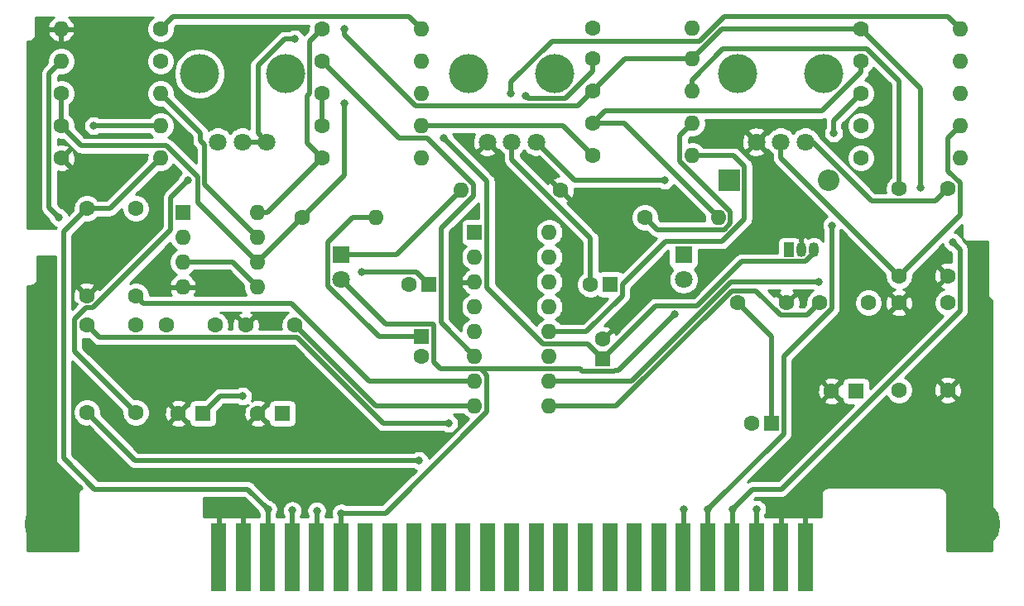
<source format=gbr>
G04 #@! TF.GenerationSoftware,KiCad,Pcbnew,(5.1.7)-1*
G04 #@! TF.CreationDate,2021-05-30T15:58:04-05:00*
G04 #@! TF.ProjectId,ConsolePedalDelay,436f6e73-6f6c-4655-9065-64616c44656c,rev?*
G04 #@! TF.SameCoordinates,Original*
G04 #@! TF.FileFunction,Copper,L1,Top*
G04 #@! TF.FilePolarity,Positive*
%FSLAX46Y46*%
G04 Gerber Fmt 4.6, Leading zero omitted, Abs format (unit mm)*
G04 Created by KiCad (PCBNEW (5.1.7)-1) date 2021-05-30 15:58:04*
%MOMM*%
%LPD*%
G01*
G04 APERTURE LIST*
G04 #@! TA.AperFunction,ComponentPad*
%ADD10R,1.800000X1.800000*%
G04 #@! TD*
G04 #@! TA.AperFunction,ComponentPad*
%ADD11C,1.800000*%
G04 #@! TD*
G04 #@! TA.AperFunction,ConnectorPad*
%ADD12R,1.500000X7.000000*%
G04 #@! TD*
G04 #@! TA.AperFunction,ComponentPad*
%ADD13C,5.000000*%
G04 #@! TD*
G04 #@! TA.AperFunction,ComponentPad*
%ADD14C,1.600000*%
G04 #@! TD*
G04 #@! TA.AperFunction,ComponentPad*
%ADD15O,1.600000X1.600000*%
G04 #@! TD*
G04 #@! TA.AperFunction,ComponentPad*
%ADD16R,2.200000X2.200000*%
G04 #@! TD*
G04 #@! TA.AperFunction,ComponentPad*
%ADD17O,2.200000X2.200000*%
G04 #@! TD*
G04 #@! TA.AperFunction,WasherPad*
%ADD18C,4.000000*%
G04 #@! TD*
G04 #@! TA.AperFunction,ComponentPad*
%ADD19O,1.050000X1.500000*%
G04 #@! TD*
G04 #@! TA.AperFunction,ComponentPad*
%ADD20R,1.050000X1.500000*%
G04 #@! TD*
G04 #@! TA.AperFunction,ComponentPad*
%ADD21R,1.600000X1.600000*%
G04 #@! TD*
G04 #@! TA.AperFunction,ViaPad*
%ADD22C,0.800000*%
G04 #@! TD*
G04 #@! TA.AperFunction,Conductor*
%ADD23C,0.500000*%
G04 #@! TD*
G04 #@! TA.AperFunction,Conductor*
%ADD24C,0.254000*%
G04 #@! TD*
G04 #@! TA.AperFunction,Conductor*
%ADD25C,0.100000*%
G04 #@! TD*
G04 APERTURE END LIST*
D10*
G04 #@! TO.P,D3,1*
G04 #@! TO.N,Net-(D2-Pad1)*
X115250000Y-95000000D03*
D11*
G04 #@! TO.P,D3,2*
G04 #@! TO.N,/LEDPower*
X115250000Y-97540000D03*
G04 #@! TD*
G04 #@! TO.P,D2,2*
G04 #@! TO.N,/LEDPower*
X150250000Y-97540000D03*
D10*
G04 #@! TO.P,D2,1*
G04 #@! TO.N,Net-(D2-Pad1)*
X150250000Y-95000000D03*
G04 #@! TD*
D12*
G04 #@! TO.P,J1,1*
G04 #@! TO.N,GND*
X102715000Y-126000000D03*
G04 #@! TO.P,J1,2*
X105215000Y-126000000D03*
G04 #@! TO.P,J1,3*
G04 #@! TO.N,/Input*
X107715000Y-126000000D03*
G04 #@! TO.P,J1,4*
G04 #@! TO.N,/Output*
X110215000Y-126000000D03*
G04 #@! TO.P,J1,5*
G04 #@! TO.N,+9V*
X112715000Y-126000000D03*
G04 #@! TO.P,J1,6*
G04 #@! TO.N,/LEDPower*
X115215000Y-126000000D03*
G04 #@! TO.P,J1,7*
G04 #@! TO.N,N/C*
X117715000Y-126000000D03*
G04 #@! TO.P,J1,8*
X120215000Y-126000000D03*
G04 #@! TO.P,J1,9*
X122715000Y-126000000D03*
G04 #@! TO.P,J1,10*
X125215000Y-126000000D03*
G04 #@! TO.P,J1,11*
X127715000Y-126000000D03*
G04 #@! TO.P,J1,12*
X130215000Y-126000000D03*
G04 #@! TO.P,J1,13*
X132715000Y-126000000D03*
G04 #@! TO.P,J1,14*
X135215000Y-126000000D03*
G04 #@! TO.P,J1,15*
X137715000Y-126000000D03*
G04 #@! TO.P,J1,16*
X140215000Y-126000000D03*
G04 #@! TO.P,J1,17*
X142715000Y-126000000D03*
G04 #@! TO.P,J1,18*
X145215000Y-126000000D03*
G04 #@! TO.P,J1,19*
X147715000Y-126000000D03*
G04 #@! TO.P,J1,20*
G04 #@! TO.N,/LEDPower*
X150215000Y-126000000D03*
G04 #@! TO.P,J1,21*
G04 #@! TO.N,+9V*
X152715000Y-126000000D03*
G04 #@! TO.P,J1,22*
G04 #@! TO.N,/Output*
X155215000Y-126000000D03*
G04 #@! TO.P,J1,23*
G04 #@! TO.N,/Input*
X157715000Y-126000000D03*
G04 #@! TO.P,J1,24*
G04 #@! TO.N,GND*
X160215000Y-126000000D03*
G04 #@! TO.P,J1,25*
X162715000Y-126000000D03*
G04 #@! TD*
D13*
G04 #@! TO.P,H1,1*
G04 #@! TO.N,GND*
X85350000Y-122600000D03*
G04 #@! TD*
G04 #@! TO.P,H2,1*
G04 #@! TO.N,GND*
X180150000Y-122600000D03*
G04 #@! TD*
D14*
G04 #@! TO.P,R21,1*
G04 #@! TO.N,GND*
X137668000Y-88392000D03*
D15*
G04 #@! TO.P,R21,2*
G04 #@! TO.N,Net-(D2-Pad1)*
X127508000Y-88392000D03*
G04 #@! TD*
D14*
G04 #@! TO.P,C1,1*
G04 #@! TO.N,Net-(C1-Pad1)*
X94234000Y-90278000D03*
G04 #@! TO.P,C1,2*
G04 #@! TO.N,/Input*
X89234000Y-90278000D03*
G04 #@! TD*
G04 #@! TO.P,C2,1*
G04 #@! TO.N,Net-(C2-Pad1)*
X146304000Y-91186000D03*
D15*
G04 #@! TO.P,C2,2*
G04 #@! TO.N,Net-(C2-Pad2)*
X153804000Y-91186000D03*
G04 #@! TD*
G04 #@! TO.P,C3,2*
G04 #@! TO.N,Net-(C3-Pad2)*
X118752000Y-91186000D03*
D14*
G04 #@! TO.P,C3,1*
G04 #@! TO.N,Net-(C3-Pad1)*
X111252000Y-91186000D03*
G04 #@! TD*
G04 #@! TO.P,C6,2*
G04 #@! TO.N,GND*
X172292000Y-99930000D03*
G04 #@! TO.P,C6,1*
G04 #@! TO.N,Net-(C6-Pad1)*
X177292000Y-99930000D03*
G04 #@! TD*
G04 #@! TO.P,C7,1*
G04 #@! TO.N,/pin16*
X102362000Y-102216000D03*
G04 #@! TO.P,C7,2*
G04 #@! TO.N,/pin15*
X97362000Y-102216000D03*
G04 #@! TD*
G04 #@! TO.P,C8,1*
G04 #@! TO.N,/pin14*
X94234000Y-111144000D03*
G04 #@! TO.P,C8,2*
G04 #@! TO.N,/pin13*
X89234000Y-111144000D03*
G04 #@! TD*
G04 #@! TO.P,C9,2*
G04 #@! TO.N,/pin11*
X89234000Y-102216000D03*
G04 #@! TO.P,C9,1*
G04 #@! TO.N,/pin12*
X94234000Y-102216000D03*
G04 #@! TD*
G04 #@! TO.P,C10,1*
G04 #@! TO.N,/pin10*
X169164000Y-99930000D03*
G04 #@! TO.P,C10,2*
G04 #@! TO.N,/pin9*
X164164000Y-99930000D03*
G04 #@! TD*
G04 #@! TO.P,C11,2*
G04 #@! TO.N,Net-(C11-Pad2)*
X172292000Y-88246000D03*
G04 #@! TO.P,C11,1*
G04 #@! TO.N,Net-(C11-Pad1)*
X177292000Y-88246000D03*
G04 #@! TD*
G04 #@! TO.P,C12,2*
G04 #@! TO.N,Net-(C12-Pad2)*
X155782000Y-99930000D03*
G04 #@! TO.P,C12,1*
G04 #@! TO.N,GND*
X160782000Y-99930000D03*
G04 #@! TD*
G04 #@! TO.P,C15,1*
G04 #@! TO.N,GND*
X177292000Y-97174000D03*
G04 #@! TO.P,C15,2*
G04 #@! TO.N,Net-(C15-Pad2)*
X172292000Y-97174000D03*
G04 #@! TD*
G04 #@! TO.P,C16,1*
G04 #@! TO.N,GND*
X177292000Y-108858000D03*
G04 #@! TO.P,C16,2*
G04 #@! TO.N,Net-(C16-Pad2)*
X172292000Y-108858000D03*
G04 #@! TD*
G04 #@! TO.P,C18,2*
G04 #@! TO.N,GND*
X89234000Y-99206000D03*
G04 #@! TO.P,C18,1*
G04 #@! TO.N,/pin7*
X94234000Y-99206000D03*
G04 #@! TD*
G04 #@! TO.P,C19,2*
G04 #@! TO.N,GND*
X105490000Y-102216000D03*
G04 #@! TO.P,C19,1*
G04 #@! TO.N,/pin8*
X110490000Y-102216000D03*
G04 #@! TD*
D16*
G04 #@! TO.P,D1,1*
G04 #@! TO.N,Net-(D1-Pad1)*
X154940000Y-87376000D03*
D17*
G04 #@! TO.P,D1,2*
G04 #@! TO.N,+9V*
X165100000Y-87376000D03*
G04 #@! TD*
D14*
G04 #@! TO.P,R1,1*
G04 #@! TO.N,GND*
X86614000Y-85090000D03*
D15*
G04 #@! TO.P,R1,2*
G04 #@! TO.N,/Input*
X96774000Y-85090000D03*
G04 #@! TD*
G04 #@! TO.P,R2,2*
G04 #@! TO.N,Net-(C2-Pad1)*
X151130000Y-71800000D03*
D14*
G04 #@! TO.P,R2,1*
G04 #@! TO.N,Net-(C1-Pad1)*
X140970000Y-71800000D03*
G04 #@! TD*
G04 #@! TO.P,R3,1*
G04 #@! TO.N,Net-(C2-Pad2)*
X140970000Y-81534000D03*
D15*
G04 #@! TO.P,R3,2*
G04 #@! TO.N,Net-(C2-Pad1)*
X151130000Y-81534000D03*
G04 #@! TD*
D14*
G04 #@! TO.P,R4,1*
G04 #@! TO.N,Net-(C2-Pad2)*
X168402000Y-75184000D03*
D15*
G04 #@! TO.P,R4,2*
G04 #@! TO.N,Net-(C3-Pad1)*
X178562000Y-75184000D03*
G04 #@! TD*
D14*
G04 #@! TO.P,R5,1*
G04 #@! TO.N,Net-(C3-Pad1)*
X86614000Y-78486000D03*
D15*
G04 #@! TO.P,R5,2*
G04 #@! TO.N,Net-(C3-Pad2)*
X96774000Y-78486000D03*
G04 #@! TD*
D14*
G04 #@! TO.P,R6,1*
G04 #@! TO.N,Net-(C4-Pad2)*
X168402000Y-78486000D03*
D15*
G04 #@! TO.P,R6,2*
G04 #@! TO.N,/Output*
X178562000Y-78486000D03*
G04 #@! TD*
D14*
G04 #@! TO.P,R7,1*
G04 #@! TO.N,Net-(C6-Pad1)*
X168402000Y-71882000D03*
D15*
G04 #@! TO.P,R7,2*
G04 #@! TO.N,Net-(C5-Pad2)*
X178562000Y-71882000D03*
G04 #@! TD*
G04 #@! TO.P,R8,2*
G04 #@! TO.N,Net-(C6-Pad1)*
X151130000Y-74930000D03*
D14*
G04 #@! TO.P,R8,1*
G04 #@! TO.N,/pin16*
X140970000Y-74930000D03*
G04 #@! TD*
D15*
G04 #@! TO.P,R9,2*
G04 #@! TO.N,/pin15*
X86614000Y-75184000D03*
D14*
G04 #@! TO.P,R9,1*
G04 #@! TO.N,Net-(C6-Pad1)*
X96774000Y-75184000D03*
G04 #@! TD*
G04 #@! TO.P,R10,1*
G04 #@! TO.N,Net-(C6-Pad1)*
X140970000Y-78232000D03*
D15*
G04 #@! TO.P,R10,2*
G04 #@! TO.N,Net-(C11-Pad2)*
X151130000Y-78232000D03*
G04 #@! TD*
D14*
G04 #@! TO.P,R11,1*
G04 #@! TO.N,/pin14*
X113284000Y-81788000D03*
D15*
G04 #@! TO.P,R11,2*
G04 #@! TO.N,Net-(C16-Pad2)*
X123444000Y-81788000D03*
G04 #@! TD*
G04 #@! TO.P,R12,2*
G04 #@! TO.N,Net-(C16-Pad2)*
X178562000Y-85090000D03*
D14*
G04 #@! TO.P,R12,1*
G04 #@! TO.N,/pin13*
X168402000Y-85090000D03*
G04 #@! TD*
D15*
G04 #@! TO.P,R13,2*
G04 #@! TO.N,Net-(C12-Pad2)*
X123444000Y-78486000D03*
D14*
G04 #@! TO.P,R13,1*
G04 #@! TO.N,/pin14*
X113284000Y-78486000D03*
G04 #@! TD*
D15*
G04 #@! TO.P,R14,2*
G04 #@! TO.N,Net-(C15-Pad2)*
X178562000Y-81788000D03*
D14*
G04 #@! TO.P,R14,1*
G04 #@! TO.N,Net-(C13-Pad2)*
X168402000Y-81788000D03*
G04 #@! TD*
D15*
G04 #@! TO.P,R15,2*
G04 #@! TO.N,Net-(C14-Pad1)*
X96774000Y-81788000D03*
D14*
G04 #@! TO.P,R15,1*
G04 #@! TO.N,Net-(C3-Pad1)*
X86614000Y-81788000D03*
G04 #@! TD*
D15*
G04 #@! TO.P,R16,2*
G04 #@! TO.N,/pin12*
X151130000Y-84836000D03*
D14*
G04 #@! TO.P,R16,1*
G04 #@! TO.N,Net-(C16-Pad2)*
X140970000Y-84836000D03*
G04 #@! TD*
G04 #@! TO.P,R17,1*
G04 #@! TO.N,/pin6*
X113284000Y-75184000D03*
D15*
G04 #@! TO.P,R17,2*
G04 #@! TO.N,Net-(R17-Pad2)*
X123444000Y-75184000D03*
G04 #@! TD*
G04 #@! TO.P,R18,2*
G04 #@! TO.N,Net-(D1-Pad1)*
X123444000Y-85090000D03*
D14*
G04 #@! TO.P,R18,1*
G04 #@! TO.N,Net-(C20-Pad1)*
X113284000Y-85090000D03*
G04 #@! TD*
D15*
G04 #@! TO.P,R19,2*
G04 #@! TO.N,/VREF*
X123444000Y-71882000D03*
D14*
G04 #@! TO.P,R19,1*
G04 #@! TO.N,Net-(C20-Pad1)*
X113284000Y-71882000D03*
G04 #@! TD*
G04 #@! TO.P,R20,1*
G04 #@! TO.N,/VREF*
X96774000Y-71882000D03*
D15*
G04 #@! TO.P,R20,2*
G04 #@! TO.N,GND*
X86614000Y-71882000D03*
G04 #@! TD*
D11*
G04 #@! TO.P,RV1,3*
G04 #@! TO.N,/pin4*
X102639000Y-83439000D03*
G04 #@! TO.P,RV1,2*
G04 #@! TO.N,Net-(R17-Pad2)*
X105139000Y-83439000D03*
G04 #@! TO.P,RV1,1*
X107639000Y-83439000D03*
D18*
G04 #@! TO.P,RV1,*
G04 #@! TO.N,*
X100739000Y-76439000D03*
X109539000Y-76439000D03*
G04 #@! TD*
G04 #@! TO.P,RV2,*
G04 #@! TO.N,*
X137115000Y-76439000D03*
X128315000Y-76439000D03*
D11*
G04 #@! TO.P,RV2,1*
G04 #@! TO.N,Net-(C13-Pad2)*
X135215000Y-83439000D03*
G04 #@! TO.P,RV2,2*
G04 #@! TO.N,Net-(C14-Pad2)*
X132715000Y-83439000D03*
G04 #@! TO.P,RV2,3*
G04 #@! TO.N,GND*
X130215000Y-83439000D03*
G04 #@! TD*
G04 #@! TO.P,RV3,3*
G04 #@! TO.N,GND*
X157715000Y-83439000D03*
G04 #@! TO.P,RV3,2*
G04 #@! TO.N,Net-(C15-Pad2)*
X160215000Y-83439000D03*
G04 #@! TO.P,RV3,1*
G04 #@! TO.N,Net-(C11-Pad1)*
X162715000Y-83439000D03*
D18*
G04 #@! TO.P,RV3,*
G04 #@! TO.N,*
X155815000Y-76439000D03*
X164615000Y-76439000D03*
G04 #@! TD*
D19*
G04 #@! TO.P,U3,2*
G04 #@! TO.N,GND*
X162306000Y-94488000D03*
G04 #@! TO.P,U3,3*
G04 #@! TO.N,Net-(C20-Pad1)*
X163576000Y-94488000D03*
D20*
G04 #@! TO.P,U3,1*
G04 #@! TO.N,/5V*
X161036000Y-94488000D03*
G04 #@! TD*
D21*
G04 #@! TO.P,U1,1*
G04 #@! TO.N,Net-(C2-Pad2)*
X99060000Y-90678000D03*
D15*
G04 #@! TO.P,U1,5*
G04 #@! TO.N,/VREF*
X106680000Y-98298000D03*
G04 #@! TO.P,U1,2*
G04 #@! TO.N,Net-(C2-Pad1)*
X99060000Y-93218000D03*
G04 #@! TO.P,U1,6*
G04 #@! TO.N,Net-(C3-Pad1)*
X106680000Y-95758000D03*
G04 #@! TO.P,U1,3*
G04 #@! TO.N,/VREF*
X99060000Y-95758000D03*
G04 #@! TO.P,U1,7*
G04 #@! TO.N,Net-(C3-Pad2)*
X106680000Y-93218000D03*
G04 #@! TO.P,U1,4*
G04 #@! TO.N,GND*
X99060000Y-98298000D03*
G04 #@! TO.P,U1,8*
G04 #@! TO.N,Net-(C20-Pad1)*
X106680000Y-90678000D03*
G04 #@! TD*
D21*
G04 #@! TO.P,U2,1*
G04 #@! TO.N,/5V*
X128905000Y-92710000D03*
D15*
G04 #@! TO.P,U2,9*
G04 #@! TO.N,/pin9*
X136525000Y-110490000D03*
G04 #@! TO.P,U2,2*
G04 #@! TO.N,/pin2*
X128905000Y-95250000D03*
G04 #@! TO.P,U2,10*
G04 #@! TO.N,/pin10*
X136525000Y-107950000D03*
G04 #@! TO.P,U2,3*
G04 #@! TO.N,GND*
X128905000Y-97790000D03*
G04 #@! TO.P,U2,11*
G04 #@! TO.N,/pin11*
X136525000Y-105410000D03*
G04 #@! TO.P,U2,4*
G04 #@! TO.N,/pin4*
X128905000Y-100330000D03*
G04 #@! TO.P,U2,12*
G04 #@! TO.N,/pin12*
X136525000Y-102870000D03*
G04 #@! TO.P,U2,5*
G04 #@! TO.N,N/C*
X128905000Y-102870000D03*
G04 #@! TO.P,U2,13*
G04 #@! TO.N,/pin13*
X136525000Y-100330000D03*
G04 #@! TO.P,U2,6*
G04 #@! TO.N,/pin6*
X128905000Y-105410000D03*
G04 #@! TO.P,U2,14*
G04 #@! TO.N,/pin14*
X136525000Y-97790000D03*
G04 #@! TO.P,U2,7*
G04 #@! TO.N,/pin7*
X128905000Y-107950000D03*
G04 #@! TO.P,U2,15*
G04 #@! TO.N,/pin15*
X136525000Y-95250000D03*
G04 #@! TO.P,U2,8*
G04 #@! TO.N,/pin8*
X128905000Y-110490000D03*
G04 #@! TO.P,U2,16*
G04 #@! TO.N,/pin16*
X136525000Y-92710000D03*
G04 #@! TD*
D21*
G04 #@! TO.P,C4,1*
G04 #@! TO.N,Net-(C3-Pad2)*
X123444000Y-103378000D03*
D14*
G04 #@! TO.P,C4,2*
G04 #@! TO.N,Net-(C4-Pad2)*
X123444000Y-105378000D03*
G04 #@! TD*
G04 #@! TO.P,C5,2*
G04 #@! TO.N,Net-(C5-Pad2)*
X122206000Y-98044000D03*
D21*
G04 #@! TO.P,C5,1*
G04 #@! TO.N,Net-(C2-Pad2)*
X124206000Y-98044000D03*
G04 #@! TD*
D14*
G04 #@! TO.P,C13,2*
G04 #@! TO.N,Net-(C13-Pad2)*
X157258000Y-112268000D03*
D21*
G04 #@! TO.P,C13,1*
G04 #@! TO.N,Net-(C12-Pad2)*
X159258000Y-112268000D03*
G04 #@! TD*
G04 #@! TO.P,C14,1*
G04 #@! TO.N,Net-(C14-Pad1)*
X142748000Y-98044000D03*
D14*
G04 #@! TO.P,C14,2*
G04 #@! TO.N,Net-(C14-Pad2)*
X140748000Y-98044000D03*
G04 #@! TD*
D21*
G04 #@! TO.P,C17,1*
G04 #@! TO.N,/pin2*
X109220000Y-111252000D03*
D14*
G04 #@! TO.P,C17,2*
G04 #@! TO.N,GND*
X106720000Y-111252000D03*
G04 #@! TD*
D21*
G04 #@! TO.P,C20,1*
G04 #@! TO.N,Net-(C20-Pad1)*
X141986000Y-105664000D03*
D14*
G04 #@! TO.P,C20,2*
G04 #@! TO.N,GND*
X141986000Y-103664000D03*
G04 #@! TD*
G04 #@! TO.P,C21,2*
G04 #@! TO.N,GND*
X165394000Y-108966000D03*
D21*
G04 #@! TO.P,C21,1*
G04 #@! TO.N,/VREF*
X167894000Y-108966000D03*
G04 #@! TD*
G04 #@! TO.P,C22,1*
G04 #@! TO.N,/5V*
X101092000Y-111252000D03*
D14*
G04 #@! TO.P,C22,2*
G04 #@! TO.N,GND*
X98592000Y-111252000D03*
G04 #@! TD*
D22*
G04 #@! TO.N,GND*
X105250000Y-120979000D03*
X160250000Y-120988000D03*
X102750000Y-121038000D03*
X162750000Y-120967000D03*
X102870000Y-98298000D03*
X92710000Y-93218000D03*
X161036000Y-115570000D03*
X159258000Y-116840000D03*
G04 #@! TO.N,/LEDPower*
X115250000Y-121454000D03*
X150250000Y-121073000D03*
X149352000Y-101092000D03*
G04 #@! TO.N,/Input*
X107750000Y-121066000D03*
X157750000Y-121066000D03*
G04 #@! TO.N,/Output*
X110250000Y-121195000D03*
X155250000Y-121068000D03*
X177800000Y-93726000D03*
G04 #@! TO.N,+9V*
X112750000Y-121235000D03*
X152750000Y-121108000D03*
X165414001Y-92008001D03*
G04 #@! TO.N,Net-(C2-Pad2)*
X117367999Y-96793999D03*
G04 #@! TO.N,Net-(C3-Pad1)*
X115570000Y-79502000D03*
G04 #@! TO.N,Net-(C5-Pad2)*
X132588000Y-78486000D03*
G04 #@! TO.N,Net-(C4-Pad2)*
X165608000Y-82550000D03*
G04 #@! TO.N,Net-(C6-Pad1)*
X174498000Y-88138000D03*
X115570000Y-71882000D03*
G04 #@! TO.N,/pin16*
X134112000Y-78740000D03*
G04 #@! TO.N,/pin15*
X86360000Y-91186000D03*
G04 #@! TO.N,/pin14*
X99568000Y-87376000D03*
G04 #@! TO.N,/pin13*
X123190000Y-116078000D03*
G04 #@! TO.N,/pin11*
X126238000Y-112268000D03*
G04 #@! TO.N,/pin10*
X164084000Y-97790000D03*
X164084000Y-97790000D03*
G04 #@! TO.N,Net-(C13-Pad2)*
X148336000Y-87376000D03*
G04 #@! TO.N,Net-(C14-Pad1)*
X89916000Y-81788000D03*
G04 #@! TO.N,Net-(C20-Pad1)*
X125730000Y-83058000D03*
G04 #@! TO.N,/5V*
X105156000Y-109474000D03*
G04 #@! TO.N,Net-(R17-Pad2)*
X110490000Y-72898000D03*
G04 #@! TD*
D23*
G04 #@! TO.N,GND*
X105250000Y-126000000D02*
X105250000Y-120979000D01*
X160250000Y-126000000D02*
X160250000Y-120988000D01*
X102750000Y-126000000D02*
X102750000Y-121038000D01*
X162750000Y-126000000D02*
X162750000Y-120967000D01*
G04 #@! TO.N,/LEDPower*
X115250000Y-126000000D02*
X115250000Y-121454000D01*
X150250000Y-126000000D02*
X150250000Y-121073000D01*
X119791002Y-121454000D02*
X115250000Y-121454000D01*
X130155001Y-111090001D02*
X119791002Y-121454000D01*
X130155001Y-107349999D02*
X130155001Y-111090001D01*
X129505001Y-106699999D02*
X130155001Y-107349999D01*
X124694001Y-105978001D02*
X125415999Y-106699999D01*
X124694001Y-102217999D02*
X124694001Y-105978001D01*
X124604001Y-102127999D02*
X124694001Y-102217999D01*
X119837999Y-102127999D02*
X124604001Y-102127999D01*
X115250000Y-97540000D02*
X119837999Y-102127999D01*
X139665001Y-106699999D02*
X126980001Y-106699999D01*
X143146001Y-106914001D02*
X139879003Y-106914001D01*
X139879003Y-106914001D02*
X139665001Y-106699999D01*
X126980001Y-106699999D02*
X129505001Y-106699999D01*
X125415999Y-106699999D02*
X126980001Y-106699999D01*
X143236001Y-106824001D02*
X143619999Y-106824001D01*
X143146001Y-106914001D02*
X143236001Y-106824001D01*
X143619999Y-106824001D02*
X149352000Y-101092000D01*
X149352000Y-101092000D02*
X149352000Y-101092000D01*
G04 #@! TO.N,/Input*
X107750000Y-126000000D02*
X107750000Y-121066000D01*
X157750000Y-126000000D02*
X157750000Y-121066000D01*
X157734000Y-121050000D02*
X157750000Y-121066000D01*
X91586000Y-90278000D02*
X96774000Y-85090000D01*
X89234000Y-90278000D02*
X91586000Y-90278000D01*
X86868000Y-92644000D02*
X89234000Y-90278000D01*
X90043990Y-118999990D02*
X86868000Y-115824000D01*
X105683990Y-118999990D02*
X90043990Y-118999990D01*
X86868000Y-115824000D02*
X86868000Y-105156000D01*
X107750000Y-121066000D02*
X105683990Y-118999990D01*
X86868000Y-105156000D02*
X86868000Y-92644000D01*
X86868000Y-105628002D02*
X86868000Y-105156000D01*
G04 #@! TO.N,/Output*
X110250000Y-126000000D02*
X110250000Y-121195000D01*
X155250000Y-126000000D02*
X155250000Y-121068000D01*
X110250000Y-121045000D02*
X110250000Y-121195000D01*
X178542001Y-100728001D02*
X178542001Y-94468001D01*
X160270012Y-118999990D02*
X178542001Y-100728001D01*
X157318010Y-118999990D02*
X160270012Y-118999990D01*
X155250000Y-121068000D02*
X157318010Y-118999990D01*
X178542001Y-94468001D02*
X177800000Y-93726000D01*
X177800000Y-93726000D02*
X177800000Y-93726000D01*
G04 #@! TO.N,+9V*
X112750000Y-126000000D02*
X112750000Y-121235000D01*
X152750000Y-126000000D02*
X152750000Y-121108000D01*
X165414001Y-100530001D02*
X165414001Y-92008001D01*
X160508001Y-105436001D02*
X165414001Y-100530001D01*
X160508001Y-113349999D02*
X160508001Y-105436001D01*
X152750000Y-121108000D02*
X160508001Y-113349999D01*
X165414001Y-92008001D02*
X165414001Y-92008001D01*
G04 #@! TO.N,Net-(C2-Pad1)*
X149879999Y-82784001D02*
X151130000Y-81534000D01*
X155054001Y-90610003D02*
X149879999Y-85436001D01*
X155054001Y-91786001D02*
X155054001Y-90610003D01*
X149879999Y-85436001D02*
X149879999Y-82784001D01*
X154404001Y-92436001D02*
X155054001Y-91786001D01*
X147554001Y-92436001D02*
X154404001Y-92436001D01*
X146304000Y-91186000D02*
X147554001Y-92436001D01*
G04 #@! TO.N,Net-(C2-Pad2)*
X144152000Y-81534000D02*
X153804000Y-91186000D01*
X140970000Y-81534000D02*
X144152000Y-81534000D01*
X142220001Y-80283999D02*
X140970000Y-81534000D01*
X164396003Y-80283999D02*
X142220001Y-80283999D01*
X168402000Y-76278002D02*
X164396003Y-80283999D01*
X168402000Y-75184000D02*
X168402000Y-76278002D01*
X122955999Y-96793999D02*
X119614001Y-96793999D01*
X124206000Y-98044000D02*
X122955999Y-96793999D01*
X119614001Y-96793999D02*
X117367999Y-96793999D01*
X117367999Y-96793999D02*
X117367999Y-96793999D01*
G04 #@! TO.N,Net-(C3-Pad1)*
X106680000Y-95758000D02*
X111252000Y-91186000D01*
X86614000Y-81788000D02*
X86614000Y-78486000D01*
X111252000Y-91186000D02*
X115570000Y-86868000D01*
X115570000Y-86868000D02*
X115570000Y-79502000D01*
X115570000Y-79502000D02*
X115570000Y-79502000D01*
X100588989Y-89666989D02*
X106680000Y-95758000D01*
X100588989Y-87054987D02*
X100588989Y-89666989D01*
X97374001Y-83839999D02*
X100588989Y-87054987D01*
X88665999Y-83839999D02*
X97374001Y-83839999D01*
X86614000Y-81788000D02*
X88665999Y-83839999D01*
X115570000Y-79502000D02*
X115570000Y-79502000D01*
G04 #@! TO.N,Net-(C5-Pad2)*
X136795997Y-73132001D02*
X132588000Y-77339998D01*
X151938037Y-73132001D02*
X136795997Y-73132001D01*
X177311999Y-70631999D02*
X154438039Y-70631999D01*
X154438039Y-70631999D02*
X151938037Y-73132001D01*
X178562000Y-71882000D02*
X177311999Y-70631999D01*
X132588000Y-77339998D02*
X132588000Y-78486000D01*
X132588000Y-78486000D02*
X132588000Y-78486000D01*
G04 #@! TO.N,Net-(C3-Pad2)*
X116453998Y-91186000D02*
X118752000Y-91186000D01*
X113899999Y-93739999D02*
X116453998Y-91186000D01*
X113899999Y-98188001D02*
X113899999Y-93739999D01*
X119089998Y-103378000D02*
X113899999Y-98188001D01*
X123444000Y-103378000D02*
X119089998Y-103378000D01*
X96774000Y-78486000D02*
X100838000Y-82550000D01*
X101288999Y-87826999D02*
X106680000Y-93218000D01*
X100838000Y-83312000D02*
X101288999Y-83762999D01*
X101288999Y-83762999D02*
X101288999Y-87826999D01*
X100838000Y-82550000D02*
X100838000Y-83312000D01*
G04 #@! TO.N,Net-(C4-Pad2)*
X165608000Y-81280000D02*
X168402000Y-78486000D01*
X165608000Y-82550000D02*
X165608000Y-81280000D01*
G04 #@! TO.N,Net-(C6-Pad1)*
X154178000Y-71882000D02*
X151130000Y-74930000D01*
X168402000Y-71882000D02*
X154178000Y-71882000D01*
X144272000Y-74930000D02*
X140970000Y-78232000D01*
X151130000Y-74930000D02*
X144272000Y-74930000D01*
X168402000Y-71882000D02*
X174498000Y-77978000D01*
X174498000Y-77978000D02*
X174498000Y-88138000D01*
X174498000Y-88138000D02*
X174498000Y-88138000D01*
X122843999Y-79736001D02*
X115570000Y-72462002D01*
X139465999Y-79736001D02*
X122843999Y-79736001D01*
X140970000Y-78232000D02*
X139465999Y-79736001D01*
X115570000Y-72462002D02*
X115570000Y-71882000D01*
X115570000Y-71882000D02*
X115570000Y-71882000D01*
G04 #@! TO.N,/pin16*
X140970000Y-76210002D02*
X138186002Y-78994000D01*
X140970000Y-74930000D02*
X140970000Y-76210002D01*
X138186002Y-78994000D02*
X134366000Y-78994000D01*
X134366000Y-78994000D02*
X134112000Y-78740000D01*
X134112000Y-78740000D02*
X134112000Y-78740000D01*
G04 #@! TO.N,/pin15*
X85363999Y-76434001D02*
X85363999Y-90189999D01*
X86614000Y-75184000D02*
X85363999Y-76434001D01*
X85363999Y-90189999D02*
X86360000Y-91186000D01*
X86360000Y-91186000D02*
X86360000Y-91186000D01*
G04 #@! TO.N,/pin14*
X113284000Y-78486000D02*
X113284000Y-81788000D01*
X97809999Y-92480003D02*
X97809999Y-89134001D01*
X89834001Y-100456001D02*
X97809999Y-92480003D01*
X89143997Y-100456001D02*
X89834001Y-100456001D01*
X87983999Y-104893999D02*
X87983999Y-101615999D01*
X87983999Y-101615999D02*
X89143997Y-100456001D01*
X94234000Y-111144000D02*
X87983999Y-104893999D01*
X97809999Y-89134001D02*
X99568000Y-87376000D01*
X99568000Y-87376000D02*
X99568000Y-87376000D01*
G04 #@! TO.N,/pin13*
X89234000Y-111144000D02*
X94168000Y-116078000D01*
X94168000Y-116078000D02*
X123190000Y-116078000D01*
X123190000Y-116078000D02*
X123190000Y-116078000D01*
G04 #@! TO.N,/pin11*
X110750039Y-103466001D02*
X119552038Y-112268000D01*
X90484001Y-103466001D02*
X110750039Y-103466001D01*
X89234000Y-102216000D02*
X90484001Y-103466001D01*
X119552038Y-112268000D02*
X126238000Y-112268000D01*
X126238000Y-112268000D02*
X126238000Y-112268000D01*
G04 #@! TO.N,/pin12*
X156490001Y-85915999D02*
X156490001Y-91339964D01*
X151130000Y-84836000D02*
X155410002Y-84836000D01*
X155410002Y-84836000D02*
X156490001Y-85915999D01*
X156490001Y-91339964D02*
X154179966Y-93649999D01*
X154179966Y-93649999D02*
X148412001Y-93649999D01*
X148412001Y-93649999D02*
X143998001Y-98063999D01*
X143998001Y-98063999D02*
X143998001Y-99204001D01*
X140332002Y-102870000D02*
X136525000Y-102870000D01*
X143998001Y-99204001D02*
X140332002Y-102870000D01*
G04 #@! TO.N,/pin10*
X144922036Y-107950000D02*
X155082036Y-97790000D01*
X136525000Y-107950000D02*
X144922036Y-107950000D01*
X155082036Y-97790000D02*
X164084000Y-97790000D01*
X164084000Y-97790000D02*
X164084000Y-97790000D01*
X164084000Y-97790000D02*
X164084000Y-97790000D01*
G04 #@! TO.N,/pin9*
X162913999Y-101180001D02*
X164164000Y-99930000D01*
X160181999Y-101180001D02*
X162913999Y-101180001D01*
X157681997Y-98679999D02*
X160181999Y-101180001D01*
X155181999Y-98679999D02*
X157681997Y-98679999D01*
X143371998Y-110490000D02*
X155181999Y-98679999D01*
X136525000Y-110490000D02*
X143371998Y-110490000D01*
G04 #@! TO.N,Net-(C11-Pad2)*
X151130000Y-77100630D02*
X151130000Y-78232000D01*
X169002001Y-73933999D02*
X154296631Y-73933999D01*
X172292000Y-77223998D02*
X169002001Y-73933999D01*
X154296631Y-73933999D02*
X151130000Y-77100630D01*
X172292000Y-88246000D02*
X172292000Y-77223998D01*
G04 #@! TO.N,Net-(C11-Pad1)*
X163457002Y-83439000D02*
X162715000Y-83439000D01*
X169514003Y-89496001D02*
X163457002Y-83439000D01*
X176041999Y-89496001D02*
X169514003Y-89496001D01*
X177292000Y-88246000D02*
X176041999Y-89496001D01*
G04 #@! TO.N,Net-(C12-Pad2)*
X159258000Y-103406000D02*
X155782000Y-99930000D01*
X159258000Y-112268000D02*
X159258000Y-103406000D01*
G04 #@! TO.N,Net-(C13-Pad2)*
X135215000Y-83439000D02*
X139152000Y-87376000D01*
X139152000Y-87376000D02*
X148336000Y-87376000D01*
X148336000Y-87376000D02*
X148336000Y-87376000D01*
G04 #@! TO.N,Net-(C14-Pad1)*
X96774000Y-81788000D02*
X89916000Y-81788000D01*
X89916000Y-81788000D02*
X89916000Y-81788000D01*
G04 #@! TO.N,Net-(C14-Pad2)*
X132715000Y-85289002D02*
X132715000Y-83439000D01*
X140748000Y-93322002D02*
X132715000Y-85289002D01*
X140748000Y-98044000D02*
X140748000Y-93322002D01*
G04 #@! TO.N,Net-(C15-Pad2)*
X160215000Y-85097000D02*
X160215000Y-83439000D01*
X172292000Y-97174000D02*
X160215000Y-85097000D01*
X178542001Y-90923999D02*
X172292000Y-97174000D01*
X178542001Y-87645999D02*
X178542001Y-90923999D01*
X177311999Y-86415997D02*
X178542001Y-87645999D01*
X177311999Y-83038001D02*
X177311999Y-86415997D01*
X178562000Y-81788000D02*
X177311999Y-83038001D01*
G04 #@! TO.N,Net-(C16-Pad2)*
X137922000Y-81788000D02*
X123444000Y-81788000D01*
X140970000Y-84836000D02*
X137922000Y-81788000D01*
G04 #@! TO.N,/pin7*
X95033999Y-100005999D02*
X94234000Y-99206000D01*
X110130001Y-100005999D02*
X95033999Y-100005999D01*
X118074002Y-107950000D02*
X110130001Y-100005999D01*
X128905000Y-107950000D02*
X118074002Y-107950000D01*
G04 #@! TO.N,/pin8*
X118764000Y-110490000D02*
X110490000Y-102216000D01*
X128905000Y-110490000D02*
X118764000Y-110490000D01*
G04 #@! TO.N,Net-(C20-Pad1)*
X107696000Y-90678000D02*
X106680000Y-90678000D01*
X113284000Y-85090000D02*
X107696000Y-90678000D01*
X113284000Y-85090000D02*
X111760000Y-83566000D01*
X112033999Y-73132001D02*
X113284000Y-71882000D01*
X112033999Y-78466001D02*
X112033999Y-73132001D01*
X111760000Y-78740000D02*
X112033999Y-78466001D01*
X111760000Y-83566000D02*
X111760000Y-78740000D01*
X130155001Y-98350003D02*
X130155001Y-87483001D01*
X135924999Y-104120001D02*
X130155001Y-98350003D01*
X140442001Y-104120001D02*
X135924999Y-104120001D01*
X141986000Y-105664000D02*
X140442001Y-104120001D01*
X130155001Y-87483001D02*
X125730000Y-83058000D01*
X125730000Y-83058000D02*
X125730000Y-83058000D01*
X162709862Y-95688010D02*
X163576000Y-94821872D01*
X156194064Y-95688010D02*
X162709862Y-95688010D01*
X151640075Y-100241999D02*
X156194064Y-95688010D01*
X147408001Y-100241999D02*
X151640075Y-100241999D01*
X163576000Y-94821872D02*
X163576000Y-94488000D01*
X141986000Y-105664000D02*
X147408001Y-100241999D01*
G04 #@! TO.N,/VREF*
X104140000Y-95758000D02*
X106680000Y-98298000D01*
X99060000Y-95758000D02*
X104140000Y-95758000D01*
X122193999Y-70631999D02*
X123444000Y-71882000D01*
X98024001Y-70631999D02*
X122193999Y-70631999D01*
X96774000Y-71882000D02*
X98024001Y-70631999D01*
G04 #@! TO.N,/5V*
X102870000Y-109474000D02*
X101092000Y-111252000D01*
X105156000Y-109474000D02*
X102870000Y-109474000D01*
G04 #@! TO.N,Net-(D2-Pad1)*
X120900000Y-95000000D02*
X127508000Y-88392000D01*
X115250000Y-95000000D02*
X120900000Y-95000000D01*
G04 #@! TO.N,/pin6*
X121138001Y-83038001D02*
X113284000Y-75184000D01*
X128758001Y-87791999D02*
X124004003Y-83038001D01*
X128758001Y-88992001D02*
X128758001Y-87791999D01*
X124004003Y-83038001D02*
X121138001Y-83038001D01*
X125456001Y-92294001D02*
X128758001Y-88992001D01*
X125456001Y-101961001D02*
X125456001Y-92294001D01*
X128905000Y-105410000D02*
X125456001Y-101961001D01*
G04 #@! TO.N,Net-(R17-Pad2)*
X105139000Y-83439000D02*
X107639000Y-83439000D01*
X106739001Y-75612997D02*
X109453998Y-72898000D01*
X106739001Y-82539001D02*
X106739001Y-75612997D01*
X107639000Y-83439000D02*
X106739001Y-82539001D01*
X109453998Y-72898000D02*
X110490000Y-72898000D01*
X110490000Y-72898000D02*
X110490000Y-72898000D01*
G04 #@! TD*
D24*
G04 #@! TO.N,GND*
X85991001Y-95179389D02*
X85991000Y-105112921D01*
X85991000Y-105671080D01*
X85991001Y-105671090D01*
X85991000Y-115780920D01*
X85986757Y-115824000D01*
X86003690Y-115995922D01*
X86053838Y-116161236D01*
X86135273Y-116313591D01*
X86244867Y-116447133D01*
X86278332Y-116474597D01*
X88697684Y-118893950D01*
X88622059Y-118934372D01*
X88518973Y-119018973D01*
X88434372Y-119122059D01*
X88371508Y-119239670D01*
X88332796Y-119367285D01*
X88319725Y-119500000D01*
X88323000Y-119533252D01*
X88323001Y-125323000D01*
X83177000Y-125323000D01*
X83177000Y-98177000D01*
X83466748Y-98177000D01*
X83500000Y-98180275D01*
X83533252Y-98177000D01*
X83632715Y-98167204D01*
X83760330Y-98128492D01*
X83877941Y-98065628D01*
X83981027Y-97981027D01*
X84065628Y-97877941D01*
X84128492Y-97760330D01*
X84167204Y-97632715D01*
X84180275Y-97500000D01*
X84177000Y-97466748D01*
X84177000Y-95177000D01*
X85966748Y-95177000D01*
X85991001Y-95179389D01*
G04 #@! TA.AperFunction,Conductor*
D25*
G36*
X85991001Y-95179389D02*
G01*
X85991000Y-105112921D01*
X85991000Y-105671080D01*
X85991001Y-105671090D01*
X85991000Y-115780920D01*
X85986757Y-115824000D01*
X86003690Y-115995922D01*
X86053838Y-116161236D01*
X86135273Y-116313591D01*
X86244867Y-116447133D01*
X86278332Y-116474597D01*
X88697684Y-118893950D01*
X88622059Y-118934372D01*
X88518973Y-119018973D01*
X88434372Y-119122059D01*
X88371508Y-119239670D01*
X88332796Y-119367285D01*
X88319725Y-119500000D01*
X88323000Y-119533252D01*
X88323001Y-125323000D01*
X83177000Y-125323000D01*
X83177000Y-98177000D01*
X83466748Y-98177000D01*
X83500000Y-98180275D01*
X83533252Y-98177000D01*
X83632715Y-98167204D01*
X83760330Y-98128492D01*
X83877941Y-98065628D01*
X83981027Y-97981027D01*
X84065628Y-97877941D01*
X84128492Y-97760330D01*
X84167204Y-97632715D01*
X84180275Y-97500000D01*
X84177000Y-97466748D01*
X84177000Y-95177000D01*
X85966748Y-95177000D01*
X85991001Y-95179389D01*
G37*
G04 #@! TD.AperFunction*
D24*
X178723000Y-92966747D02*
X178719725Y-93000000D01*
X178732796Y-93132715D01*
X178771508Y-93260330D01*
X178834372Y-93377941D01*
X178918973Y-93481027D01*
X179009398Y-93555237D01*
X179022059Y-93565628D01*
X179139670Y-93628492D01*
X179267285Y-93667204D01*
X179400000Y-93680275D01*
X179433252Y-93677000D01*
X181323000Y-93677000D01*
X181323001Y-98966738D01*
X181319725Y-99000000D01*
X181332796Y-99132715D01*
X181371508Y-99260330D01*
X181434372Y-99377941D01*
X181518973Y-99481027D01*
X181622059Y-99565628D01*
X181739670Y-99628492D01*
X181823001Y-99653770D01*
X181823000Y-125323000D01*
X177177000Y-125323000D01*
X177177000Y-119533252D01*
X177180275Y-119500000D01*
X177167204Y-119367285D01*
X177128492Y-119239670D01*
X177065628Y-119122059D01*
X176981027Y-119018973D01*
X176877941Y-118934372D01*
X176760330Y-118871508D01*
X176632715Y-118832796D01*
X176533252Y-118823000D01*
X176500000Y-118819725D01*
X176466748Y-118823000D01*
X165033252Y-118823000D01*
X165000000Y-118819725D01*
X164966748Y-118823000D01*
X164867285Y-118832796D01*
X164739670Y-118871508D01*
X164622059Y-118934372D01*
X164518973Y-119018973D01*
X164434372Y-119122059D01*
X164371508Y-119239670D01*
X164332796Y-119367285D01*
X164319725Y-119500000D01*
X164323001Y-119533262D01*
X164323001Y-121793000D01*
X158627000Y-121793000D01*
X158627000Y-121602027D01*
X158660115Y-121552467D01*
X158737533Y-121365565D01*
X158777000Y-121167151D01*
X158777000Y-120964849D01*
X158737533Y-120766435D01*
X158660115Y-120579533D01*
X158547723Y-120411326D01*
X158404674Y-120268277D01*
X158236467Y-120155885D01*
X158049565Y-120078467D01*
X157851151Y-120039000D01*
X157648849Y-120039000D01*
X157487090Y-120071176D01*
X157681276Y-119876990D01*
X160226933Y-119876990D01*
X160270012Y-119881233D01*
X160313091Y-119876990D01*
X160441934Y-119864300D01*
X160607249Y-119814152D01*
X160759604Y-119732717D01*
X160893145Y-119623123D01*
X160920609Y-119589658D01*
X171012448Y-109497819D01*
X171027409Y-109533938D01*
X171183576Y-109767660D01*
X171382340Y-109966424D01*
X171616062Y-110122591D01*
X171875759Y-110230162D01*
X172151453Y-110285000D01*
X172432547Y-110285000D01*
X172708241Y-110230162D01*
X172967938Y-110122591D01*
X173201660Y-109966424D01*
X173317382Y-109850702D01*
X176478903Y-109850702D01*
X176550486Y-110094671D01*
X176805996Y-110215571D01*
X177080184Y-110284300D01*
X177362512Y-110298217D01*
X177642130Y-110256787D01*
X177908292Y-110161603D01*
X178033514Y-110094671D01*
X178105097Y-109850702D01*
X177292000Y-109037605D01*
X176478903Y-109850702D01*
X173317382Y-109850702D01*
X173400424Y-109767660D01*
X173556591Y-109533938D01*
X173664162Y-109274241D01*
X173719000Y-108998547D01*
X173719000Y-108928512D01*
X175851783Y-108928512D01*
X175893213Y-109208130D01*
X175988397Y-109474292D01*
X176055329Y-109599514D01*
X176299298Y-109671097D01*
X177112395Y-108858000D01*
X177471605Y-108858000D01*
X178284702Y-109671097D01*
X178528671Y-109599514D01*
X178649571Y-109344004D01*
X178718300Y-109069816D01*
X178732217Y-108787488D01*
X178690787Y-108507870D01*
X178595603Y-108241708D01*
X178528671Y-108116486D01*
X178284702Y-108044903D01*
X177471605Y-108858000D01*
X177112395Y-108858000D01*
X176299298Y-108044903D01*
X176055329Y-108116486D01*
X175934429Y-108371996D01*
X175865700Y-108646184D01*
X175851783Y-108928512D01*
X173719000Y-108928512D01*
X173719000Y-108717453D01*
X173664162Y-108441759D01*
X173556591Y-108182062D01*
X173400424Y-107948340D01*
X173317382Y-107865298D01*
X176478903Y-107865298D01*
X177292000Y-108678395D01*
X178105097Y-107865298D01*
X178033514Y-107621329D01*
X177778004Y-107500429D01*
X177503816Y-107431700D01*
X177221488Y-107417783D01*
X176941870Y-107459213D01*
X176675708Y-107554397D01*
X176550486Y-107621329D01*
X176478903Y-107865298D01*
X173317382Y-107865298D01*
X173201660Y-107749576D01*
X172967938Y-107593409D01*
X172931819Y-107578448D01*
X179131670Y-101378597D01*
X179165134Y-101351134D01*
X179274728Y-101217593D01*
X179356163Y-101065238D01*
X179356163Y-101065237D01*
X179406311Y-100899924D01*
X179423244Y-100728001D01*
X179419001Y-100684922D01*
X179419001Y-94511080D01*
X179423244Y-94468001D01*
X179406311Y-94296078D01*
X179356163Y-94130764D01*
X179306136Y-94037170D01*
X179274728Y-93978409D01*
X179165134Y-93844868D01*
X179131674Y-93817409D01*
X178799162Y-93484896D01*
X178787533Y-93426435D01*
X178710115Y-93239533D01*
X178597723Y-93071326D01*
X178454674Y-92928277D01*
X178286467Y-92815885D01*
X178099565Y-92738467D01*
X177989660Y-92716605D01*
X178723001Y-91983264D01*
X178723000Y-92966747D01*
G04 #@! TA.AperFunction,Conductor*
D25*
G36*
X178723000Y-92966747D02*
G01*
X178719725Y-93000000D01*
X178732796Y-93132715D01*
X178771508Y-93260330D01*
X178834372Y-93377941D01*
X178918973Y-93481027D01*
X179009398Y-93555237D01*
X179022059Y-93565628D01*
X179139670Y-93628492D01*
X179267285Y-93667204D01*
X179400000Y-93680275D01*
X179433252Y-93677000D01*
X181323000Y-93677000D01*
X181323001Y-98966738D01*
X181319725Y-99000000D01*
X181332796Y-99132715D01*
X181371508Y-99260330D01*
X181434372Y-99377941D01*
X181518973Y-99481027D01*
X181622059Y-99565628D01*
X181739670Y-99628492D01*
X181823001Y-99653770D01*
X181823000Y-125323000D01*
X177177000Y-125323000D01*
X177177000Y-119533252D01*
X177180275Y-119500000D01*
X177167204Y-119367285D01*
X177128492Y-119239670D01*
X177065628Y-119122059D01*
X176981027Y-119018973D01*
X176877941Y-118934372D01*
X176760330Y-118871508D01*
X176632715Y-118832796D01*
X176533252Y-118823000D01*
X176500000Y-118819725D01*
X176466748Y-118823000D01*
X165033252Y-118823000D01*
X165000000Y-118819725D01*
X164966748Y-118823000D01*
X164867285Y-118832796D01*
X164739670Y-118871508D01*
X164622059Y-118934372D01*
X164518973Y-119018973D01*
X164434372Y-119122059D01*
X164371508Y-119239670D01*
X164332796Y-119367285D01*
X164319725Y-119500000D01*
X164323001Y-119533262D01*
X164323001Y-121793000D01*
X158627000Y-121793000D01*
X158627000Y-121602027D01*
X158660115Y-121552467D01*
X158737533Y-121365565D01*
X158777000Y-121167151D01*
X158777000Y-120964849D01*
X158737533Y-120766435D01*
X158660115Y-120579533D01*
X158547723Y-120411326D01*
X158404674Y-120268277D01*
X158236467Y-120155885D01*
X158049565Y-120078467D01*
X157851151Y-120039000D01*
X157648849Y-120039000D01*
X157487090Y-120071176D01*
X157681276Y-119876990D01*
X160226933Y-119876990D01*
X160270012Y-119881233D01*
X160313091Y-119876990D01*
X160441934Y-119864300D01*
X160607249Y-119814152D01*
X160759604Y-119732717D01*
X160893145Y-119623123D01*
X160920609Y-119589658D01*
X171012448Y-109497819D01*
X171027409Y-109533938D01*
X171183576Y-109767660D01*
X171382340Y-109966424D01*
X171616062Y-110122591D01*
X171875759Y-110230162D01*
X172151453Y-110285000D01*
X172432547Y-110285000D01*
X172708241Y-110230162D01*
X172967938Y-110122591D01*
X173201660Y-109966424D01*
X173317382Y-109850702D01*
X176478903Y-109850702D01*
X176550486Y-110094671D01*
X176805996Y-110215571D01*
X177080184Y-110284300D01*
X177362512Y-110298217D01*
X177642130Y-110256787D01*
X177908292Y-110161603D01*
X178033514Y-110094671D01*
X178105097Y-109850702D01*
X177292000Y-109037605D01*
X176478903Y-109850702D01*
X173317382Y-109850702D01*
X173400424Y-109767660D01*
X173556591Y-109533938D01*
X173664162Y-109274241D01*
X173719000Y-108998547D01*
X173719000Y-108928512D01*
X175851783Y-108928512D01*
X175893213Y-109208130D01*
X175988397Y-109474292D01*
X176055329Y-109599514D01*
X176299298Y-109671097D01*
X177112395Y-108858000D01*
X177471605Y-108858000D01*
X178284702Y-109671097D01*
X178528671Y-109599514D01*
X178649571Y-109344004D01*
X178718300Y-109069816D01*
X178732217Y-108787488D01*
X178690787Y-108507870D01*
X178595603Y-108241708D01*
X178528671Y-108116486D01*
X178284702Y-108044903D01*
X177471605Y-108858000D01*
X177112395Y-108858000D01*
X176299298Y-108044903D01*
X176055329Y-108116486D01*
X175934429Y-108371996D01*
X175865700Y-108646184D01*
X175851783Y-108928512D01*
X173719000Y-108928512D01*
X173719000Y-108717453D01*
X173664162Y-108441759D01*
X173556591Y-108182062D01*
X173400424Y-107948340D01*
X173317382Y-107865298D01*
X176478903Y-107865298D01*
X177292000Y-108678395D01*
X178105097Y-107865298D01*
X178033514Y-107621329D01*
X177778004Y-107500429D01*
X177503816Y-107431700D01*
X177221488Y-107417783D01*
X176941870Y-107459213D01*
X176675708Y-107554397D01*
X176550486Y-107621329D01*
X176478903Y-107865298D01*
X173317382Y-107865298D01*
X173201660Y-107749576D01*
X172967938Y-107593409D01*
X172931819Y-107578448D01*
X179131670Y-101378597D01*
X179165134Y-101351134D01*
X179274728Y-101217593D01*
X179356163Y-101065238D01*
X179356163Y-101065237D01*
X179406311Y-100899924D01*
X179423244Y-100728001D01*
X179419001Y-100684922D01*
X179419001Y-94511080D01*
X179423244Y-94468001D01*
X179406311Y-94296078D01*
X179356163Y-94130764D01*
X179306136Y-94037170D01*
X179274728Y-93978409D01*
X179165134Y-93844868D01*
X179131674Y-93817409D01*
X178799162Y-93484896D01*
X178787533Y-93426435D01*
X178710115Y-93239533D01*
X178597723Y-93071326D01*
X178454674Y-92928277D01*
X178286467Y-92815885D01*
X178099565Y-92738467D01*
X177989660Y-92716605D01*
X178723001Y-91983264D01*
X178723000Y-92966747D01*
G37*
G04 #@! TD.AperFunction*
D24*
X89093453Y-103643000D02*
X89374547Y-103643000D01*
X89413072Y-103635337D01*
X89833404Y-104055669D01*
X89860868Y-104089134D01*
X89994409Y-104198728D01*
X90146764Y-104280163D01*
X90312079Y-104330311D01*
X90440922Y-104343001D01*
X90440931Y-104343001D01*
X90484000Y-104347243D01*
X90527070Y-104343001D01*
X110386774Y-104343001D01*
X118901441Y-112857668D01*
X118928905Y-112891133D01*
X119062446Y-113000727D01*
X119214801Y-113082162D01*
X119380116Y-113132310D01*
X119508959Y-113145000D01*
X119508968Y-113145000D01*
X119552037Y-113149242D01*
X119595107Y-113145000D01*
X125701973Y-113145000D01*
X125751533Y-113178115D01*
X125938435Y-113255533D01*
X126136849Y-113295000D01*
X126339151Y-113295000D01*
X126537565Y-113255533D01*
X126724467Y-113178115D01*
X126892674Y-113065723D01*
X127035723Y-112922674D01*
X127148115Y-112754467D01*
X127225533Y-112567565D01*
X127265000Y-112369151D01*
X127265000Y-112166849D01*
X127225533Y-111968435D01*
X127148115Y-111781533D01*
X127035723Y-111613326D01*
X126892674Y-111470277D01*
X126738109Y-111367000D01*
X127774753Y-111367000D01*
X127796576Y-111399660D01*
X127995340Y-111598424D01*
X128229062Y-111754591D01*
X128243970Y-111760766D01*
X124185624Y-115819112D01*
X124177533Y-115778435D01*
X124100115Y-115591533D01*
X123987723Y-115423326D01*
X123844674Y-115280277D01*
X123676467Y-115167885D01*
X123489565Y-115090467D01*
X123291151Y-115051000D01*
X123088849Y-115051000D01*
X122890435Y-115090467D01*
X122703533Y-115167885D01*
X122653973Y-115201000D01*
X94531265Y-115201000D01*
X90653337Y-111323072D01*
X90661000Y-111284547D01*
X90661000Y-111003453D01*
X90606162Y-110727759D01*
X90498591Y-110468062D01*
X90342424Y-110234340D01*
X90143660Y-110035576D01*
X89909938Y-109879409D01*
X89650241Y-109771838D01*
X89374547Y-109717000D01*
X89093453Y-109717000D01*
X88817759Y-109771838D01*
X88558062Y-109879409D01*
X88324340Y-110035576D01*
X88125576Y-110234340D01*
X87969409Y-110468062D01*
X87861838Y-110727759D01*
X87807000Y-111003453D01*
X87807000Y-111284547D01*
X87861838Y-111560241D01*
X87969409Y-111819938D01*
X88125576Y-112053660D01*
X88324340Y-112252424D01*
X88558062Y-112408591D01*
X88817759Y-112516162D01*
X89093453Y-112571000D01*
X89374547Y-112571000D01*
X89413072Y-112563337D01*
X93517403Y-116667668D01*
X93544867Y-116701133D01*
X93678408Y-116810727D01*
X93800008Y-116875723D01*
X93830763Y-116892162D01*
X93996077Y-116942310D01*
X94168000Y-116959243D01*
X94211079Y-116955000D01*
X122653973Y-116955000D01*
X122703533Y-116988115D01*
X122890435Y-117065533D01*
X122931112Y-117073624D01*
X119427737Y-120577000D01*
X115786027Y-120577000D01*
X115736467Y-120543885D01*
X115549565Y-120466467D01*
X115351151Y-120427000D01*
X115148849Y-120427000D01*
X114950435Y-120466467D01*
X114763533Y-120543885D01*
X114595326Y-120656277D01*
X114452277Y-120799326D01*
X114339885Y-120967533D01*
X114262467Y-121154435D01*
X114223000Y-121352849D01*
X114223000Y-121555151D01*
X114262467Y-121753565D01*
X114278802Y-121793000D01*
X113627000Y-121793000D01*
X113627000Y-121771027D01*
X113660115Y-121721467D01*
X113737533Y-121534565D01*
X113777000Y-121336151D01*
X113777000Y-121133849D01*
X113737533Y-120935435D01*
X113660115Y-120748533D01*
X113547723Y-120580326D01*
X113404674Y-120437277D01*
X113236467Y-120324885D01*
X113049565Y-120247467D01*
X112851151Y-120208000D01*
X112648849Y-120208000D01*
X112450435Y-120247467D01*
X112263533Y-120324885D01*
X112095326Y-120437277D01*
X111952277Y-120580326D01*
X111839885Y-120748533D01*
X111762467Y-120935435D01*
X111723000Y-121133849D01*
X111723000Y-121336151D01*
X111762467Y-121534565D01*
X111839885Y-121721467D01*
X111873001Y-121771029D01*
X111873001Y-121793000D01*
X111127000Y-121793000D01*
X111127000Y-121731027D01*
X111160115Y-121681467D01*
X111237533Y-121494565D01*
X111277000Y-121296151D01*
X111277000Y-121093849D01*
X111237533Y-120895435D01*
X111160115Y-120708533D01*
X111047723Y-120540326D01*
X110904674Y-120397277D01*
X110736467Y-120284885D01*
X110549565Y-120207467D01*
X110435202Y-120184719D01*
X110421921Y-120180690D01*
X110408109Y-120179330D01*
X110351151Y-120168000D01*
X110293079Y-120168000D01*
X110250000Y-120163757D01*
X110206921Y-120168000D01*
X110148849Y-120168000D01*
X110091892Y-120179329D01*
X110078078Y-120180690D01*
X110064795Y-120184719D01*
X109950435Y-120207467D01*
X109763533Y-120284885D01*
X109595326Y-120397277D01*
X109452277Y-120540326D01*
X109339885Y-120708533D01*
X109262467Y-120895435D01*
X109223000Y-121093849D01*
X109223000Y-121296151D01*
X109262467Y-121494565D01*
X109339885Y-121681467D01*
X109373001Y-121731029D01*
X109373001Y-121793000D01*
X108627000Y-121793000D01*
X108627000Y-121602027D01*
X108660115Y-121552467D01*
X108737533Y-121365565D01*
X108777000Y-121167151D01*
X108777000Y-120964849D01*
X108737533Y-120766435D01*
X108660115Y-120579533D01*
X108547723Y-120411326D01*
X108404674Y-120268277D01*
X108236467Y-120155885D01*
X108049565Y-120078467D01*
X107991103Y-120066838D01*
X106334584Y-118410319D01*
X106307123Y-118376857D01*
X106173582Y-118267263D01*
X106021227Y-118185828D01*
X105855912Y-118135680D01*
X105727069Y-118122990D01*
X105683990Y-118118747D01*
X105640911Y-118122990D01*
X90407256Y-118122990D01*
X87745000Y-115460735D01*
X87745000Y-105895265D01*
X92814663Y-110964928D01*
X92807000Y-111003453D01*
X92807000Y-111284547D01*
X92861838Y-111560241D01*
X92969409Y-111819938D01*
X93125576Y-112053660D01*
X93324340Y-112252424D01*
X93558062Y-112408591D01*
X93817759Y-112516162D01*
X94093453Y-112571000D01*
X94374547Y-112571000D01*
X94650241Y-112516162D01*
X94909938Y-112408591D01*
X95143660Y-112252424D01*
X95151382Y-112244702D01*
X97778903Y-112244702D01*
X97850486Y-112488671D01*
X98105996Y-112609571D01*
X98380184Y-112678300D01*
X98662512Y-112692217D01*
X98942130Y-112650787D01*
X99208292Y-112555603D01*
X99333514Y-112488671D01*
X99405097Y-112244702D01*
X98592000Y-111431605D01*
X97778903Y-112244702D01*
X95151382Y-112244702D01*
X95342424Y-112053660D01*
X95498591Y-111819938D01*
X95606162Y-111560241D01*
X95653448Y-111322512D01*
X97151783Y-111322512D01*
X97193213Y-111602130D01*
X97288397Y-111868292D01*
X97355329Y-111993514D01*
X97599298Y-112065097D01*
X98412395Y-111252000D01*
X98771605Y-111252000D01*
X99584702Y-112065097D01*
X99661967Y-112042427D01*
X99661967Y-112052000D01*
X99674073Y-112174913D01*
X99709925Y-112293103D01*
X99768147Y-112402028D01*
X99846499Y-112497501D01*
X99941972Y-112575853D01*
X100050897Y-112634075D01*
X100169087Y-112669927D01*
X100292000Y-112682033D01*
X101892000Y-112682033D01*
X102014913Y-112669927D01*
X102133103Y-112634075D01*
X102242028Y-112575853D01*
X102337501Y-112497501D01*
X102415853Y-112402028D01*
X102474075Y-112293103D01*
X102488757Y-112244702D01*
X105906903Y-112244702D01*
X105978486Y-112488671D01*
X106233996Y-112609571D01*
X106508184Y-112678300D01*
X106790512Y-112692217D01*
X107070130Y-112650787D01*
X107336292Y-112555603D01*
X107461514Y-112488671D01*
X107533097Y-112244702D01*
X106720000Y-111431605D01*
X105906903Y-112244702D01*
X102488757Y-112244702D01*
X102509927Y-112174913D01*
X102522033Y-112052000D01*
X102522033Y-111062232D01*
X103233265Y-110351000D01*
X104619973Y-110351000D01*
X104669533Y-110384115D01*
X104856435Y-110461533D01*
X105054849Y-110501000D01*
X105257151Y-110501000D01*
X105455565Y-110461533D01*
X105642467Y-110384115D01*
X105660475Y-110372082D01*
X105727296Y-110438903D01*
X105483329Y-110510486D01*
X105362429Y-110765996D01*
X105293700Y-111040184D01*
X105279783Y-111322512D01*
X105321213Y-111602130D01*
X105416397Y-111868292D01*
X105483329Y-111993514D01*
X105727298Y-112065097D01*
X106540395Y-111252000D01*
X106899605Y-111252000D01*
X107712702Y-112065097D01*
X107789967Y-112042427D01*
X107789967Y-112052000D01*
X107802073Y-112174913D01*
X107837925Y-112293103D01*
X107896147Y-112402028D01*
X107974499Y-112497501D01*
X108069972Y-112575853D01*
X108178897Y-112634075D01*
X108297087Y-112669927D01*
X108420000Y-112682033D01*
X110020000Y-112682033D01*
X110142913Y-112669927D01*
X110261103Y-112634075D01*
X110370028Y-112575853D01*
X110465501Y-112497501D01*
X110543853Y-112402028D01*
X110602075Y-112293103D01*
X110637927Y-112174913D01*
X110650033Y-112052000D01*
X110650033Y-110452000D01*
X110637927Y-110329087D01*
X110602075Y-110210897D01*
X110543853Y-110101972D01*
X110465501Y-110006499D01*
X110370028Y-109928147D01*
X110261103Y-109869925D01*
X110142913Y-109834073D01*
X110020000Y-109821967D01*
X108420000Y-109821967D01*
X108297087Y-109834073D01*
X108178897Y-109869925D01*
X108069972Y-109928147D01*
X107974499Y-110006499D01*
X107896147Y-110101972D01*
X107837925Y-110210897D01*
X107802073Y-110329087D01*
X107789967Y-110452000D01*
X107789967Y-110461573D01*
X107712702Y-110438903D01*
X106899605Y-111252000D01*
X106540395Y-111252000D01*
X106526253Y-111237858D01*
X106705858Y-111058253D01*
X106720000Y-111072395D01*
X107533097Y-110259298D01*
X107461514Y-110015329D01*
X107206004Y-109894429D01*
X106931816Y-109825700D01*
X106649488Y-109811783D01*
X106369870Y-109853213D01*
X106103708Y-109948397D01*
X106057775Y-109972948D01*
X106066115Y-109960467D01*
X106143533Y-109773565D01*
X106183000Y-109575151D01*
X106183000Y-109372849D01*
X106143533Y-109174435D01*
X106066115Y-108987533D01*
X105953723Y-108819326D01*
X105810674Y-108676277D01*
X105642467Y-108563885D01*
X105455565Y-108486467D01*
X105257151Y-108447000D01*
X105054849Y-108447000D01*
X104856435Y-108486467D01*
X104669533Y-108563885D01*
X104619973Y-108597000D01*
X102913079Y-108597000D01*
X102870000Y-108592757D01*
X102698077Y-108609690D01*
X102577774Y-108646184D01*
X102532763Y-108659838D01*
X102380408Y-108741273D01*
X102246867Y-108850867D01*
X102219403Y-108884332D01*
X101281768Y-109821967D01*
X100292000Y-109821967D01*
X100169087Y-109834073D01*
X100050897Y-109869925D01*
X99941972Y-109928147D01*
X99846499Y-110006499D01*
X99768147Y-110101972D01*
X99709925Y-110210897D01*
X99674073Y-110329087D01*
X99661967Y-110452000D01*
X99661967Y-110461573D01*
X99584702Y-110438903D01*
X98771605Y-111252000D01*
X98412395Y-111252000D01*
X97599298Y-110438903D01*
X97355329Y-110510486D01*
X97234429Y-110765996D01*
X97165700Y-111040184D01*
X97151783Y-111322512D01*
X95653448Y-111322512D01*
X95661000Y-111284547D01*
X95661000Y-111003453D01*
X95606162Y-110727759D01*
X95498591Y-110468062D01*
X95359101Y-110259298D01*
X97778903Y-110259298D01*
X98592000Y-111072395D01*
X99405097Y-110259298D01*
X99333514Y-110015329D01*
X99078004Y-109894429D01*
X98803816Y-109825700D01*
X98521488Y-109811783D01*
X98241870Y-109853213D01*
X97975708Y-109948397D01*
X97850486Y-110015329D01*
X97778903Y-110259298D01*
X95359101Y-110259298D01*
X95342424Y-110234340D01*
X95143660Y-110035576D01*
X94909938Y-109879409D01*
X94650241Y-109771838D01*
X94374547Y-109717000D01*
X94093453Y-109717000D01*
X94054928Y-109724663D01*
X88860999Y-104530734D01*
X88860999Y-103596763D01*
X89093453Y-103643000D01*
G04 #@! TA.AperFunction,Conductor*
D25*
G36*
X89093453Y-103643000D02*
G01*
X89374547Y-103643000D01*
X89413072Y-103635337D01*
X89833404Y-104055669D01*
X89860868Y-104089134D01*
X89994409Y-104198728D01*
X90146764Y-104280163D01*
X90312079Y-104330311D01*
X90440922Y-104343001D01*
X90440931Y-104343001D01*
X90484000Y-104347243D01*
X90527070Y-104343001D01*
X110386774Y-104343001D01*
X118901441Y-112857668D01*
X118928905Y-112891133D01*
X119062446Y-113000727D01*
X119214801Y-113082162D01*
X119380116Y-113132310D01*
X119508959Y-113145000D01*
X119508968Y-113145000D01*
X119552037Y-113149242D01*
X119595107Y-113145000D01*
X125701973Y-113145000D01*
X125751533Y-113178115D01*
X125938435Y-113255533D01*
X126136849Y-113295000D01*
X126339151Y-113295000D01*
X126537565Y-113255533D01*
X126724467Y-113178115D01*
X126892674Y-113065723D01*
X127035723Y-112922674D01*
X127148115Y-112754467D01*
X127225533Y-112567565D01*
X127265000Y-112369151D01*
X127265000Y-112166849D01*
X127225533Y-111968435D01*
X127148115Y-111781533D01*
X127035723Y-111613326D01*
X126892674Y-111470277D01*
X126738109Y-111367000D01*
X127774753Y-111367000D01*
X127796576Y-111399660D01*
X127995340Y-111598424D01*
X128229062Y-111754591D01*
X128243970Y-111760766D01*
X124185624Y-115819112D01*
X124177533Y-115778435D01*
X124100115Y-115591533D01*
X123987723Y-115423326D01*
X123844674Y-115280277D01*
X123676467Y-115167885D01*
X123489565Y-115090467D01*
X123291151Y-115051000D01*
X123088849Y-115051000D01*
X122890435Y-115090467D01*
X122703533Y-115167885D01*
X122653973Y-115201000D01*
X94531265Y-115201000D01*
X90653337Y-111323072D01*
X90661000Y-111284547D01*
X90661000Y-111003453D01*
X90606162Y-110727759D01*
X90498591Y-110468062D01*
X90342424Y-110234340D01*
X90143660Y-110035576D01*
X89909938Y-109879409D01*
X89650241Y-109771838D01*
X89374547Y-109717000D01*
X89093453Y-109717000D01*
X88817759Y-109771838D01*
X88558062Y-109879409D01*
X88324340Y-110035576D01*
X88125576Y-110234340D01*
X87969409Y-110468062D01*
X87861838Y-110727759D01*
X87807000Y-111003453D01*
X87807000Y-111284547D01*
X87861838Y-111560241D01*
X87969409Y-111819938D01*
X88125576Y-112053660D01*
X88324340Y-112252424D01*
X88558062Y-112408591D01*
X88817759Y-112516162D01*
X89093453Y-112571000D01*
X89374547Y-112571000D01*
X89413072Y-112563337D01*
X93517403Y-116667668D01*
X93544867Y-116701133D01*
X93678408Y-116810727D01*
X93800008Y-116875723D01*
X93830763Y-116892162D01*
X93996077Y-116942310D01*
X94168000Y-116959243D01*
X94211079Y-116955000D01*
X122653973Y-116955000D01*
X122703533Y-116988115D01*
X122890435Y-117065533D01*
X122931112Y-117073624D01*
X119427737Y-120577000D01*
X115786027Y-120577000D01*
X115736467Y-120543885D01*
X115549565Y-120466467D01*
X115351151Y-120427000D01*
X115148849Y-120427000D01*
X114950435Y-120466467D01*
X114763533Y-120543885D01*
X114595326Y-120656277D01*
X114452277Y-120799326D01*
X114339885Y-120967533D01*
X114262467Y-121154435D01*
X114223000Y-121352849D01*
X114223000Y-121555151D01*
X114262467Y-121753565D01*
X114278802Y-121793000D01*
X113627000Y-121793000D01*
X113627000Y-121771027D01*
X113660115Y-121721467D01*
X113737533Y-121534565D01*
X113777000Y-121336151D01*
X113777000Y-121133849D01*
X113737533Y-120935435D01*
X113660115Y-120748533D01*
X113547723Y-120580326D01*
X113404674Y-120437277D01*
X113236467Y-120324885D01*
X113049565Y-120247467D01*
X112851151Y-120208000D01*
X112648849Y-120208000D01*
X112450435Y-120247467D01*
X112263533Y-120324885D01*
X112095326Y-120437277D01*
X111952277Y-120580326D01*
X111839885Y-120748533D01*
X111762467Y-120935435D01*
X111723000Y-121133849D01*
X111723000Y-121336151D01*
X111762467Y-121534565D01*
X111839885Y-121721467D01*
X111873001Y-121771029D01*
X111873001Y-121793000D01*
X111127000Y-121793000D01*
X111127000Y-121731027D01*
X111160115Y-121681467D01*
X111237533Y-121494565D01*
X111277000Y-121296151D01*
X111277000Y-121093849D01*
X111237533Y-120895435D01*
X111160115Y-120708533D01*
X111047723Y-120540326D01*
X110904674Y-120397277D01*
X110736467Y-120284885D01*
X110549565Y-120207467D01*
X110435202Y-120184719D01*
X110421921Y-120180690D01*
X110408109Y-120179330D01*
X110351151Y-120168000D01*
X110293079Y-120168000D01*
X110250000Y-120163757D01*
X110206921Y-120168000D01*
X110148849Y-120168000D01*
X110091892Y-120179329D01*
X110078078Y-120180690D01*
X110064795Y-120184719D01*
X109950435Y-120207467D01*
X109763533Y-120284885D01*
X109595326Y-120397277D01*
X109452277Y-120540326D01*
X109339885Y-120708533D01*
X109262467Y-120895435D01*
X109223000Y-121093849D01*
X109223000Y-121296151D01*
X109262467Y-121494565D01*
X109339885Y-121681467D01*
X109373001Y-121731029D01*
X109373001Y-121793000D01*
X108627000Y-121793000D01*
X108627000Y-121602027D01*
X108660115Y-121552467D01*
X108737533Y-121365565D01*
X108777000Y-121167151D01*
X108777000Y-120964849D01*
X108737533Y-120766435D01*
X108660115Y-120579533D01*
X108547723Y-120411326D01*
X108404674Y-120268277D01*
X108236467Y-120155885D01*
X108049565Y-120078467D01*
X107991103Y-120066838D01*
X106334584Y-118410319D01*
X106307123Y-118376857D01*
X106173582Y-118267263D01*
X106021227Y-118185828D01*
X105855912Y-118135680D01*
X105727069Y-118122990D01*
X105683990Y-118118747D01*
X105640911Y-118122990D01*
X90407256Y-118122990D01*
X87745000Y-115460735D01*
X87745000Y-105895265D01*
X92814663Y-110964928D01*
X92807000Y-111003453D01*
X92807000Y-111284547D01*
X92861838Y-111560241D01*
X92969409Y-111819938D01*
X93125576Y-112053660D01*
X93324340Y-112252424D01*
X93558062Y-112408591D01*
X93817759Y-112516162D01*
X94093453Y-112571000D01*
X94374547Y-112571000D01*
X94650241Y-112516162D01*
X94909938Y-112408591D01*
X95143660Y-112252424D01*
X95151382Y-112244702D01*
X97778903Y-112244702D01*
X97850486Y-112488671D01*
X98105996Y-112609571D01*
X98380184Y-112678300D01*
X98662512Y-112692217D01*
X98942130Y-112650787D01*
X99208292Y-112555603D01*
X99333514Y-112488671D01*
X99405097Y-112244702D01*
X98592000Y-111431605D01*
X97778903Y-112244702D01*
X95151382Y-112244702D01*
X95342424Y-112053660D01*
X95498591Y-111819938D01*
X95606162Y-111560241D01*
X95653448Y-111322512D01*
X97151783Y-111322512D01*
X97193213Y-111602130D01*
X97288397Y-111868292D01*
X97355329Y-111993514D01*
X97599298Y-112065097D01*
X98412395Y-111252000D01*
X98771605Y-111252000D01*
X99584702Y-112065097D01*
X99661967Y-112042427D01*
X99661967Y-112052000D01*
X99674073Y-112174913D01*
X99709925Y-112293103D01*
X99768147Y-112402028D01*
X99846499Y-112497501D01*
X99941972Y-112575853D01*
X100050897Y-112634075D01*
X100169087Y-112669927D01*
X100292000Y-112682033D01*
X101892000Y-112682033D01*
X102014913Y-112669927D01*
X102133103Y-112634075D01*
X102242028Y-112575853D01*
X102337501Y-112497501D01*
X102415853Y-112402028D01*
X102474075Y-112293103D01*
X102488757Y-112244702D01*
X105906903Y-112244702D01*
X105978486Y-112488671D01*
X106233996Y-112609571D01*
X106508184Y-112678300D01*
X106790512Y-112692217D01*
X107070130Y-112650787D01*
X107336292Y-112555603D01*
X107461514Y-112488671D01*
X107533097Y-112244702D01*
X106720000Y-111431605D01*
X105906903Y-112244702D01*
X102488757Y-112244702D01*
X102509927Y-112174913D01*
X102522033Y-112052000D01*
X102522033Y-111062232D01*
X103233265Y-110351000D01*
X104619973Y-110351000D01*
X104669533Y-110384115D01*
X104856435Y-110461533D01*
X105054849Y-110501000D01*
X105257151Y-110501000D01*
X105455565Y-110461533D01*
X105642467Y-110384115D01*
X105660475Y-110372082D01*
X105727296Y-110438903D01*
X105483329Y-110510486D01*
X105362429Y-110765996D01*
X105293700Y-111040184D01*
X105279783Y-111322512D01*
X105321213Y-111602130D01*
X105416397Y-111868292D01*
X105483329Y-111993514D01*
X105727298Y-112065097D01*
X106540395Y-111252000D01*
X106899605Y-111252000D01*
X107712702Y-112065097D01*
X107789967Y-112042427D01*
X107789967Y-112052000D01*
X107802073Y-112174913D01*
X107837925Y-112293103D01*
X107896147Y-112402028D01*
X107974499Y-112497501D01*
X108069972Y-112575853D01*
X108178897Y-112634075D01*
X108297087Y-112669927D01*
X108420000Y-112682033D01*
X110020000Y-112682033D01*
X110142913Y-112669927D01*
X110261103Y-112634075D01*
X110370028Y-112575853D01*
X110465501Y-112497501D01*
X110543853Y-112402028D01*
X110602075Y-112293103D01*
X110637927Y-112174913D01*
X110650033Y-112052000D01*
X110650033Y-110452000D01*
X110637927Y-110329087D01*
X110602075Y-110210897D01*
X110543853Y-110101972D01*
X110465501Y-110006499D01*
X110370028Y-109928147D01*
X110261103Y-109869925D01*
X110142913Y-109834073D01*
X110020000Y-109821967D01*
X108420000Y-109821967D01*
X108297087Y-109834073D01*
X108178897Y-109869925D01*
X108069972Y-109928147D01*
X107974499Y-110006499D01*
X107896147Y-110101972D01*
X107837925Y-110210897D01*
X107802073Y-110329087D01*
X107789967Y-110452000D01*
X107789967Y-110461573D01*
X107712702Y-110438903D01*
X106899605Y-111252000D01*
X106540395Y-111252000D01*
X106526253Y-111237858D01*
X106705858Y-111058253D01*
X106720000Y-111072395D01*
X107533097Y-110259298D01*
X107461514Y-110015329D01*
X107206004Y-109894429D01*
X106931816Y-109825700D01*
X106649488Y-109811783D01*
X106369870Y-109853213D01*
X106103708Y-109948397D01*
X106057775Y-109972948D01*
X106066115Y-109960467D01*
X106143533Y-109773565D01*
X106183000Y-109575151D01*
X106183000Y-109372849D01*
X106143533Y-109174435D01*
X106066115Y-108987533D01*
X105953723Y-108819326D01*
X105810674Y-108676277D01*
X105642467Y-108563885D01*
X105455565Y-108486467D01*
X105257151Y-108447000D01*
X105054849Y-108447000D01*
X104856435Y-108486467D01*
X104669533Y-108563885D01*
X104619973Y-108597000D01*
X102913079Y-108597000D01*
X102870000Y-108592757D01*
X102698077Y-108609690D01*
X102577774Y-108646184D01*
X102532763Y-108659838D01*
X102380408Y-108741273D01*
X102246867Y-108850867D01*
X102219403Y-108884332D01*
X101281768Y-109821967D01*
X100292000Y-109821967D01*
X100169087Y-109834073D01*
X100050897Y-109869925D01*
X99941972Y-109928147D01*
X99846499Y-110006499D01*
X99768147Y-110101972D01*
X99709925Y-110210897D01*
X99674073Y-110329087D01*
X99661967Y-110452000D01*
X99661967Y-110461573D01*
X99584702Y-110438903D01*
X98771605Y-111252000D01*
X98412395Y-111252000D01*
X97599298Y-110438903D01*
X97355329Y-110510486D01*
X97234429Y-110765996D01*
X97165700Y-111040184D01*
X97151783Y-111322512D01*
X95653448Y-111322512D01*
X95661000Y-111284547D01*
X95661000Y-111003453D01*
X95606162Y-110727759D01*
X95498591Y-110468062D01*
X95359101Y-110259298D01*
X97778903Y-110259298D01*
X98592000Y-111072395D01*
X99405097Y-110259298D01*
X99333514Y-110015329D01*
X99078004Y-109894429D01*
X98803816Y-109825700D01*
X98521488Y-109811783D01*
X98241870Y-109853213D01*
X97975708Y-109948397D01*
X97850486Y-110015329D01*
X97778903Y-110259298D01*
X95359101Y-110259298D01*
X95342424Y-110234340D01*
X95143660Y-110035576D01*
X94909938Y-109879409D01*
X94650241Y-109771838D01*
X94374547Y-109717000D01*
X94093453Y-109717000D01*
X94054928Y-109724663D01*
X88860999Y-104530734D01*
X88860999Y-103596763D01*
X89093453Y-103643000D01*
G37*
G04 #@! TD.AperFunction*
D24*
X106750838Y-121307103D02*
X106762467Y-121365565D01*
X106839885Y-121552467D01*
X106873001Y-121602029D01*
X106873001Y-121793000D01*
X101177000Y-121793000D01*
X101177000Y-119876990D01*
X105320725Y-119876990D01*
X106750838Y-121307103D01*
G04 #@! TA.AperFunction,Conductor*
D25*
G36*
X106750838Y-121307103D02*
G01*
X106762467Y-121365565D01*
X106839885Y-121552467D01*
X106873001Y-121602029D01*
X106873001Y-121793000D01*
X101177000Y-121793000D01*
X101177000Y-119876990D01*
X105320725Y-119876990D01*
X106750838Y-121307103D01*
G37*
G04 #@! TD.AperFunction*
D24*
X170872663Y-96994928D02*
X170865000Y-97033453D01*
X170865000Y-97314547D01*
X170919838Y-97590241D01*
X171027409Y-97849938D01*
X171183576Y-98083660D01*
X171382340Y-98282424D01*
X171616062Y-98438591D01*
X171875759Y-98546162D01*
X171891380Y-98549269D01*
X171675708Y-98626397D01*
X171550486Y-98693329D01*
X171478903Y-98937298D01*
X172292000Y-99750395D01*
X173105097Y-98937298D01*
X173033514Y-98693329D01*
X172778004Y-98572429D01*
X172688711Y-98550047D01*
X172708241Y-98546162D01*
X172967938Y-98438591D01*
X173201660Y-98282424D01*
X173400424Y-98083660D01*
X173556591Y-97849938D01*
X173664162Y-97590241D01*
X173719000Y-97314547D01*
X173719000Y-97244512D01*
X175851783Y-97244512D01*
X175893213Y-97524130D01*
X175988397Y-97790292D01*
X176055329Y-97915514D01*
X176299298Y-97987097D01*
X177112395Y-97174000D01*
X176299298Y-96360903D01*
X176055329Y-96432486D01*
X175934429Y-96687996D01*
X175865700Y-96962184D01*
X175851783Y-97244512D01*
X173719000Y-97244512D01*
X173719000Y-97033453D01*
X173711337Y-96994928D01*
X176790605Y-93915660D01*
X176812467Y-94025565D01*
X176889885Y-94212467D01*
X177002277Y-94380674D01*
X177145326Y-94523723D01*
X177313533Y-94636115D01*
X177500435Y-94713533D01*
X177558896Y-94725162D01*
X177665002Y-94831268D01*
X177665002Y-95788103D01*
X177503816Y-95747700D01*
X177221488Y-95733783D01*
X176941870Y-95775213D01*
X176675708Y-95870397D01*
X176550486Y-95937329D01*
X176478903Y-96181298D01*
X177292000Y-96994395D01*
X177306143Y-96980253D01*
X177485748Y-97159858D01*
X177471605Y-97174000D01*
X177485748Y-97188143D01*
X177306143Y-97367748D01*
X177292000Y-97353605D01*
X176478903Y-98166702D01*
X176550486Y-98410671D01*
X176805996Y-98531571D01*
X176895289Y-98553953D01*
X176875759Y-98557838D01*
X176616062Y-98665409D01*
X176382340Y-98821576D01*
X176183576Y-99020340D01*
X176027409Y-99254062D01*
X175919838Y-99513759D01*
X175865000Y-99789453D01*
X175865000Y-100070547D01*
X175919838Y-100346241D01*
X176027409Y-100605938D01*
X176183576Y-100839660D01*
X176382340Y-101038424D01*
X176616062Y-101194591D01*
X176770977Y-101258760D01*
X169324033Y-108705704D01*
X169324033Y-108166000D01*
X169311927Y-108043087D01*
X169276075Y-107924897D01*
X169217853Y-107815972D01*
X169139501Y-107720499D01*
X169044028Y-107642147D01*
X168935103Y-107583925D01*
X168816913Y-107548073D01*
X168694000Y-107535967D01*
X167094000Y-107535967D01*
X166971087Y-107548073D01*
X166852897Y-107583925D01*
X166743972Y-107642147D01*
X166648499Y-107720499D01*
X166570147Y-107815972D01*
X166511925Y-107924897D01*
X166476073Y-108043087D01*
X166463967Y-108166000D01*
X166463967Y-108175573D01*
X166386702Y-108152903D01*
X165573605Y-108966000D01*
X166386702Y-109779097D01*
X166463967Y-109756427D01*
X166463967Y-109766000D01*
X166476073Y-109888913D01*
X166511925Y-110007103D01*
X166570147Y-110116028D01*
X166648499Y-110211501D01*
X166743972Y-110289853D01*
X166852897Y-110348075D01*
X166971087Y-110383927D01*
X167094000Y-110396033D01*
X167633704Y-110396033D01*
X159906747Y-118122990D01*
X157361089Y-118122990D01*
X157318010Y-118118747D01*
X157146087Y-118135680D01*
X156980773Y-118185828D01*
X156833969Y-118264296D01*
X161097670Y-114000595D01*
X161131134Y-113973132D01*
X161240728Y-113839591D01*
X161322163Y-113687236D01*
X161372311Y-113521921D01*
X161385001Y-113393078D01*
X161385001Y-113393069D01*
X161389243Y-113350000D01*
X161385001Y-113306930D01*
X161385001Y-109958702D01*
X164580903Y-109958702D01*
X164652486Y-110202671D01*
X164907996Y-110323571D01*
X165182184Y-110392300D01*
X165464512Y-110406217D01*
X165744130Y-110364787D01*
X166010292Y-110269603D01*
X166135514Y-110202671D01*
X166207097Y-109958702D01*
X165394000Y-109145605D01*
X164580903Y-109958702D01*
X161385001Y-109958702D01*
X161385001Y-109036512D01*
X163953783Y-109036512D01*
X163995213Y-109316130D01*
X164090397Y-109582292D01*
X164157329Y-109707514D01*
X164401298Y-109779097D01*
X165214395Y-108966000D01*
X164401298Y-108152903D01*
X164157329Y-108224486D01*
X164036429Y-108479996D01*
X163967700Y-108754184D01*
X163953783Y-109036512D01*
X161385001Y-109036512D01*
X161385001Y-107973298D01*
X164580903Y-107973298D01*
X165394000Y-108786395D01*
X166207097Y-107973298D01*
X166135514Y-107729329D01*
X165880004Y-107608429D01*
X165605816Y-107539700D01*
X165323488Y-107525783D01*
X165043870Y-107567213D01*
X164777708Y-107662397D01*
X164652486Y-107729329D01*
X164580903Y-107973298D01*
X161385001Y-107973298D01*
X161385001Y-105799266D01*
X166003676Y-101180592D01*
X166037134Y-101153134D01*
X166074523Y-101107576D01*
X166146727Y-101019594D01*
X166146729Y-101019592D01*
X166228163Y-100867238D01*
X166255906Y-100775783D01*
X166278311Y-100701924D01*
X166295244Y-100530001D01*
X166291001Y-100486922D01*
X166291001Y-99789453D01*
X167737000Y-99789453D01*
X167737000Y-100070547D01*
X167791838Y-100346241D01*
X167899409Y-100605938D01*
X168055576Y-100839660D01*
X168254340Y-101038424D01*
X168488062Y-101194591D01*
X168747759Y-101302162D01*
X169023453Y-101357000D01*
X169304547Y-101357000D01*
X169580241Y-101302162D01*
X169839938Y-101194591D01*
X170073660Y-101038424D01*
X170189382Y-100922702D01*
X171478903Y-100922702D01*
X171550486Y-101166671D01*
X171805996Y-101287571D01*
X172080184Y-101356300D01*
X172362512Y-101370217D01*
X172642130Y-101328787D01*
X172908292Y-101233603D01*
X173033514Y-101166671D01*
X173105097Y-100922702D01*
X172292000Y-100109605D01*
X171478903Y-100922702D01*
X170189382Y-100922702D01*
X170272424Y-100839660D01*
X170428591Y-100605938D01*
X170536162Y-100346241D01*
X170591000Y-100070547D01*
X170591000Y-100000512D01*
X170851783Y-100000512D01*
X170893213Y-100280130D01*
X170988397Y-100546292D01*
X171055329Y-100671514D01*
X171299298Y-100743097D01*
X172112395Y-99930000D01*
X172471605Y-99930000D01*
X173284702Y-100743097D01*
X173528671Y-100671514D01*
X173649571Y-100416004D01*
X173718300Y-100141816D01*
X173732217Y-99859488D01*
X173690787Y-99579870D01*
X173595603Y-99313708D01*
X173528671Y-99188486D01*
X173284702Y-99116903D01*
X172471605Y-99930000D01*
X172112395Y-99930000D01*
X171299298Y-99116903D01*
X171055329Y-99188486D01*
X170934429Y-99443996D01*
X170865700Y-99718184D01*
X170851783Y-100000512D01*
X170591000Y-100000512D01*
X170591000Y-99789453D01*
X170536162Y-99513759D01*
X170428591Y-99254062D01*
X170272424Y-99020340D01*
X170073660Y-98821576D01*
X169839938Y-98665409D01*
X169580241Y-98557838D01*
X169304547Y-98503000D01*
X169023453Y-98503000D01*
X168747759Y-98557838D01*
X168488062Y-98665409D01*
X168254340Y-98821576D01*
X168055576Y-99020340D01*
X167899409Y-99254062D01*
X167791838Y-99513759D01*
X167737000Y-99789453D01*
X166291001Y-99789453D01*
X166291001Y-92544028D01*
X166324116Y-92494468D01*
X166338200Y-92460465D01*
X170872663Y-96994928D01*
G04 #@! TA.AperFunction,Conductor*
D25*
G36*
X170872663Y-96994928D02*
G01*
X170865000Y-97033453D01*
X170865000Y-97314547D01*
X170919838Y-97590241D01*
X171027409Y-97849938D01*
X171183576Y-98083660D01*
X171382340Y-98282424D01*
X171616062Y-98438591D01*
X171875759Y-98546162D01*
X171891380Y-98549269D01*
X171675708Y-98626397D01*
X171550486Y-98693329D01*
X171478903Y-98937298D01*
X172292000Y-99750395D01*
X173105097Y-98937298D01*
X173033514Y-98693329D01*
X172778004Y-98572429D01*
X172688711Y-98550047D01*
X172708241Y-98546162D01*
X172967938Y-98438591D01*
X173201660Y-98282424D01*
X173400424Y-98083660D01*
X173556591Y-97849938D01*
X173664162Y-97590241D01*
X173719000Y-97314547D01*
X173719000Y-97244512D01*
X175851783Y-97244512D01*
X175893213Y-97524130D01*
X175988397Y-97790292D01*
X176055329Y-97915514D01*
X176299298Y-97987097D01*
X177112395Y-97174000D01*
X176299298Y-96360903D01*
X176055329Y-96432486D01*
X175934429Y-96687996D01*
X175865700Y-96962184D01*
X175851783Y-97244512D01*
X173719000Y-97244512D01*
X173719000Y-97033453D01*
X173711337Y-96994928D01*
X176790605Y-93915660D01*
X176812467Y-94025565D01*
X176889885Y-94212467D01*
X177002277Y-94380674D01*
X177145326Y-94523723D01*
X177313533Y-94636115D01*
X177500435Y-94713533D01*
X177558896Y-94725162D01*
X177665002Y-94831268D01*
X177665002Y-95788103D01*
X177503816Y-95747700D01*
X177221488Y-95733783D01*
X176941870Y-95775213D01*
X176675708Y-95870397D01*
X176550486Y-95937329D01*
X176478903Y-96181298D01*
X177292000Y-96994395D01*
X177306143Y-96980253D01*
X177485748Y-97159858D01*
X177471605Y-97174000D01*
X177485748Y-97188143D01*
X177306143Y-97367748D01*
X177292000Y-97353605D01*
X176478903Y-98166702D01*
X176550486Y-98410671D01*
X176805996Y-98531571D01*
X176895289Y-98553953D01*
X176875759Y-98557838D01*
X176616062Y-98665409D01*
X176382340Y-98821576D01*
X176183576Y-99020340D01*
X176027409Y-99254062D01*
X175919838Y-99513759D01*
X175865000Y-99789453D01*
X175865000Y-100070547D01*
X175919838Y-100346241D01*
X176027409Y-100605938D01*
X176183576Y-100839660D01*
X176382340Y-101038424D01*
X176616062Y-101194591D01*
X176770977Y-101258760D01*
X169324033Y-108705704D01*
X169324033Y-108166000D01*
X169311927Y-108043087D01*
X169276075Y-107924897D01*
X169217853Y-107815972D01*
X169139501Y-107720499D01*
X169044028Y-107642147D01*
X168935103Y-107583925D01*
X168816913Y-107548073D01*
X168694000Y-107535967D01*
X167094000Y-107535967D01*
X166971087Y-107548073D01*
X166852897Y-107583925D01*
X166743972Y-107642147D01*
X166648499Y-107720499D01*
X166570147Y-107815972D01*
X166511925Y-107924897D01*
X166476073Y-108043087D01*
X166463967Y-108166000D01*
X166463967Y-108175573D01*
X166386702Y-108152903D01*
X165573605Y-108966000D01*
X166386702Y-109779097D01*
X166463967Y-109756427D01*
X166463967Y-109766000D01*
X166476073Y-109888913D01*
X166511925Y-110007103D01*
X166570147Y-110116028D01*
X166648499Y-110211501D01*
X166743972Y-110289853D01*
X166852897Y-110348075D01*
X166971087Y-110383927D01*
X167094000Y-110396033D01*
X167633704Y-110396033D01*
X159906747Y-118122990D01*
X157361089Y-118122990D01*
X157318010Y-118118747D01*
X157146087Y-118135680D01*
X156980773Y-118185828D01*
X156833969Y-118264296D01*
X161097670Y-114000595D01*
X161131134Y-113973132D01*
X161240728Y-113839591D01*
X161322163Y-113687236D01*
X161372311Y-113521921D01*
X161385001Y-113393078D01*
X161385001Y-113393069D01*
X161389243Y-113350000D01*
X161385001Y-113306930D01*
X161385001Y-109958702D01*
X164580903Y-109958702D01*
X164652486Y-110202671D01*
X164907996Y-110323571D01*
X165182184Y-110392300D01*
X165464512Y-110406217D01*
X165744130Y-110364787D01*
X166010292Y-110269603D01*
X166135514Y-110202671D01*
X166207097Y-109958702D01*
X165394000Y-109145605D01*
X164580903Y-109958702D01*
X161385001Y-109958702D01*
X161385001Y-109036512D01*
X163953783Y-109036512D01*
X163995213Y-109316130D01*
X164090397Y-109582292D01*
X164157329Y-109707514D01*
X164401298Y-109779097D01*
X165214395Y-108966000D01*
X164401298Y-108152903D01*
X164157329Y-108224486D01*
X164036429Y-108479996D01*
X163967700Y-108754184D01*
X163953783Y-109036512D01*
X161385001Y-109036512D01*
X161385001Y-107973298D01*
X164580903Y-107973298D01*
X165394000Y-108786395D01*
X166207097Y-107973298D01*
X166135514Y-107729329D01*
X165880004Y-107608429D01*
X165605816Y-107539700D01*
X165323488Y-107525783D01*
X165043870Y-107567213D01*
X164777708Y-107662397D01*
X164652486Y-107729329D01*
X164580903Y-107973298D01*
X161385001Y-107973298D01*
X161385001Y-105799266D01*
X166003676Y-101180592D01*
X166037134Y-101153134D01*
X166074523Y-101107576D01*
X166146727Y-101019594D01*
X166146729Y-101019592D01*
X166228163Y-100867238D01*
X166255906Y-100775783D01*
X166278311Y-100701924D01*
X166295244Y-100530001D01*
X166291001Y-100486922D01*
X166291001Y-99789453D01*
X167737000Y-99789453D01*
X167737000Y-100070547D01*
X167791838Y-100346241D01*
X167899409Y-100605938D01*
X168055576Y-100839660D01*
X168254340Y-101038424D01*
X168488062Y-101194591D01*
X168747759Y-101302162D01*
X169023453Y-101357000D01*
X169304547Y-101357000D01*
X169580241Y-101302162D01*
X169839938Y-101194591D01*
X170073660Y-101038424D01*
X170189382Y-100922702D01*
X171478903Y-100922702D01*
X171550486Y-101166671D01*
X171805996Y-101287571D01*
X172080184Y-101356300D01*
X172362512Y-101370217D01*
X172642130Y-101328787D01*
X172908292Y-101233603D01*
X173033514Y-101166671D01*
X173105097Y-100922702D01*
X172292000Y-100109605D01*
X171478903Y-100922702D01*
X170189382Y-100922702D01*
X170272424Y-100839660D01*
X170428591Y-100605938D01*
X170536162Y-100346241D01*
X170591000Y-100070547D01*
X170591000Y-100000512D01*
X170851783Y-100000512D01*
X170893213Y-100280130D01*
X170988397Y-100546292D01*
X171055329Y-100671514D01*
X171299298Y-100743097D01*
X172112395Y-99930000D01*
X172471605Y-99930000D01*
X173284702Y-100743097D01*
X173528671Y-100671514D01*
X173649571Y-100416004D01*
X173718300Y-100141816D01*
X173732217Y-99859488D01*
X173690787Y-99579870D01*
X173595603Y-99313708D01*
X173528671Y-99188486D01*
X173284702Y-99116903D01*
X172471605Y-99930000D01*
X172112395Y-99930000D01*
X171299298Y-99116903D01*
X171055329Y-99188486D01*
X170934429Y-99443996D01*
X170865700Y-99718184D01*
X170851783Y-100000512D01*
X170591000Y-100000512D01*
X170591000Y-99789453D01*
X170536162Y-99513759D01*
X170428591Y-99254062D01*
X170272424Y-99020340D01*
X170073660Y-98821576D01*
X169839938Y-98665409D01*
X169580241Y-98557838D01*
X169304547Y-98503000D01*
X169023453Y-98503000D01*
X168747759Y-98557838D01*
X168488062Y-98665409D01*
X168254340Y-98821576D01*
X168055576Y-99020340D01*
X167899409Y-99254062D01*
X167791838Y-99513759D01*
X167737000Y-99789453D01*
X166291001Y-99789453D01*
X166291001Y-92544028D01*
X166324116Y-92494468D01*
X166338200Y-92460465D01*
X170872663Y-96994928D01*
G37*
G04 #@! TD.AperFunction*
D24*
X171415001Y-77587264D02*
X171415000Y-87115753D01*
X171382340Y-87137576D01*
X171183576Y-87336340D01*
X171027409Y-87570062D01*
X170919838Y-87829759D01*
X170865000Y-88105453D01*
X170865000Y-88386547D01*
X170911237Y-88619001D01*
X169877269Y-88619001D01*
X166207721Y-84949453D01*
X166975000Y-84949453D01*
X166975000Y-85230547D01*
X167029838Y-85506241D01*
X167137409Y-85765938D01*
X167293576Y-85999660D01*
X167492340Y-86198424D01*
X167726062Y-86354591D01*
X167985759Y-86462162D01*
X168261453Y-86517000D01*
X168542547Y-86517000D01*
X168818241Y-86462162D01*
X169077938Y-86354591D01*
X169311660Y-86198424D01*
X169510424Y-85999660D01*
X169666591Y-85765938D01*
X169774162Y-85506241D01*
X169829000Y-85230547D01*
X169829000Y-84949453D01*
X169774162Y-84673759D01*
X169666591Y-84414062D01*
X169510424Y-84180340D01*
X169311660Y-83981576D01*
X169077938Y-83825409D01*
X168818241Y-83717838D01*
X168542547Y-83663000D01*
X168261453Y-83663000D01*
X167985759Y-83717838D01*
X167726062Y-83825409D01*
X167492340Y-83981576D01*
X167293576Y-84180340D01*
X167137409Y-84414062D01*
X167029838Y-84673759D01*
X166975000Y-84949453D01*
X166207721Y-84949453D01*
X164134855Y-82876588D01*
X164068210Y-82715694D01*
X163901099Y-82465594D01*
X163688406Y-82252901D01*
X163438306Y-82085790D01*
X163160410Y-81970681D01*
X162865396Y-81912000D01*
X162564604Y-81912000D01*
X162269590Y-81970681D01*
X161991694Y-82085790D01*
X161741594Y-82252901D01*
X161528901Y-82465594D01*
X161465000Y-82561229D01*
X161401099Y-82465594D01*
X161188406Y-82252901D01*
X160938306Y-82085790D01*
X160660410Y-81970681D01*
X160365396Y-81912000D01*
X160064604Y-81912000D01*
X159769590Y-81970681D01*
X159491694Y-82085790D01*
X159241594Y-82252901D01*
X159028901Y-82465594D01*
X158935147Y-82605906D01*
X158779080Y-82554525D01*
X157894605Y-83439000D01*
X158779080Y-84323475D01*
X158935147Y-84272094D01*
X159028901Y-84412406D01*
X159241594Y-84625099D01*
X159338000Y-84689515D01*
X159338000Y-85053920D01*
X159333757Y-85097000D01*
X159350690Y-85268922D01*
X159367881Y-85325592D01*
X159400838Y-85434236D01*
X159482273Y-85586591D01*
X159591867Y-85720133D01*
X159625332Y-85747597D01*
X164961537Y-91083802D01*
X164927534Y-91097886D01*
X164759327Y-91210278D01*
X164616278Y-91353327D01*
X164503886Y-91521534D01*
X164426468Y-91708436D01*
X164387001Y-91906850D01*
X164387001Y-92109152D01*
X164426468Y-92307566D01*
X164503886Y-92494468D01*
X164537002Y-92544030D01*
X164537002Y-93618075D01*
X164394528Y-93444472D01*
X164219113Y-93300512D01*
X164018983Y-93193541D01*
X163801830Y-93127668D01*
X163576000Y-93105426D01*
X163350169Y-93127668D01*
X163133016Y-93193541D01*
X162948648Y-93292087D01*
X162882882Y-93245725D01*
X162673337Y-93152728D01*
X162611810Y-93144036D01*
X162433000Y-93269837D01*
X162433000Y-94115026D01*
X162424000Y-94206406D01*
X162424000Y-94635000D01*
X162191033Y-94635000D01*
X162191033Y-93738000D01*
X162179000Y-93615828D01*
X162179000Y-93269837D01*
X162000190Y-93144036D01*
X161938663Y-93152728D01*
X161860784Y-93187291D01*
X161802103Y-93155925D01*
X161683913Y-93120073D01*
X161561000Y-93107967D01*
X160511000Y-93107967D01*
X160388087Y-93120073D01*
X160269897Y-93155925D01*
X160160972Y-93214147D01*
X160065499Y-93292499D01*
X159987147Y-93387972D01*
X159928925Y-93496897D01*
X159893073Y-93615087D01*
X159880967Y-93738000D01*
X159880967Y-94811010D01*
X156237143Y-94811010D01*
X156194063Y-94806767D01*
X156022141Y-94823700D01*
X155886156Y-94864951D01*
X155856827Y-94873848D01*
X155704472Y-94955283D01*
X155704470Y-94955284D01*
X155704471Y-94955284D01*
X155619188Y-95025274D01*
X155570931Y-95064877D01*
X155543472Y-95098336D01*
X151276810Y-99364999D01*
X147451070Y-99364999D01*
X147408000Y-99360757D01*
X147364931Y-99364999D01*
X147364922Y-99364999D01*
X147236079Y-99377689D01*
X147070764Y-99427837D01*
X146918409Y-99509272D01*
X146784868Y-99618866D01*
X146757407Y-99652328D01*
X143308681Y-103101054D01*
X143289603Y-103047708D01*
X143222671Y-102922486D01*
X142978702Y-102850903D01*
X142165605Y-103664000D01*
X142179748Y-103678143D01*
X142000143Y-103857748D01*
X141986000Y-103843605D01*
X141971858Y-103857748D01*
X141792253Y-103678143D01*
X141806395Y-103664000D01*
X141792253Y-103649858D01*
X141971858Y-103470253D01*
X141986000Y-103484395D01*
X142799097Y-102671298D01*
X142727514Y-102427329D01*
X142472004Y-102306429D01*
X142203214Y-102239053D01*
X144587669Y-99854598D01*
X144621134Y-99827134D01*
X144730728Y-99693593D01*
X144812163Y-99541238D01*
X144846563Y-99427837D01*
X144862311Y-99375924D01*
X144879244Y-99204001D01*
X144875001Y-99160922D01*
X144875001Y-98427264D01*
X148719967Y-94582298D01*
X148719967Y-95900000D01*
X148732073Y-96022913D01*
X148767925Y-96141103D01*
X148826147Y-96250028D01*
X148904499Y-96345501D01*
X148999972Y-96423853D01*
X149108897Y-96482075D01*
X149139221Y-96491274D01*
X149063901Y-96566594D01*
X148896790Y-96816694D01*
X148781681Y-97094590D01*
X148723000Y-97389604D01*
X148723000Y-97690396D01*
X148781681Y-97985410D01*
X148896790Y-98263306D01*
X149063901Y-98513406D01*
X149276594Y-98726099D01*
X149526694Y-98893210D01*
X149804590Y-99008319D01*
X150099604Y-99067000D01*
X150400396Y-99067000D01*
X150695410Y-99008319D01*
X150973306Y-98893210D01*
X151223406Y-98726099D01*
X151436099Y-98513406D01*
X151603210Y-98263306D01*
X151718319Y-97985410D01*
X151777000Y-97690396D01*
X151777000Y-97389604D01*
X151718319Y-97094590D01*
X151603210Y-96816694D01*
X151436099Y-96566594D01*
X151360779Y-96491274D01*
X151391103Y-96482075D01*
X151500028Y-96423853D01*
X151595501Y-96345501D01*
X151673853Y-96250028D01*
X151732075Y-96141103D01*
X151767927Y-96022913D01*
X151780033Y-95900000D01*
X151780033Y-94526999D01*
X154136887Y-94526999D01*
X154179966Y-94531242D01*
X154223045Y-94526999D01*
X154351888Y-94514309D01*
X154517203Y-94464161D01*
X154669558Y-94382726D01*
X154803099Y-94273132D01*
X154830563Y-94239667D01*
X157079675Y-91990556D01*
X157113134Y-91963097D01*
X157149548Y-91918727D01*
X157217375Y-91836079D01*
X157222728Y-91829556D01*
X157304163Y-91677201D01*
X157339724Y-91559972D01*
X157354311Y-91511887D01*
X157371244Y-91339964D01*
X157367001Y-91296885D01*
X157367001Y-85959068D01*
X157371243Y-85915998D01*
X157367001Y-85872929D01*
X157367001Y-85872920D01*
X157354311Y-85744077D01*
X157304163Y-85578762D01*
X157222728Y-85426407D01*
X157113134Y-85292866D01*
X157079670Y-85265403D01*
X156317347Y-84503080D01*
X156830525Y-84503080D01*
X156914208Y-84757261D01*
X157186775Y-84888158D01*
X157479642Y-84963365D01*
X157781553Y-84979991D01*
X158080907Y-84937397D01*
X158366199Y-84837222D01*
X158515792Y-84757261D01*
X158599475Y-84503080D01*
X157715000Y-83618605D01*
X156830525Y-84503080D01*
X156317347Y-84503080D01*
X156060599Y-84246332D01*
X156033135Y-84212867D01*
X155899594Y-84103273D01*
X155747239Y-84021838D01*
X155581924Y-83971690D01*
X155545627Y-83968115D01*
X155410002Y-83954757D01*
X155366923Y-83959000D01*
X152260247Y-83959000D01*
X152238424Y-83926340D01*
X152039660Y-83727576D01*
X151805938Y-83571409D01*
X151646950Y-83505553D01*
X156174009Y-83505553D01*
X156216603Y-83804907D01*
X156316778Y-84090199D01*
X156396739Y-84239792D01*
X156650920Y-84323475D01*
X157535395Y-83439000D01*
X156650920Y-82554525D01*
X156396739Y-82638208D01*
X156265842Y-82910775D01*
X156190635Y-83203642D01*
X156174009Y-83505553D01*
X151646950Y-83505553D01*
X151546241Y-83463838D01*
X151270547Y-83409000D01*
X150989453Y-83409000D01*
X150756999Y-83455237D01*
X150756999Y-83147266D01*
X150950928Y-82953337D01*
X150989453Y-82961000D01*
X151270547Y-82961000D01*
X151546241Y-82906162D01*
X151805938Y-82798591D01*
X152039660Y-82642424D01*
X152238424Y-82443660D01*
X152284354Y-82374920D01*
X156830525Y-82374920D01*
X157715000Y-83259395D01*
X158599475Y-82374920D01*
X158515792Y-82120739D01*
X158243225Y-81989842D01*
X157950358Y-81914635D01*
X157648447Y-81898009D01*
X157349093Y-81940603D01*
X157063801Y-82040778D01*
X156914208Y-82120739D01*
X156830525Y-82374920D01*
X152284354Y-82374920D01*
X152394591Y-82209938D01*
X152502162Y-81950241D01*
X152557000Y-81674547D01*
X152557000Y-81393453D01*
X152510763Y-81160999D01*
X164352924Y-81160999D01*
X164396003Y-81165242D01*
X164439082Y-81160999D01*
X164567925Y-81148309D01*
X164733240Y-81098161D01*
X164749303Y-81089575D01*
X164743690Y-81108078D01*
X164726757Y-81280000D01*
X164731001Y-81323089D01*
X164731000Y-82013972D01*
X164697885Y-82063533D01*
X164620467Y-82250435D01*
X164581000Y-82448849D01*
X164581000Y-82651151D01*
X164620467Y-82849565D01*
X164697885Y-83036467D01*
X164810277Y-83204674D01*
X164953326Y-83347723D01*
X165121533Y-83460115D01*
X165308435Y-83537533D01*
X165506849Y-83577000D01*
X165709151Y-83577000D01*
X165907565Y-83537533D01*
X166094467Y-83460115D01*
X166262674Y-83347723D01*
X166405723Y-83204674D01*
X166518115Y-83036467D01*
X166595533Y-82849565D01*
X166635000Y-82651151D01*
X166635000Y-82448849D01*
X166595533Y-82250435D01*
X166518115Y-82063533D01*
X166485000Y-82013973D01*
X166485000Y-81647453D01*
X166975000Y-81647453D01*
X166975000Y-81928547D01*
X167029838Y-82204241D01*
X167137409Y-82463938D01*
X167293576Y-82697660D01*
X167492340Y-82896424D01*
X167726062Y-83052591D01*
X167985759Y-83160162D01*
X168261453Y-83215000D01*
X168542547Y-83215000D01*
X168818241Y-83160162D01*
X169077938Y-83052591D01*
X169311660Y-82896424D01*
X169510424Y-82697660D01*
X169666591Y-82463938D01*
X169774162Y-82204241D01*
X169829000Y-81928547D01*
X169829000Y-81647453D01*
X169774162Y-81371759D01*
X169666591Y-81112062D01*
X169510424Y-80878340D01*
X169311660Y-80679576D01*
X169077938Y-80523409D01*
X168818241Y-80415838D01*
X168542547Y-80361000D01*
X168261453Y-80361000D01*
X167985759Y-80415838D01*
X167726062Y-80523409D01*
X167492340Y-80679576D01*
X167293576Y-80878340D01*
X167137409Y-81112062D01*
X167029838Y-81371759D01*
X166975000Y-81647453D01*
X166485000Y-81647453D01*
X166485000Y-81643265D01*
X168222928Y-79905337D01*
X168261453Y-79913000D01*
X168542547Y-79913000D01*
X168818241Y-79858162D01*
X169077938Y-79750591D01*
X169311660Y-79594424D01*
X169510424Y-79395660D01*
X169666591Y-79161938D01*
X169774162Y-78902241D01*
X169829000Y-78626547D01*
X169829000Y-78345453D01*
X169774162Y-78069759D01*
X169666591Y-77810062D01*
X169510424Y-77576340D01*
X169311660Y-77377576D01*
X169077938Y-77221409D01*
X168818241Y-77113838D01*
X168808389Y-77111878D01*
X168991668Y-76928599D01*
X169025133Y-76901135D01*
X169134727Y-76767594D01*
X169216162Y-76615239D01*
X169266310Y-76449924D01*
X169279000Y-76321081D01*
X169279000Y-76321072D01*
X169279720Y-76313766D01*
X169311660Y-76292424D01*
X169510424Y-76093660D01*
X169666591Y-75859938D01*
X169672766Y-75845029D01*
X171415001Y-77587264D01*
G04 #@! TA.AperFunction,Conductor*
D25*
G36*
X171415001Y-77587264D02*
G01*
X171415000Y-87115753D01*
X171382340Y-87137576D01*
X171183576Y-87336340D01*
X171027409Y-87570062D01*
X170919838Y-87829759D01*
X170865000Y-88105453D01*
X170865000Y-88386547D01*
X170911237Y-88619001D01*
X169877269Y-88619001D01*
X166207721Y-84949453D01*
X166975000Y-84949453D01*
X166975000Y-85230547D01*
X167029838Y-85506241D01*
X167137409Y-85765938D01*
X167293576Y-85999660D01*
X167492340Y-86198424D01*
X167726062Y-86354591D01*
X167985759Y-86462162D01*
X168261453Y-86517000D01*
X168542547Y-86517000D01*
X168818241Y-86462162D01*
X169077938Y-86354591D01*
X169311660Y-86198424D01*
X169510424Y-85999660D01*
X169666591Y-85765938D01*
X169774162Y-85506241D01*
X169829000Y-85230547D01*
X169829000Y-84949453D01*
X169774162Y-84673759D01*
X169666591Y-84414062D01*
X169510424Y-84180340D01*
X169311660Y-83981576D01*
X169077938Y-83825409D01*
X168818241Y-83717838D01*
X168542547Y-83663000D01*
X168261453Y-83663000D01*
X167985759Y-83717838D01*
X167726062Y-83825409D01*
X167492340Y-83981576D01*
X167293576Y-84180340D01*
X167137409Y-84414062D01*
X167029838Y-84673759D01*
X166975000Y-84949453D01*
X166207721Y-84949453D01*
X164134855Y-82876588D01*
X164068210Y-82715694D01*
X163901099Y-82465594D01*
X163688406Y-82252901D01*
X163438306Y-82085790D01*
X163160410Y-81970681D01*
X162865396Y-81912000D01*
X162564604Y-81912000D01*
X162269590Y-81970681D01*
X161991694Y-82085790D01*
X161741594Y-82252901D01*
X161528901Y-82465594D01*
X161465000Y-82561229D01*
X161401099Y-82465594D01*
X161188406Y-82252901D01*
X160938306Y-82085790D01*
X160660410Y-81970681D01*
X160365396Y-81912000D01*
X160064604Y-81912000D01*
X159769590Y-81970681D01*
X159491694Y-82085790D01*
X159241594Y-82252901D01*
X159028901Y-82465594D01*
X158935147Y-82605906D01*
X158779080Y-82554525D01*
X157894605Y-83439000D01*
X158779080Y-84323475D01*
X158935147Y-84272094D01*
X159028901Y-84412406D01*
X159241594Y-84625099D01*
X159338000Y-84689515D01*
X159338000Y-85053920D01*
X159333757Y-85097000D01*
X159350690Y-85268922D01*
X159367881Y-85325592D01*
X159400838Y-85434236D01*
X159482273Y-85586591D01*
X159591867Y-85720133D01*
X159625332Y-85747597D01*
X164961537Y-91083802D01*
X164927534Y-91097886D01*
X164759327Y-91210278D01*
X164616278Y-91353327D01*
X164503886Y-91521534D01*
X164426468Y-91708436D01*
X164387001Y-91906850D01*
X164387001Y-92109152D01*
X164426468Y-92307566D01*
X164503886Y-92494468D01*
X164537002Y-92544030D01*
X164537002Y-93618075D01*
X164394528Y-93444472D01*
X164219113Y-93300512D01*
X164018983Y-93193541D01*
X163801830Y-93127668D01*
X163576000Y-93105426D01*
X163350169Y-93127668D01*
X163133016Y-93193541D01*
X162948648Y-93292087D01*
X162882882Y-93245725D01*
X162673337Y-93152728D01*
X162611810Y-93144036D01*
X162433000Y-93269837D01*
X162433000Y-94115026D01*
X162424000Y-94206406D01*
X162424000Y-94635000D01*
X162191033Y-94635000D01*
X162191033Y-93738000D01*
X162179000Y-93615828D01*
X162179000Y-93269837D01*
X162000190Y-93144036D01*
X161938663Y-93152728D01*
X161860784Y-93187291D01*
X161802103Y-93155925D01*
X161683913Y-93120073D01*
X161561000Y-93107967D01*
X160511000Y-93107967D01*
X160388087Y-93120073D01*
X160269897Y-93155925D01*
X160160972Y-93214147D01*
X160065499Y-93292499D01*
X159987147Y-93387972D01*
X159928925Y-93496897D01*
X159893073Y-93615087D01*
X159880967Y-93738000D01*
X159880967Y-94811010D01*
X156237143Y-94811010D01*
X156194063Y-94806767D01*
X156022141Y-94823700D01*
X155886156Y-94864951D01*
X155856827Y-94873848D01*
X155704472Y-94955283D01*
X155704470Y-94955284D01*
X155704471Y-94955284D01*
X155619188Y-95025274D01*
X155570931Y-95064877D01*
X155543472Y-95098336D01*
X151276810Y-99364999D01*
X147451070Y-99364999D01*
X147408000Y-99360757D01*
X147364931Y-99364999D01*
X147364922Y-99364999D01*
X147236079Y-99377689D01*
X147070764Y-99427837D01*
X146918409Y-99509272D01*
X146784868Y-99618866D01*
X146757407Y-99652328D01*
X143308681Y-103101054D01*
X143289603Y-103047708D01*
X143222671Y-102922486D01*
X142978702Y-102850903D01*
X142165605Y-103664000D01*
X142179748Y-103678143D01*
X142000143Y-103857748D01*
X141986000Y-103843605D01*
X141971858Y-103857748D01*
X141792253Y-103678143D01*
X141806395Y-103664000D01*
X141792253Y-103649858D01*
X141971858Y-103470253D01*
X141986000Y-103484395D01*
X142799097Y-102671298D01*
X142727514Y-102427329D01*
X142472004Y-102306429D01*
X142203214Y-102239053D01*
X144587669Y-99854598D01*
X144621134Y-99827134D01*
X144730728Y-99693593D01*
X144812163Y-99541238D01*
X144846563Y-99427837D01*
X144862311Y-99375924D01*
X144879244Y-99204001D01*
X144875001Y-99160922D01*
X144875001Y-98427264D01*
X148719967Y-94582298D01*
X148719967Y-95900000D01*
X148732073Y-96022913D01*
X148767925Y-96141103D01*
X148826147Y-96250028D01*
X148904499Y-96345501D01*
X148999972Y-96423853D01*
X149108897Y-96482075D01*
X149139221Y-96491274D01*
X149063901Y-96566594D01*
X148896790Y-96816694D01*
X148781681Y-97094590D01*
X148723000Y-97389604D01*
X148723000Y-97690396D01*
X148781681Y-97985410D01*
X148896790Y-98263306D01*
X149063901Y-98513406D01*
X149276594Y-98726099D01*
X149526694Y-98893210D01*
X149804590Y-99008319D01*
X150099604Y-99067000D01*
X150400396Y-99067000D01*
X150695410Y-99008319D01*
X150973306Y-98893210D01*
X151223406Y-98726099D01*
X151436099Y-98513406D01*
X151603210Y-98263306D01*
X151718319Y-97985410D01*
X151777000Y-97690396D01*
X151777000Y-97389604D01*
X151718319Y-97094590D01*
X151603210Y-96816694D01*
X151436099Y-96566594D01*
X151360779Y-96491274D01*
X151391103Y-96482075D01*
X151500028Y-96423853D01*
X151595501Y-96345501D01*
X151673853Y-96250028D01*
X151732075Y-96141103D01*
X151767927Y-96022913D01*
X151780033Y-95900000D01*
X151780033Y-94526999D01*
X154136887Y-94526999D01*
X154179966Y-94531242D01*
X154223045Y-94526999D01*
X154351888Y-94514309D01*
X154517203Y-94464161D01*
X154669558Y-94382726D01*
X154803099Y-94273132D01*
X154830563Y-94239667D01*
X157079675Y-91990556D01*
X157113134Y-91963097D01*
X157149548Y-91918727D01*
X157217375Y-91836079D01*
X157222728Y-91829556D01*
X157304163Y-91677201D01*
X157339724Y-91559972D01*
X157354311Y-91511887D01*
X157371244Y-91339964D01*
X157367001Y-91296885D01*
X157367001Y-85959068D01*
X157371243Y-85915998D01*
X157367001Y-85872929D01*
X157367001Y-85872920D01*
X157354311Y-85744077D01*
X157304163Y-85578762D01*
X157222728Y-85426407D01*
X157113134Y-85292866D01*
X157079670Y-85265403D01*
X156317347Y-84503080D01*
X156830525Y-84503080D01*
X156914208Y-84757261D01*
X157186775Y-84888158D01*
X157479642Y-84963365D01*
X157781553Y-84979991D01*
X158080907Y-84937397D01*
X158366199Y-84837222D01*
X158515792Y-84757261D01*
X158599475Y-84503080D01*
X157715000Y-83618605D01*
X156830525Y-84503080D01*
X156317347Y-84503080D01*
X156060599Y-84246332D01*
X156033135Y-84212867D01*
X155899594Y-84103273D01*
X155747239Y-84021838D01*
X155581924Y-83971690D01*
X155545627Y-83968115D01*
X155410002Y-83954757D01*
X155366923Y-83959000D01*
X152260247Y-83959000D01*
X152238424Y-83926340D01*
X152039660Y-83727576D01*
X151805938Y-83571409D01*
X151646950Y-83505553D01*
X156174009Y-83505553D01*
X156216603Y-83804907D01*
X156316778Y-84090199D01*
X156396739Y-84239792D01*
X156650920Y-84323475D01*
X157535395Y-83439000D01*
X156650920Y-82554525D01*
X156396739Y-82638208D01*
X156265842Y-82910775D01*
X156190635Y-83203642D01*
X156174009Y-83505553D01*
X151646950Y-83505553D01*
X151546241Y-83463838D01*
X151270547Y-83409000D01*
X150989453Y-83409000D01*
X150756999Y-83455237D01*
X150756999Y-83147266D01*
X150950928Y-82953337D01*
X150989453Y-82961000D01*
X151270547Y-82961000D01*
X151546241Y-82906162D01*
X151805938Y-82798591D01*
X152039660Y-82642424D01*
X152238424Y-82443660D01*
X152284354Y-82374920D01*
X156830525Y-82374920D01*
X157715000Y-83259395D01*
X158599475Y-82374920D01*
X158515792Y-82120739D01*
X158243225Y-81989842D01*
X157950358Y-81914635D01*
X157648447Y-81898009D01*
X157349093Y-81940603D01*
X157063801Y-82040778D01*
X156914208Y-82120739D01*
X156830525Y-82374920D01*
X152284354Y-82374920D01*
X152394591Y-82209938D01*
X152502162Y-81950241D01*
X152557000Y-81674547D01*
X152557000Y-81393453D01*
X152510763Y-81160999D01*
X164352924Y-81160999D01*
X164396003Y-81165242D01*
X164439082Y-81160999D01*
X164567925Y-81148309D01*
X164733240Y-81098161D01*
X164749303Y-81089575D01*
X164743690Y-81108078D01*
X164726757Y-81280000D01*
X164731001Y-81323089D01*
X164731000Y-82013972D01*
X164697885Y-82063533D01*
X164620467Y-82250435D01*
X164581000Y-82448849D01*
X164581000Y-82651151D01*
X164620467Y-82849565D01*
X164697885Y-83036467D01*
X164810277Y-83204674D01*
X164953326Y-83347723D01*
X165121533Y-83460115D01*
X165308435Y-83537533D01*
X165506849Y-83577000D01*
X165709151Y-83577000D01*
X165907565Y-83537533D01*
X166094467Y-83460115D01*
X166262674Y-83347723D01*
X166405723Y-83204674D01*
X166518115Y-83036467D01*
X166595533Y-82849565D01*
X166635000Y-82651151D01*
X166635000Y-82448849D01*
X166595533Y-82250435D01*
X166518115Y-82063533D01*
X166485000Y-82013973D01*
X166485000Y-81647453D01*
X166975000Y-81647453D01*
X166975000Y-81928547D01*
X167029838Y-82204241D01*
X167137409Y-82463938D01*
X167293576Y-82697660D01*
X167492340Y-82896424D01*
X167726062Y-83052591D01*
X167985759Y-83160162D01*
X168261453Y-83215000D01*
X168542547Y-83215000D01*
X168818241Y-83160162D01*
X169077938Y-83052591D01*
X169311660Y-82896424D01*
X169510424Y-82697660D01*
X169666591Y-82463938D01*
X169774162Y-82204241D01*
X169829000Y-81928547D01*
X169829000Y-81647453D01*
X169774162Y-81371759D01*
X169666591Y-81112062D01*
X169510424Y-80878340D01*
X169311660Y-80679576D01*
X169077938Y-80523409D01*
X168818241Y-80415838D01*
X168542547Y-80361000D01*
X168261453Y-80361000D01*
X167985759Y-80415838D01*
X167726062Y-80523409D01*
X167492340Y-80679576D01*
X167293576Y-80878340D01*
X167137409Y-81112062D01*
X167029838Y-81371759D01*
X166975000Y-81647453D01*
X166485000Y-81647453D01*
X166485000Y-81643265D01*
X168222928Y-79905337D01*
X168261453Y-79913000D01*
X168542547Y-79913000D01*
X168818241Y-79858162D01*
X169077938Y-79750591D01*
X169311660Y-79594424D01*
X169510424Y-79395660D01*
X169666591Y-79161938D01*
X169774162Y-78902241D01*
X169829000Y-78626547D01*
X169829000Y-78345453D01*
X169774162Y-78069759D01*
X169666591Y-77810062D01*
X169510424Y-77576340D01*
X169311660Y-77377576D01*
X169077938Y-77221409D01*
X168818241Y-77113838D01*
X168808389Y-77111878D01*
X168991668Y-76928599D01*
X169025133Y-76901135D01*
X169134727Y-76767594D01*
X169216162Y-76615239D01*
X169266310Y-76449924D01*
X169279000Y-76321081D01*
X169279000Y-76321072D01*
X169279720Y-76313766D01*
X169311660Y-76292424D01*
X169510424Y-76093660D01*
X169666591Y-75859938D01*
X169672766Y-75845029D01*
X171415001Y-77587264D01*
G37*
G04 #@! TD.AperFunction*
D24*
X129278002Y-91279967D02*
X128105000Y-91279967D01*
X127982087Y-91292073D01*
X127863897Y-91327925D01*
X127754972Y-91386147D01*
X127659499Y-91464499D01*
X127581147Y-91559972D01*
X127522925Y-91668897D01*
X127487073Y-91787087D01*
X127474967Y-91910000D01*
X127474967Y-93510000D01*
X127487073Y-93632913D01*
X127522925Y-93751103D01*
X127581147Y-93860028D01*
X127659499Y-93955501D01*
X127754972Y-94033853D01*
X127863897Y-94092075D01*
X127982087Y-94127927D01*
X128011440Y-94130818D01*
X127995340Y-94141576D01*
X127796576Y-94340340D01*
X127640409Y-94574062D01*
X127532838Y-94833759D01*
X127478000Y-95109453D01*
X127478000Y-95390547D01*
X127532838Y-95666241D01*
X127640409Y-95925938D01*
X127796576Y-96159660D01*
X127995340Y-96358424D01*
X128229062Y-96514591D01*
X128244404Y-96520946D01*
X128049869Y-96637615D01*
X127841481Y-96826586D01*
X127673963Y-97052580D01*
X127553754Y-97306913D01*
X127513096Y-97440961D01*
X127635085Y-97663000D01*
X128778000Y-97663000D01*
X128778000Y-97643000D01*
X129032000Y-97643000D01*
X129032000Y-97663000D01*
X129052000Y-97663000D01*
X129052000Y-97917000D01*
X129032000Y-97917000D01*
X129032000Y-97937000D01*
X128778000Y-97937000D01*
X128778000Y-97917000D01*
X127635085Y-97917000D01*
X127513096Y-98139039D01*
X127553754Y-98273087D01*
X127673963Y-98527420D01*
X127841481Y-98753414D01*
X128049869Y-98942385D01*
X128244404Y-99059054D01*
X128229062Y-99065409D01*
X127995340Y-99221576D01*
X127796576Y-99420340D01*
X127640409Y-99654062D01*
X127532838Y-99913759D01*
X127478000Y-100189453D01*
X127478000Y-100470547D01*
X127532838Y-100746241D01*
X127640409Y-101005938D01*
X127796576Y-101239660D01*
X127995340Y-101438424D01*
X128229062Y-101594591D01*
X128242120Y-101600000D01*
X128229062Y-101605409D01*
X127995340Y-101761576D01*
X127796576Y-101960340D01*
X127640409Y-102194062D01*
X127532838Y-102453759D01*
X127478000Y-102729453D01*
X127478000Y-102742735D01*
X126333001Y-101597736D01*
X126333001Y-92657266D01*
X129278002Y-89712265D01*
X129278002Y-91279967D01*
G04 #@! TA.AperFunction,Conductor*
D25*
G36*
X129278002Y-91279967D02*
G01*
X128105000Y-91279967D01*
X127982087Y-91292073D01*
X127863897Y-91327925D01*
X127754972Y-91386147D01*
X127659499Y-91464499D01*
X127581147Y-91559972D01*
X127522925Y-91668897D01*
X127487073Y-91787087D01*
X127474967Y-91910000D01*
X127474967Y-93510000D01*
X127487073Y-93632913D01*
X127522925Y-93751103D01*
X127581147Y-93860028D01*
X127659499Y-93955501D01*
X127754972Y-94033853D01*
X127863897Y-94092075D01*
X127982087Y-94127927D01*
X128011440Y-94130818D01*
X127995340Y-94141576D01*
X127796576Y-94340340D01*
X127640409Y-94574062D01*
X127532838Y-94833759D01*
X127478000Y-95109453D01*
X127478000Y-95390547D01*
X127532838Y-95666241D01*
X127640409Y-95925938D01*
X127796576Y-96159660D01*
X127995340Y-96358424D01*
X128229062Y-96514591D01*
X128244404Y-96520946D01*
X128049869Y-96637615D01*
X127841481Y-96826586D01*
X127673963Y-97052580D01*
X127553754Y-97306913D01*
X127513096Y-97440961D01*
X127635085Y-97663000D01*
X128778000Y-97663000D01*
X128778000Y-97643000D01*
X129032000Y-97643000D01*
X129032000Y-97663000D01*
X129052000Y-97663000D01*
X129052000Y-97917000D01*
X129032000Y-97917000D01*
X129032000Y-97937000D01*
X128778000Y-97937000D01*
X128778000Y-97917000D01*
X127635085Y-97917000D01*
X127513096Y-98139039D01*
X127553754Y-98273087D01*
X127673963Y-98527420D01*
X127841481Y-98753414D01*
X128049869Y-98942385D01*
X128244404Y-99059054D01*
X128229062Y-99065409D01*
X127995340Y-99221576D01*
X127796576Y-99420340D01*
X127640409Y-99654062D01*
X127532838Y-99913759D01*
X127478000Y-100189453D01*
X127478000Y-100470547D01*
X127532838Y-100746241D01*
X127640409Y-101005938D01*
X127796576Y-101239660D01*
X127995340Y-101438424D01*
X128229062Y-101594591D01*
X128242120Y-101600000D01*
X128229062Y-101605409D01*
X127995340Y-101761576D01*
X127796576Y-101960340D01*
X127640409Y-102194062D01*
X127532838Y-102453759D01*
X127478000Y-102729453D01*
X127478000Y-102742735D01*
X126333001Y-101597736D01*
X126333001Y-92657266D01*
X129278002Y-89712265D01*
X129278002Y-91279967D01*
G37*
G04 #@! TD.AperFunction*
D24*
X104873708Y-100912397D02*
X104748486Y-100979329D01*
X104676903Y-101223298D01*
X105490000Y-102036395D01*
X106303097Y-101223298D01*
X106231514Y-100979329D01*
X106027930Y-100882999D01*
X109766736Y-100882999D01*
X109828971Y-100945234D01*
X109814062Y-100951409D01*
X109580340Y-101107576D01*
X109381576Y-101306340D01*
X109225409Y-101540062D01*
X109117838Y-101799759D01*
X109063000Y-102075453D01*
X109063000Y-102356547D01*
X109109237Y-102589001D01*
X106875897Y-102589001D01*
X106916300Y-102427816D01*
X106930217Y-102145488D01*
X106888787Y-101865870D01*
X106793603Y-101599708D01*
X106726671Y-101474486D01*
X106482702Y-101402903D01*
X105669605Y-102216000D01*
X105683748Y-102230143D01*
X105504143Y-102409748D01*
X105490000Y-102395605D01*
X105475858Y-102409748D01*
X105296253Y-102230143D01*
X105310395Y-102216000D01*
X104497298Y-101402903D01*
X104253329Y-101474486D01*
X104132429Y-101729996D01*
X104063700Y-102004184D01*
X104049783Y-102286512D01*
X104091213Y-102566130D01*
X104099392Y-102589001D01*
X103742763Y-102589001D01*
X103789000Y-102356547D01*
X103789000Y-102075453D01*
X103734162Y-101799759D01*
X103626591Y-101540062D01*
X103470424Y-101306340D01*
X103271660Y-101107576D01*
X103037938Y-100951409D01*
X102872783Y-100882999D01*
X104955913Y-100882999D01*
X104873708Y-100912397D01*
G04 #@! TA.AperFunction,Conductor*
D25*
G36*
X104873708Y-100912397D02*
G01*
X104748486Y-100979329D01*
X104676903Y-101223298D01*
X105490000Y-102036395D01*
X106303097Y-101223298D01*
X106231514Y-100979329D01*
X106027930Y-100882999D01*
X109766736Y-100882999D01*
X109828971Y-100945234D01*
X109814062Y-100951409D01*
X109580340Y-101107576D01*
X109381576Y-101306340D01*
X109225409Y-101540062D01*
X109117838Y-101799759D01*
X109063000Y-102075453D01*
X109063000Y-102356547D01*
X109109237Y-102589001D01*
X106875897Y-102589001D01*
X106916300Y-102427816D01*
X106930217Y-102145488D01*
X106888787Y-101865870D01*
X106793603Y-101599708D01*
X106726671Y-101474486D01*
X106482702Y-101402903D01*
X105669605Y-102216000D01*
X105683748Y-102230143D01*
X105504143Y-102409748D01*
X105490000Y-102395605D01*
X105475858Y-102409748D01*
X105296253Y-102230143D01*
X105310395Y-102216000D01*
X104497298Y-101402903D01*
X104253329Y-101474486D01*
X104132429Y-101729996D01*
X104063700Y-102004184D01*
X104049783Y-102286512D01*
X104091213Y-102566130D01*
X104099392Y-102589001D01*
X103742763Y-102589001D01*
X103789000Y-102356547D01*
X103789000Y-102075453D01*
X103734162Y-101799759D01*
X103626591Y-101540062D01*
X103470424Y-101306340D01*
X103271660Y-101107576D01*
X103037938Y-100951409D01*
X102872783Y-100882999D01*
X104955913Y-100882999D01*
X104873708Y-100912397D01*
G37*
G04 #@! TD.AperFunction*
D24*
X128765842Y-82910775D02*
X128690635Y-83203642D01*
X128674009Y-83505553D01*
X128716603Y-83804907D01*
X128816778Y-84090199D01*
X128896739Y-84239792D01*
X129150920Y-84323475D01*
X130035395Y-83439000D01*
X130021253Y-83424858D01*
X130200858Y-83245253D01*
X130215000Y-83259395D01*
X130229143Y-83245253D01*
X130408748Y-83424858D01*
X130394605Y-83439000D01*
X131279080Y-84323475D01*
X131435147Y-84272094D01*
X131528901Y-84412406D01*
X131741594Y-84625099D01*
X131838000Y-84689515D01*
X131838000Y-85245922D01*
X131833757Y-85289002D01*
X131850690Y-85460924D01*
X131886688Y-85579591D01*
X131900838Y-85626238D01*
X131982273Y-85778593D01*
X132091867Y-85912135D01*
X132125332Y-85939599D01*
X139871001Y-93685268D01*
X139871000Y-96913753D01*
X139838340Y-96935576D01*
X139639576Y-97134340D01*
X139483409Y-97368062D01*
X139375838Y-97627759D01*
X139321000Y-97903453D01*
X139321000Y-98184547D01*
X139375838Y-98460241D01*
X139483409Y-98719938D01*
X139639576Y-98953660D01*
X139838340Y-99152424D01*
X140072062Y-99308591D01*
X140331759Y-99416162D01*
X140607453Y-99471000D01*
X140888547Y-99471000D01*
X141164241Y-99416162D01*
X141423938Y-99308591D01*
X141484795Y-99267928D01*
X141502499Y-99289501D01*
X141597972Y-99367853D01*
X141706897Y-99426075D01*
X141825087Y-99461927D01*
X141948000Y-99474033D01*
X142487704Y-99474033D01*
X139968737Y-101993000D01*
X137655247Y-101993000D01*
X137633424Y-101960340D01*
X137434660Y-101761576D01*
X137200938Y-101605409D01*
X137187880Y-101600000D01*
X137200938Y-101594591D01*
X137434660Y-101438424D01*
X137633424Y-101239660D01*
X137789591Y-101005938D01*
X137897162Y-100746241D01*
X137952000Y-100470547D01*
X137952000Y-100189453D01*
X137897162Y-99913759D01*
X137789591Y-99654062D01*
X137633424Y-99420340D01*
X137434660Y-99221576D01*
X137200938Y-99065409D01*
X137187880Y-99060000D01*
X137200938Y-99054591D01*
X137434660Y-98898424D01*
X137633424Y-98699660D01*
X137789591Y-98465938D01*
X137897162Y-98206241D01*
X137952000Y-97930547D01*
X137952000Y-97649453D01*
X137897162Y-97373759D01*
X137789591Y-97114062D01*
X137633424Y-96880340D01*
X137434660Y-96681576D01*
X137200938Y-96525409D01*
X137187880Y-96520000D01*
X137200938Y-96514591D01*
X137434660Y-96358424D01*
X137633424Y-96159660D01*
X137789591Y-95925938D01*
X137897162Y-95666241D01*
X137952000Y-95390547D01*
X137952000Y-95109453D01*
X137897162Y-94833759D01*
X137789591Y-94574062D01*
X137633424Y-94340340D01*
X137434660Y-94141576D01*
X137200938Y-93985409D01*
X137187880Y-93980000D01*
X137200938Y-93974591D01*
X137434660Y-93818424D01*
X137633424Y-93619660D01*
X137789591Y-93385938D01*
X137897162Y-93126241D01*
X137952000Y-92850547D01*
X137952000Y-92569453D01*
X137897162Y-92293759D01*
X137789591Y-92034062D01*
X137633424Y-91800340D01*
X137434660Y-91601576D01*
X137200938Y-91445409D01*
X136941241Y-91337838D01*
X136665547Y-91283000D01*
X136384453Y-91283000D01*
X136108759Y-91337838D01*
X135849062Y-91445409D01*
X135615340Y-91601576D01*
X135416576Y-91800340D01*
X135260409Y-92034062D01*
X135152838Y-92293759D01*
X135098000Y-92569453D01*
X135098000Y-92850547D01*
X135152838Y-93126241D01*
X135260409Y-93385938D01*
X135416576Y-93619660D01*
X135615340Y-93818424D01*
X135849062Y-93974591D01*
X135862120Y-93980000D01*
X135849062Y-93985409D01*
X135615340Y-94141576D01*
X135416576Y-94340340D01*
X135260409Y-94574062D01*
X135152838Y-94833759D01*
X135098000Y-95109453D01*
X135098000Y-95390547D01*
X135152838Y-95666241D01*
X135260409Y-95925938D01*
X135416576Y-96159660D01*
X135615340Y-96358424D01*
X135849062Y-96514591D01*
X135862120Y-96520000D01*
X135849062Y-96525409D01*
X135615340Y-96681576D01*
X135416576Y-96880340D01*
X135260409Y-97114062D01*
X135152838Y-97373759D01*
X135098000Y-97649453D01*
X135098000Y-97930547D01*
X135152838Y-98206241D01*
X135260409Y-98465938D01*
X135416576Y-98699660D01*
X135615340Y-98898424D01*
X135849062Y-99054591D01*
X135862120Y-99060000D01*
X135849062Y-99065409D01*
X135615340Y-99221576D01*
X135416576Y-99420340D01*
X135260409Y-99654062D01*
X135152838Y-99913759D01*
X135098000Y-100189453D01*
X135098000Y-100470547D01*
X135152838Y-100746241D01*
X135260409Y-101005938D01*
X135416576Y-101239660D01*
X135615340Y-101438424D01*
X135849062Y-101594591D01*
X135862120Y-101600000D01*
X135849062Y-101605409D01*
X135615340Y-101761576D01*
X135416576Y-101960340D01*
X135260409Y-102194062D01*
X135254234Y-102208971D01*
X131032001Y-97986738D01*
X131032001Y-87526070D01*
X131036243Y-87483000D01*
X131032001Y-87439931D01*
X131032001Y-87439922D01*
X131019311Y-87311079D01*
X130969163Y-87145764D01*
X130887728Y-86993409D01*
X130778134Y-86859868D01*
X130744669Y-86832404D01*
X128415345Y-84503080D01*
X129330525Y-84503080D01*
X129414208Y-84757261D01*
X129686775Y-84888158D01*
X129979642Y-84963365D01*
X130281553Y-84979991D01*
X130580907Y-84937397D01*
X130866199Y-84837222D01*
X131015792Y-84757261D01*
X131099475Y-84503080D01*
X130215000Y-83618605D01*
X129330525Y-84503080D01*
X128415345Y-84503080D01*
X126729162Y-82816897D01*
X126717533Y-82758435D01*
X126678831Y-82665000D01*
X128883872Y-82665000D01*
X128765842Y-82910775D01*
G04 #@! TA.AperFunction,Conductor*
D25*
G36*
X128765842Y-82910775D02*
G01*
X128690635Y-83203642D01*
X128674009Y-83505553D01*
X128716603Y-83804907D01*
X128816778Y-84090199D01*
X128896739Y-84239792D01*
X129150920Y-84323475D01*
X130035395Y-83439000D01*
X130021253Y-83424858D01*
X130200858Y-83245253D01*
X130215000Y-83259395D01*
X130229143Y-83245253D01*
X130408748Y-83424858D01*
X130394605Y-83439000D01*
X131279080Y-84323475D01*
X131435147Y-84272094D01*
X131528901Y-84412406D01*
X131741594Y-84625099D01*
X131838000Y-84689515D01*
X131838000Y-85245922D01*
X131833757Y-85289002D01*
X131850690Y-85460924D01*
X131886688Y-85579591D01*
X131900838Y-85626238D01*
X131982273Y-85778593D01*
X132091867Y-85912135D01*
X132125332Y-85939599D01*
X139871001Y-93685268D01*
X139871000Y-96913753D01*
X139838340Y-96935576D01*
X139639576Y-97134340D01*
X139483409Y-97368062D01*
X139375838Y-97627759D01*
X139321000Y-97903453D01*
X139321000Y-98184547D01*
X139375838Y-98460241D01*
X139483409Y-98719938D01*
X139639576Y-98953660D01*
X139838340Y-99152424D01*
X140072062Y-99308591D01*
X140331759Y-99416162D01*
X140607453Y-99471000D01*
X140888547Y-99471000D01*
X141164241Y-99416162D01*
X141423938Y-99308591D01*
X141484795Y-99267928D01*
X141502499Y-99289501D01*
X141597972Y-99367853D01*
X141706897Y-99426075D01*
X141825087Y-99461927D01*
X141948000Y-99474033D01*
X142487704Y-99474033D01*
X139968737Y-101993000D01*
X137655247Y-101993000D01*
X137633424Y-101960340D01*
X137434660Y-101761576D01*
X137200938Y-101605409D01*
X137187880Y-101600000D01*
X137200938Y-101594591D01*
X137434660Y-101438424D01*
X137633424Y-101239660D01*
X137789591Y-101005938D01*
X137897162Y-100746241D01*
X137952000Y-100470547D01*
X137952000Y-100189453D01*
X137897162Y-99913759D01*
X137789591Y-99654062D01*
X137633424Y-99420340D01*
X137434660Y-99221576D01*
X137200938Y-99065409D01*
X137187880Y-99060000D01*
X137200938Y-99054591D01*
X137434660Y-98898424D01*
X137633424Y-98699660D01*
X137789591Y-98465938D01*
X137897162Y-98206241D01*
X137952000Y-97930547D01*
X137952000Y-97649453D01*
X137897162Y-97373759D01*
X137789591Y-97114062D01*
X137633424Y-96880340D01*
X137434660Y-96681576D01*
X137200938Y-96525409D01*
X137187880Y-96520000D01*
X137200938Y-96514591D01*
X137434660Y-96358424D01*
X137633424Y-96159660D01*
X137789591Y-95925938D01*
X137897162Y-95666241D01*
X137952000Y-95390547D01*
X137952000Y-95109453D01*
X137897162Y-94833759D01*
X137789591Y-94574062D01*
X137633424Y-94340340D01*
X137434660Y-94141576D01*
X137200938Y-93985409D01*
X137187880Y-93980000D01*
X137200938Y-93974591D01*
X137434660Y-93818424D01*
X137633424Y-93619660D01*
X137789591Y-93385938D01*
X137897162Y-93126241D01*
X137952000Y-92850547D01*
X137952000Y-92569453D01*
X137897162Y-92293759D01*
X137789591Y-92034062D01*
X137633424Y-91800340D01*
X137434660Y-91601576D01*
X137200938Y-91445409D01*
X136941241Y-91337838D01*
X136665547Y-91283000D01*
X136384453Y-91283000D01*
X136108759Y-91337838D01*
X135849062Y-91445409D01*
X135615340Y-91601576D01*
X135416576Y-91800340D01*
X135260409Y-92034062D01*
X135152838Y-92293759D01*
X135098000Y-92569453D01*
X135098000Y-92850547D01*
X135152838Y-93126241D01*
X135260409Y-93385938D01*
X135416576Y-93619660D01*
X135615340Y-93818424D01*
X135849062Y-93974591D01*
X135862120Y-93980000D01*
X135849062Y-93985409D01*
X135615340Y-94141576D01*
X135416576Y-94340340D01*
X135260409Y-94574062D01*
X135152838Y-94833759D01*
X135098000Y-95109453D01*
X135098000Y-95390547D01*
X135152838Y-95666241D01*
X135260409Y-95925938D01*
X135416576Y-96159660D01*
X135615340Y-96358424D01*
X135849062Y-96514591D01*
X135862120Y-96520000D01*
X135849062Y-96525409D01*
X135615340Y-96681576D01*
X135416576Y-96880340D01*
X135260409Y-97114062D01*
X135152838Y-97373759D01*
X135098000Y-97649453D01*
X135098000Y-97930547D01*
X135152838Y-98206241D01*
X135260409Y-98465938D01*
X135416576Y-98699660D01*
X135615340Y-98898424D01*
X135849062Y-99054591D01*
X135862120Y-99060000D01*
X135849062Y-99065409D01*
X135615340Y-99221576D01*
X135416576Y-99420340D01*
X135260409Y-99654062D01*
X135152838Y-99913759D01*
X135098000Y-100189453D01*
X135098000Y-100470547D01*
X135152838Y-100746241D01*
X135260409Y-101005938D01*
X135416576Y-101239660D01*
X135615340Y-101438424D01*
X135849062Y-101594591D01*
X135862120Y-101600000D01*
X135849062Y-101605409D01*
X135615340Y-101761576D01*
X135416576Y-101960340D01*
X135260409Y-102194062D01*
X135254234Y-102208971D01*
X131032001Y-97986738D01*
X131032001Y-87526070D01*
X131036243Y-87483000D01*
X131032001Y-87439931D01*
X131032001Y-87439922D01*
X131019311Y-87311079D01*
X130969163Y-87145764D01*
X130887728Y-86993409D01*
X130778134Y-86859868D01*
X130744669Y-86832404D01*
X128415345Y-84503080D01*
X129330525Y-84503080D01*
X129414208Y-84757261D01*
X129686775Y-84888158D01*
X129979642Y-84963365D01*
X130281553Y-84979991D01*
X130580907Y-84937397D01*
X130866199Y-84837222D01*
X131015792Y-84757261D01*
X131099475Y-84503080D01*
X130215000Y-83618605D01*
X129330525Y-84503080D01*
X128415345Y-84503080D01*
X126729162Y-82816897D01*
X126717533Y-82758435D01*
X126678831Y-82665000D01*
X128883872Y-82665000D01*
X128765842Y-82910775D01*
G37*
G04 #@! TD.AperFunction*
D24*
X98892670Y-86598933D02*
X98770277Y-86721326D01*
X98657885Y-86889533D01*
X98580467Y-87076435D01*
X98568838Y-87134896D01*
X97220326Y-88483409D01*
X97186867Y-88510868D01*
X97159408Y-88544327D01*
X97159405Y-88544330D01*
X97077273Y-88644409D01*
X96995837Y-88796765D01*
X96945689Y-88962079D01*
X96928756Y-89134001D01*
X96933000Y-89177090D01*
X96932999Y-92116738D01*
X90510582Y-98539155D01*
X90470671Y-98464486D01*
X90226702Y-98392903D01*
X89413605Y-99206000D01*
X89427748Y-99220143D01*
X89248143Y-99399748D01*
X89234000Y-99385605D01*
X89219858Y-99399748D01*
X89040253Y-99220143D01*
X89054395Y-99206000D01*
X88241298Y-98392903D01*
X87997329Y-98464486D01*
X87876429Y-98719996D01*
X87807700Y-98994184D01*
X87793783Y-99276512D01*
X87835213Y-99556130D01*
X87930397Y-99822292D01*
X87997329Y-99947514D01*
X88241296Y-100019097D01*
X88125023Y-100135370D01*
X88174693Y-100185040D01*
X87745000Y-100614733D01*
X87745000Y-98213298D01*
X88420903Y-98213298D01*
X89234000Y-99026395D01*
X90047097Y-98213298D01*
X89975514Y-97969329D01*
X89720004Y-97848429D01*
X89445816Y-97779700D01*
X89163488Y-97765783D01*
X88883870Y-97807213D01*
X88617708Y-97902397D01*
X88492486Y-97969329D01*
X88420903Y-98213298D01*
X87745000Y-98213298D01*
X87745000Y-93007265D01*
X89054928Y-91697337D01*
X89093453Y-91705000D01*
X89374547Y-91705000D01*
X89650241Y-91650162D01*
X89909938Y-91542591D01*
X90143660Y-91386424D01*
X90342424Y-91187660D01*
X90364247Y-91155000D01*
X91542921Y-91155000D01*
X91586000Y-91159243D01*
X91629079Y-91155000D01*
X91757922Y-91142310D01*
X91923237Y-91092162D01*
X92075592Y-91010727D01*
X92209133Y-90901133D01*
X92236597Y-90867668D01*
X92807000Y-90297265D01*
X92807000Y-90418547D01*
X92861838Y-90694241D01*
X92969409Y-90953938D01*
X93125576Y-91187660D01*
X93324340Y-91386424D01*
X93558062Y-91542591D01*
X93817759Y-91650162D01*
X94093453Y-91705000D01*
X94374547Y-91705000D01*
X94650241Y-91650162D01*
X94909938Y-91542591D01*
X95143660Y-91386424D01*
X95342424Y-91187660D01*
X95498591Y-90953938D01*
X95606162Y-90694241D01*
X95661000Y-90418547D01*
X95661000Y-90137453D01*
X95606162Y-89861759D01*
X95498591Y-89602062D01*
X95342424Y-89368340D01*
X95143660Y-89169576D01*
X94909938Y-89013409D01*
X94650241Y-88905838D01*
X94374547Y-88851000D01*
X94253265Y-88851000D01*
X96594929Y-86509337D01*
X96633453Y-86517000D01*
X96914547Y-86517000D01*
X97190241Y-86462162D01*
X97449938Y-86354591D01*
X97683660Y-86198424D01*
X97882424Y-85999660D01*
X98038591Y-85765938D01*
X98044766Y-85751029D01*
X98892670Y-86598933D01*
G04 #@! TA.AperFunction,Conductor*
D25*
G36*
X98892670Y-86598933D02*
G01*
X98770277Y-86721326D01*
X98657885Y-86889533D01*
X98580467Y-87076435D01*
X98568838Y-87134896D01*
X97220326Y-88483409D01*
X97186867Y-88510868D01*
X97159408Y-88544327D01*
X97159405Y-88544330D01*
X97077273Y-88644409D01*
X96995837Y-88796765D01*
X96945689Y-88962079D01*
X96928756Y-89134001D01*
X96933000Y-89177090D01*
X96932999Y-92116738D01*
X90510582Y-98539155D01*
X90470671Y-98464486D01*
X90226702Y-98392903D01*
X89413605Y-99206000D01*
X89427748Y-99220143D01*
X89248143Y-99399748D01*
X89234000Y-99385605D01*
X89219858Y-99399748D01*
X89040253Y-99220143D01*
X89054395Y-99206000D01*
X88241298Y-98392903D01*
X87997329Y-98464486D01*
X87876429Y-98719996D01*
X87807700Y-98994184D01*
X87793783Y-99276512D01*
X87835213Y-99556130D01*
X87930397Y-99822292D01*
X87997329Y-99947514D01*
X88241296Y-100019097D01*
X88125023Y-100135370D01*
X88174693Y-100185040D01*
X87745000Y-100614733D01*
X87745000Y-98213298D01*
X88420903Y-98213298D01*
X89234000Y-99026395D01*
X90047097Y-98213298D01*
X89975514Y-97969329D01*
X89720004Y-97848429D01*
X89445816Y-97779700D01*
X89163488Y-97765783D01*
X88883870Y-97807213D01*
X88617708Y-97902397D01*
X88492486Y-97969329D01*
X88420903Y-98213298D01*
X87745000Y-98213298D01*
X87745000Y-93007265D01*
X89054928Y-91697337D01*
X89093453Y-91705000D01*
X89374547Y-91705000D01*
X89650241Y-91650162D01*
X89909938Y-91542591D01*
X90143660Y-91386424D01*
X90342424Y-91187660D01*
X90364247Y-91155000D01*
X91542921Y-91155000D01*
X91586000Y-91159243D01*
X91629079Y-91155000D01*
X91757922Y-91142310D01*
X91923237Y-91092162D01*
X92075592Y-91010727D01*
X92209133Y-90901133D01*
X92236597Y-90867668D01*
X92807000Y-90297265D01*
X92807000Y-90418547D01*
X92861838Y-90694241D01*
X92969409Y-90953938D01*
X93125576Y-91187660D01*
X93324340Y-91386424D01*
X93558062Y-91542591D01*
X93817759Y-91650162D01*
X94093453Y-91705000D01*
X94374547Y-91705000D01*
X94650241Y-91650162D01*
X94909938Y-91542591D01*
X95143660Y-91386424D01*
X95342424Y-91187660D01*
X95498591Y-90953938D01*
X95606162Y-90694241D01*
X95661000Y-90418547D01*
X95661000Y-90137453D01*
X95606162Y-89861759D01*
X95498591Y-89602062D01*
X95342424Y-89368340D01*
X95143660Y-89169576D01*
X94909938Y-89013409D01*
X94650241Y-88905838D01*
X94374547Y-88851000D01*
X94253265Y-88851000D01*
X96594929Y-86509337D01*
X96633453Y-86517000D01*
X96914547Y-86517000D01*
X97190241Y-86462162D01*
X97449938Y-86354591D01*
X97683660Y-86198424D01*
X97882424Y-85999660D01*
X98038591Y-85765938D01*
X98044766Y-85751029D01*
X98892670Y-86598933D01*
G37*
G04 #@! TD.AperFunction*
D24*
X160040486Y-98693329D02*
X159968903Y-98937298D01*
X160782000Y-99750395D01*
X161595097Y-98937298D01*
X161523514Y-98693329D01*
X161467870Y-98667000D01*
X163485681Y-98667000D01*
X163254340Y-98821576D01*
X163055576Y-99020340D01*
X162899409Y-99254062D01*
X162791838Y-99513759D01*
X162737000Y-99789453D01*
X162737000Y-100070547D01*
X162744663Y-100109072D01*
X162550734Y-100303001D01*
X162167897Y-100303001D01*
X162208300Y-100141816D01*
X162222217Y-99859488D01*
X162180787Y-99579870D01*
X162085603Y-99313708D01*
X162018671Y-99188486D01*
X161774702Y-99116903D01*
X160961605Y-99930000D01*
X160975748Y-99944143D01*
X160796143Y-100123748D01*
X160782000Y-100109605D01*
X160767858Y-100123748D01*
X160588253Y-99944143D01*
X160602395Y-99930000D01*
X159789298Y-99116903D01*
X159545329Y-99188486D01*
X159508527Y-99266263D01*
X158909263Y-98667000D01*
X160089745Y-98667000D01*
X160040486Y-98693329D01*
G04 #@! TA.AperFunction,Conductor*
D25*
G36*
X160040486Y-98693329D02*
G01*
X159968903Y-98937298D01*
X160782000Y-99750395D01*
X161595097Y-98937298D01*
X161523514Y-98693329D01*
X161467870Y-98667000D01*
X163485681Y-98667000D01*
X163254340Y-98821576D01*
X163055576Y-99020340D01*
X162899409Y-99254062D01*
X162791838Y-99513759D01*
X162737000Y-99789453D01*
X162737000Y-100070547D01*
X162744663Y-100109072D01*
X162550734Y-100303001D01*
X162167897Y-100303001D01*
X162208300Y-100141816D01*
X162222217Y-99859488D01*
X162180787Y-99579870D01*
X162085603Y-99313708D01*
X162018671Y-99188486D01*
X161774702Y-99116903D01*
X160961605Y-99930000D01*
X160975748Y-99944143D01*
X160796143Y-100123748D01*
X160782000Y-100109605D01*
X160767858Y-100123748D01*
X160588253Y-99944143D01*
X160602395Y-99930000D01*
X159789298Y-99116903D01*
X159545329Y-99188486D01*
X159508527Y-99266263D01*
X158909263Y-98667000D01*
X160089745Y-98667000D01*
X160040486Y-98693329D01*
G37*
G04 #@! TD.AperFunction*
D24*
X97795409Y-93893938D02*
X97951576Y-94127660D01*
X98150340Y-94326424D01*
X98384062Y-94482591D01*
X98397120Y-94488000D01*
X98384062Y-94493409D01*
X98150340Y-94649576D01*
X97951576Y-94848340D01*
X97795409Y-95082062D01*
X97687838Y-95341759D01*
X97633000Y-95617453D01*
X97633000Y-95898547D01*
X97687838Y-96174241D01*
X97795409Y-96433938D01*
X97951576Y-96667660D01*
X98150340Y-96866424D01*
X98384062Y-97022591D01*
X98399404Y-97028946D01*
X98204869Y-97145615D01*
X97996481Y-97334586D01*
X97828963Y-97560580D01*
X97708754Y-97814913D01*
X97668096Y-97948961D01*
X97790085Y-98171000D01*
X98933000Y-98171000D01*
X98933000Y-98151000D01*
X99187000Y-98151000D01*
X99187000Y-98171000D01*
X100329915Y-98171000D01*
X100451904Y-97948961D01*
X100411246Y-97814913D01*
X100291037Y-97560580D01*
X100123519Y-97334586D01*
X99915131Y-97145615D01*
X99720596Y-97028946D01*
X99735938Y-97022591D01*
X99969660Y-96866424D01*
X100168424Y-96667660D01*
X100190247Y-96635000D01*
X103776735Y-96635000D01*
X105260663Y-98118928D01*
X105253000Y-98157453D01*
X105253000Y-98438547D01*
X105307838Y-98714241D01*
X105415409Y-98973938D01*
X105519017Y-99128999D01*
X100221672Y-99128999D01*
X100291037Y-99035420D01*
X100411246Y-98781087D01*
X100451904Y-98647039D01*
X100329915Y-98425000D01*
X99187000Y-98425000D01*
X99187000Y-98445000D01*
X98933000Y-98445000D01*
X98933000Y-98425000D01*
X97790085Y-98425000D01*
X97668096Y-98647039D01*
X97708754Y-98781087D01*
X97828963Y-99035420D01*
X97898328Y-99128999D01*
X95661000Y-99128999D01*
X95661000Y-99065453D01*
X95606162Y-98789759D01*
X95498591Y-98530062D01*
X95342424Y-98296340D01*
X95143660Y-98097576D01*
X94909938Y-97941409D01*
X94650241Y-97833838D01*
X94374547Y-97779000D01*
X94093453Y-97779000D01*
X93817759Y-97833838D01*
X93610634Y-97919633D01*
X97748815Y-93781452D01*
X97795409Y-93893938D01*
G04 #@! TA.AperFunction,Conductor*
D25*
G36*
X97795409Y-93893938D02*
G01*
X97951576Y-94127660D01*
X98150340Y-94326424D01*
X98384062Y-94482591D01*
X98397120Y-94488000D01*
X98384062Y-94493409D01*
X98150340Y-94649576D01*
X97951576Y-94848340D01*
X97795409Y-95082062D01*
X97687838Y-95341759D01*
X97633000Y-95617453D01*
X97633000Y-95898547D01*
X97687838Y-96174241D01*
X97795409Y-96433938D01*
X97951576Y-96667660D01*
X98150340Y-96866424D01*
X98384062Y-97022591D01*
X98399404Y-97028946D01*
X98204869Y-97145615D01*
X97996481Y-97334586D01*
X97828963Y-97560580D01*
X97708754Y-97814913D01*
X97668096Y-97948961D01*
X97790085Y-98171000D01*
X98933000Y-98171000D01*
X98933000Y-98151000D01*
X99187000Y-98151000D01*
X99187000Y-98171000D01*
X100329915Y-98171000D01*
X100451904Y-97948961D01*
X100411246Y-97814913D01*
X100291037Y-97560580D01*
X100123519Y-97334586D01*
X99915131Y-97145615D01*
X99720596Y-97028946D01*
X99735938Y-97022591D01*
X99969660Y-96866424D01*
X100168424Y-96667660D01*
X100190247Y-96635000D01*
X103776735Y-96635000D01*
X105260663Y-98118928D01*
X105253000Y-98157453D01*
X105253000Y-98438547D01*
X105307838Y-98714241D01*
X105415409Y-98973938D01*
X105519017Y-99128999D01*
X100221672Y-99128999D01*
X100291037Y-99035420D01*
X100411246Y-98781087D01*
X100451904Y-98647039D01*
X100329915Y-98425000D01*
X99187000Y-98425000D01*
X99187000Y-98445000D01*
X98933000Y-98445000D01*
X98933000Y-98425000D01*
X97790085Y-98425000D01*
X97668096Y-98647039D01*
X97708754Y-98781087D01*
X97828963Y-99035420D01*
X97898328Y-99128999D01*
X95661000Y-99128999D01*
X95661000Y-99065453D01*
X95606162Y-98789759D01*
X95498591Y-98530062D01*
X95342424Y-98296340D01*
X95143660Y-98097576D01*
X94909938Y-97941409D01*
X94650241Y-97833838D01*
X94374547Y-97779000D01*
X94093453Y-97779000D01*
X93817759Y-97833838D01*
X93610634Y-97919633D01*
X97748815Y-93781452D01*
X97795409Y-93893938D01*
G37*
G04 #@! TD.AperFunction*
D24*
X134028901Y-84412406D02*
X134241594Y-84625099D01*
X134491694Y-84792210D01*
X134769590Y-84907319D01*
X135064604Y-84966000D01*
X135365396Y-84966000D01*
X135479115Y-84943380D01*
X137501709Y-86965974D01*
X137317870Y-86993213D01*
X137051708Y-87088397D01*
X136926486Y-87155329D01*
X136854903Y-87399298D01*
X137668000Y-88212395D01*
X137682143Y-88198253D01*
X137861748Y-88377858D01*
X137847605Y-88392000D01*
X138660702Y-89205097D01*
X138904671Y-89133514D01*
X139025571Y-88878004D01*
X139094300Y-88603816D01*
X139108217Y-88321488D01*
X139097909Y-88251915D01*
X139152000Y-88257243D01*
X139195079Y-88253000D01*
X147799973Y-88253000D01*
X147849533Y-88286115D01*
X148036435Y-88363533D01*
X148234849Y-88403000D01*
X148437151Y-88403000D01*
X148635565Y-88363533D01*
X148822467Y-88286115D01*
X148990674Y-88173723D01*
X149133723Y-88030674D01*
X149243747Y-87866012D01*
X152384663Y-91006928D01*
X152377000Y-91045453D01*
X152377000Y-91326547D01*
X152423237Y-91559001D01*
X147917266Y-91559001D01*
X147723337Y-91365072D01*
X147731000Y-91326547D01*
X147731000Y-91045453D01*
X147676162Y-90769759D01*
X147568591Y-90510062D01*
X147412424Y-90276340D01*
X147213660Y-90077576D01*
X146979938Y-89921409D01*
X146720241Y-89813838D01*
X146444547Y-89759000D01*
X146163453Y-89759000D01*
X145887759Y-89813838D01*
X145628062Y-89921409D01*
X145394340Y-90077576D01*
X145195576Y-90276340D01*
X145039409Y-90510062D01*
X144931838Y-90769759D01*
X144877000Y-91045453D01*
X144877000Y-91326547D01*
X144931838Y-91602241D01*
X145039409Y-91861938D01*
X145195576Y-92095660D01*
X145394340Y-92294424D01*
X145628062Y-92450591D01*
X145887759Y-92558162D01*
X146163453Y-92613000D01*
X146444547Y-92613000D01*
X146483072Y-92605337D01*
X146903404Y-93025669D01*
X146930868Y-93059134D01*
X147064409Y-93168728D01*
X147216764Y-93250163D01*
X147382079Y-93300311D01*
X147508930Y-93312805D01*
X144006904Y-96814831D01*
X143993501Y-96798499D01*
X143898028Y-96720147D01*
X143789103Y-96661925D01*
X143670913Y-96626073D01*
X143548000Y-96613967D01*
X141948000Y-96613967D01*
X141825087Y-96626073D01*
X141706897Y-96661925D01*
X141625000Y-96705700D01*
X141625000Y-93365081D01*
X141629243Y-93322002D01*
X141612310Y-93150079D01*
X141562162Y-92984765D01*
X141560276Y-92981236D01*
X141480727Y-92832410D01*
X141371133Y-92698869D01*
X141337668Y-92671405D01*
X138334845Y-89668582D01*
X138409514Y-89628671D01*
X138481097Y-89384702D01*
X137668000Y-88571605D01*
X137653858Y-88585748D01*
X137474253Y-88406143D01*
X137488395Y-88392000D01*
X136675298Y-87578903D01*
X136431329Y-87650486D01*
X136394527Y-87728264D01*
X133592000Y-84925737D01*
X133592000Y-84689515D01*
X133688406Y-84625099D01*
X133901099Y-84412406D01*
X133965000Y-84316771D01*
X134028901Y-84412406D01*
G04 #@! TA.AperFunction,Conductor*
D25*
G36*
X134028901Y-84412406D02*
G01*
X134241594Y-84625099D01*
X134491694Y-84792210D01*
X134769590Y-84907319D01*
X135064604Y-84966000D01*
X135365396Y-84966000D01*
X135479115Y-84943380D01*
X137501709Y-86965974D01*
X137317870Y-86993213D01*
X137051708Y-87088397D01*
X136926486Y-87155329D01*
X136854903Y-87399298D01*
X137668000Y-88212395D01*
X137682143Y-88198253D01*
X137861748Y-88377858D01*
X137847605Y-88392000D01*
X138660702Y-89205097D01*
X138904671Y-89133514D01*
X139025571Y-88878004D01*
X139094300Y-88603816D01*
X139108217Y-88321488D01*
X139097909Y-88251915D01*
X139152000Y-88257243D01*
X139195079Y-88253000D01*
X147799973Y-88253000D01*
X147849533Y-88286115D01*
X148036435Y-88363533D01*
X148234849Y-88403000D01*
X148437151Y-88403000D01*
X148635565Y-88363533D01*
X148822467Y-88286115D01*
X148990674Y-88173723D01*
X149133723Y-88030674D01*
X149243747Y-87866012D01*
X152384663Y-91006928D01*
X152377000Y-91045453D01*
X152377000Y-91326547D01*
X152423237Y-91559001D01*
X147917266Y-91559001D01*
X147723337Y-91365072D01*
X147731000Y-91326547D01*
X147731000Y-91045453D01*
X147676162Y-90769759D01*
X147568591Y-90510062D01*
X147412424Y-90276340D01*
X147213660Y-90077576D01*
X146979938Y-89921409D01*
X146720241Y-89813838D01*
X146444547Y-89759000D01*
X146163453Y-89759000D01*
X145887759Y-89813838D01*
X145628062Y-89921409D01*
X145394340Y-90077576D01*
X145195576Y-90276340D01*
X145039409Y-90510062D01*
X144931838Y-90769759D01*
X144877000Y-91045453D01*
X144877000Y-91326547D01*
X144931838Y-91602241D01*
X145039409Y-91861938D01*
X145195576Y-92095660D01*
X145394340Y-92294424D01*
X145628062Y-92450591D01*
X145887759Y-92558162D01*
X146163453Y-92613000D01*
X146444547Y-92613000D01*
X146483072Y-92605337D01*
X146903404Y-93025669D01*
X146930868Y-93059134D01*
X147064409Y-93168728D01*
X147216764Y-93250163D01*
X147382079Y-93300311D01*
X147508930Y-93312805D01*
X144006904Y-96814831D01*
X143993501Y-96798499D01*
X143898028Y-96720147D01*
X143789103Y-96661925D01*
X143670913Y-96626073D01*
X143548000Y-96613967D01*
X141948000Y-96613967D01*
X141825087Y-96626073D01*
X141706897Y-96661925D01*
X141625000Y-96705700D01*
X141625000Y-93365081D01*
X141629243Y-93322002D01*
X141612310Y-93150079D01*
X141562162Y-92984765D01*
X141560276Y-92981236D01*
X141480727Y-92832410D01*
X141371133Y-92698869D01*
X141337668Y-92671405D01*
X138334845Y-89668582D01*
X138409514Y-89628671D01*
X138481097Y-89384702D01*
X137668000Y-88571605D01*
X137653858Y-88585748D01*
X137474253Y-88406143D01*
X137488395Y-88392000D01*
X136675298Y-87578903D01*
X136431329Y-87650486D01*
X136394527Y-87728264D01*
X133592000Y-84925737D01*
X133592000Y-84689515D01*
X133688406Y-84625099D01*
X133901099Y-84412406D01*
X133965000Y-84316771D01*
X134028901Y-84412406D01*
G37*
G04 #@! TD.AperFunction*
D24*
X85758869Y-70729615D02*
X85550481Y-70918586D01*
X85382963Y-71144580D01*
X85262754Y-71398913D01*
X85222096Y-71532961D01*
X85344085Y-71755000D01*
X86487000Y-71755000D01*
X86487000Y-71735000D01*
X86741000Y-71735000D01*
X86741000Y-71755000D01*
X87883915Y-71755000D01*
X88005904Y-71532961D01*
X87965246Y-71398913D01*
X87845037Y-71144580D01*
X87677519Y-70918586D01*
X87469131Y-70729615D01*
X87381400Y-70677000D01*
X96008877Y-70677000D01*
X95864340Y-70773576D01*
X95665576Y-70972340D01*
X95509409Y-71206062D01*
X95401838Y-71465759D01*
X95347000Y-71741453D01*
X95347000Y-72022547D01*
X95401838Y-72298241D01*
X95509409Y-72557938D01*
X95665576Y-72791660D01*
X95864340Y-72990424D01*
X96098062Y-73146591D01*
X96357759Y-73254162D01*
X96633453Y-73309000D01*
X96914547Y-73309000D01*
X97190241Y-73254162D01*
X97449938Y-73146591D01*
X97683660Y-72990424D01*
X97882424Y-72791660D01*
X98038591Y-72557938D01*
X98146162Y-72298241D01*
X98201000Y-72022547D01*
X98201000Y-71741453D01*
X98193337Y-71702928D01*
X98387266Y-71508999D01*
X111903237Y-71508999D01*
X111857000Y-71741453D01*
X111857000Y-72022547D01*
X111864663Y-72061072D01*
X111444327Y-72481408D01*
X111432932Y-72490760D01*
X111400115Y-72411533D01*
X111287723Y-72243326D01*
X111144674Y-72100277D01*
X110976467Y-71987885D01*
X110789565Y-71910467D01*
X110591151Y-71871000D01*
X110388849Y-71871000D01*
X110190435Y-71910467D01*
X110003533Y-71987885D01*
X109953973Y-72021000D01*
X109497077Y-72021000D01*
X109453998Y-72016757D01*
X109282075Y-72033690D01*
X109116761Y-72083838D01*
X108964406Y-72165273D01*
X108830865Y-72274867D01*
X108803401Y-72308332D01*
X106149328Y-74962405D01*
X106115869Y-74989864D01*
X106088410Y-75023323D01*
X106088407Y-75023326D01*
X106006275Y-75123405D01*
X105924839Y-75275761D01*
X105874691Y-75441075D01*
X105857758Y-75612997D01*
X105862002Y-75656087D01*
X105862001Y-82085664D01*
X105584410Y-81970681D01*
X105289396Y-81912000D01*
X104988604Y-81912000D01*
X104693590Y-81970681D01*
X104415694Y-82085790D01*
X104165594Y-82252901D01*
X103952901Y-82465594D01*
X103889000Y-82561229D01*
X103825099Y-82465594D01*
X103612406Y-82252901D01*
X103362306Y-82085790D01*
X103084410Y-81970681D01*
X102789396Y-81912000D01*
X102488604Y-81912000D01*
X102193590Y-81970681D01*
X101915694Y-82085790D01*
X101665594Y-82252901D01*
X101664630Y-82253865D01*
X101652162Y-82212763D01*
X101605379Y-82125238D01*
X101570727Y-82060408D01*
X101540513Y-82023592D01*
X101488594Y-81960328D01*
X101488592Y-81960326D01*
X101461133Y-81926867D01*
X101427675Y-81899409D01*
X98193337Y-78665072D01*
X98201000Y-78626547D01*
X98201000Y-78345453D01*
X98146162Y-78069759D01*
X98038591Y-77810062D01*
X97882424Y-77576340D01*
X97683660Y-77377576D01*
X97449938Y-77221409D01*
X97190241Y-77113838D01*
X96914547Y-77059000D01*
X96633453Y-77059000D01*
X96357759Y-77113838D01*
X96098062Y-77221409D01*
X95864340Y-77377576D01*
X95665576Y-77576340D01*
X95509409Y-77810062D01*
X95401838Y-78069759D01*
X95347000Y-78345453D01*
X95347000Y-78626547D01*
X95401838Y-78902241D01*
X95509409Y-79161938D01*
X95665576Y-79395660D01*
X95864340Y-79594424D01*
X96098062Y-79750591D01*
X96357759Y-79858162D01*
X96633453Y-79913000D01*
X96914547Y-79913000D01*
X96953072Y-79905337D01*
X99961000Y-82913266D01*
X99961000Y-83268921D01*
X99956757Y-83312000D01*
X99973690Y-83483922D01*
X100023838Y-83649236D01*
X100105274Y-83801592D01*
X100187406Y-83901671D01*
X100187409Y-83901674D01*
X100214868Y-83935133D01*
X100248327Y-83962592D01*
X100411999Y-84126264D01*
X100411999Y-85637732D01*
X98024598Y-83250331D01*
X97997134Y-83216866D01*
X97863593Y-83107272D01*
X97711238Y-83025837D01*
X97559065Y-82979675D01*
X97683660Y-82896424D01*
X97882424Y-82697660D01*
X98038591Y-82463938D01*
X98146162Y-82204241D01*
X98201000Y-81928547D01*
X98201000Y-81647453D01*
X98146162Y-81371759D01*
X98038591Y-81112062D01*
X97882424Y-80878340D01*
X97683660Y-80679576D01*
X97449938Y-80523409D01*
X97190241Y-80415838D01*
X96914547Y-80361000D01*
X96633453Y-80361000D01*
X96357759Y-80415838D01*
X96098062Y-80523409D01*
X95864340Y-80679576D01*
X95665576Y-80878340D01*
X95643753Y-80911000D01*
X90452027Y-80911000D01*
X90402467Y-80877885D01*
X90215565Y-80800467D01*
X90017151Y-80761000D01*
X89814849Y-80761000D01*
X89616435Y-80800467D01*
X89429533Y-80877885D01*
X89261326Y-80990277D01*
X89118277Y-81133326D01*
X89005885Y-81301533D01*
X88928467Y-81488435D01*
X88889000Y-81686849D01*
X88889000Y-81889151D01*
X88928467Y-82087565D01*
X89005885Y-82274467D01*
X89118277Y-82442674D01*
X89261326Y-82585723D01*
X89429533Y-82698115D01*
X89616435Y-82775533D01*
X89814849Y-82815000D01*
X90017151Y-82815000D01*
X90215565Y-82775533D01*
X90402467Y-82698115D01*
X90452027Y-82665000D01*
X95643753Y-82665000D01*
X95665576Y-82697660D01*
X95864340Y-82896424D01*
X95963977Y-82962999D01*
X89029265Y-82962999D01*
X88033337Y-81967072D01*
X88041000Y-81928547D01*
X88041000Y-81647453D01*
X87986162Y-81371759D01*
X87878591Y-81112062D01*
X87722424Y-80878340D01*
X87523660Y-80679576D01*
X87491000Y-80657753D01*
X87491000Y-79616247D01*
X87523660Y-79594424D01*
X87722424Y-79395660D01*
X87878591Y-79161938D01*
X87986162Y-78902241D01*
X88041000Y-78626547D01*
X88041000Y-78345453D01*
X87986162Y-78069759D01*
X87878591Y-77810062D01*
X87722424Y-77576340D01*
X87523660Y-77377576D01*
X87289938Y-77221409D01*
X87030241Y-77113838D01*
X86754547Y-77059000D01*
X86473453Y-77059000D01*
X86240999Y-77105237D01*
X86240999Y-76797266D01*
X86434928Y-76603337D01*
X86473453Y-76611000D01*
X86754547Y-76611000D01*
X87030241Y-76556162D01*
X87289938Y-76448591D01*
X87523660Y-76292424D01*
X87722424Y-76093660D01*
X87878591Y-75859938D01*
X87986162Y-75600241D01*
X88041000Y-75324547D01*
X88041000Y-75043453D01*
X95347000Y-75043453D01*
X95347000Y-75324547D01*
X95401838Y-75600241D01*
X95509409Y-75859938D01*
X95665576Y-76093660D01*
X95864340Y-76292424D01*
X96098062Y-76448591D01*
X96357759Y-76556162D01*
X96633453Y-76611000D01*
X96914547Y-76611000D01*
X97190241Y-76556162D01*
X97449938Y-76448591D01*
X97683660Y-76292424D01*
X97795821Y-76180263D01*
X98112000Y-76180263D01*
X98112000Y-76697737D01*
X98212954Y-77205268D01*
X98410983Y-77683351D01*
X98698476Y-78113615D01*
X99064385Y-78479524D01*
X99494649Y-78767017D01*
X99972732Y-78965046D01*
X100480263Y-79066000D01*
X100997737Y-79066000D01*
X101505268Y-78965046D01*
X101983351Y-78767017D01*
X102413615Y-78479524D01*
X102779524Y-78113615D01*
X103067017Y-77683351D01*
X103265046Y-77205268D01*
X103366000Y-76697737D01*
X103366000Y-76180263D01*
X103265046Y-75672732D01*
X103067017Y-75194649D01*
X102779524Y-74764385D01*
X102413615Y-74398476D01*
X101983351Y-74110983D01*
X101505268Y-73912954D01*
X100997737Y-73812000D01*
X100480263Y-73812000D01*
X99972732Y-73912954D01*
X99494649Y-74110983D01*
X99064385Y-74398476D01*
X98698476Y-74764385D01*
X98410983Y-75194649D01*
X98212954Y-75672732D01*
X98112000Y-76180263D01*
X97795821Y-76180263D01*
X97882424Y-76093660D01*
X98038591Y-75859938D01*
X98146162Y-75600241D01*
X98201000Y-75324547D01*
X98201000Y-75043453D01*
X98146162Y-74767759D01*
X98038591Y-74508062D01*
X97882424Y-74274340D01*
X97683660Y-74075576D01*
X97449938Y-73919409D01*
X97190241Y-73811838D01*
X96914547Y-73757000D01*
X96633453Y-73757000D01*
X96357759Y-73811838D01*
X96098062Y-73919409D01*
X95864340Y-74075576D01*
X95665576Y-74274340D01*
X95509409Y-74508062D01*
X95401838Y-74767759D01*
X95347000Y-75043453D01*
X88041000Y-75043453D01*
X87986162Y-74767759D01*
X87878591Y-74508062D01*
X87722424Y-74274340D01*
X87523660Y-74075576D01*
X87289938Y-73919409D01*
X87030241Y-73811838D01*
X86754547Y-73757000D01*
X86473453Y-73757000D01*
X86197759Y-73811838D01*
X85938062Y-73919409D01*
X85704340Y-74075576D01*
X85505576Y-74274340D01*
X85349409Y-74508062D01*
X85241838Y-74767759D01*
X85187000Y-75043453D01*
X85187000Y-75324547D01*
X85194663Y-75363072D01*
X84774331Y-75783404D01*
X84740866Y-75810868D01*
X84713405Y-75844330D01*
X84631273Y-75944409D01*
X84549837Y-76096765D01*
X84499689Y-76262079D01*
X84482756Y-76434001D01*
X84486999Y-76477081D01*
X84487000Y-90146909D01*
X84482756Y-90189999D01*
X84499689Y-90361921D01*
X84549837Y-90527235D01*
X84631273Y-90679591D01*
X84713405Y-90779670D01*
X84713408Y-90779673D01*
X84740867Y-90813132D01*
X84774326Y-90840591D01*
X85360838Y-91427104D01*
X85372467Y-91485565D01*
X85449885Y-91672467D01*
X85562277Y-91840674D01*
X85705326Y-91983723D01*
X85873533Y-92096115D01*
X86060435Y-92173533D01*
X86118842Y-92185151D01*
X86053838Y-92306764D01*
X86048458Y-92324498D01*
X86033252Y-92323000D01*
X86000000Y-92319725D01*
X85966748Y-92323000D01*
X83177000Y-92323000D01*
X83177000Y-73177000D01*
X83266748Y-73177000D01*
X83300000Y-73180275D01*
X83333252Y-73177000D01*
X83432715Y-73167204D01*
X83560330Y-73128492D01*
X83677941Y-73065628D01*
X83781027Y-72981027D01*
X83865628Y-72877941D01*
X83928492Y-72760330D01*
X83967204Y-72632715D01*
X83980275Y-72500000D01*
X83977000Y-72466748D01*
X83977000Y-72231039D01*
X85222096Y-72231039D01*
X85262754Y-72365087D01*
X85382963Y-72619420D01*
X85550481Y-72845414D01*
X85758869Y-73034385D01*
X86000119Y-73179070D01*
X86264960Y-73273909D01*
X86487000Y-73152624D01*
X86487000Y-72009000D01*
X86741000Y-72009000D01*
X86741000Y-73152624D01*
X86963040Y-73273909D01*
X87227881Y-73179070D01*
X87469131Y-73034385D01*
X87677519Y-72845414D01*
X87845037Y-72619420D01*
X87965246Y-72365087D01*
X88005904Y-72231039D01*
X87883915Y-72009000D01*
X86741000Y-72009000D01*
X86487000Y-72009000D01*
X85344085Y-72009000D01*
X85222096Y-72231039D01*
X83977000Y-72231039D01*
X83977000Y-70677000D01*
X85846600Y-70677000D01*
X85758869Y-70729615D01*
G04 #@! TA.AperFunction,Conductor*
D25*
G36*
X85758869Y-70729615D02*
G01*
X85550481Y-70918586D01*
X85382963Y-71144580D01*
X85262754Y-71398913D01*
X85222096Y-71532961D01*
X85344085Y-71755000D01*
X86487000Y-71755000D01*
X86487000Y-71735000D01*
X86741000Y-71735000D01*
X86741000Y-71755000D01*
X87883915Y-71755000D01*
X88005904Y-71532961D01*
X87965246Y-71398913D01*
X87845037Y-71144580D01*
X87677519Y-70918586D01*
X87469131Y-70729615D01*
X87381400Y-70677000D01*
X96008877Y-70677000D01*
X95864340Y-70773576D01*
X95665576Y-70972340D01*
X95509409Y-71206062D01*
X95401838Y-71465759D01*
X95347000Y-71741453D01*
X95347000Y-72022547D01*
X95401838Y-72298241D01*
X95509409Y-72557938D01*
X95665576Y-72791660D01*
X95864340Y-72990424D01*
X96098062Y-73146591D01*
X96357759Y-73254162D01*
X96633453Y-73309000D01*
X96914547Y-73309000D01*
X97190241Y-73254162D01*
X97449938Y-73146591D01*
X97683660Y-72990424D01*
X97882424Y-72791660D01*
X98038591Y-72557938D01*
X98146162Y-72298241D01*
X98201000Y-72022547D01*
X98201000Y-71741453D01*
X98193337Y-71702928D01*
X98387266Y-71508999D01*
X111903237Y-71508999D01*
X111857000Y-71741453D01*
X111857000Y-72022547D01*
X111864663Y-72061072D01*
X111444327Y-72481408D01*
X111432932Y-72490760D01*
X111400115Y-72411533D01*
X111287723Y-72243326D01*
X111144674Y-72100277D01*
X110976467Y-71987885D01*
X110789565Y-71910467D01*
X110591151Y-71871000D01*
X110388849Y-71871000D01*
X110190435Y-71910467D01*
X110003533Y-71987885D01*
X109953973Y-72021000D01*
X109497077Y-72021000D01*
X109453998Y-72016757D01*
X109282075Y-72033690D01*
X109116761Y-72083838D01*
X108964406Y-72165273D01*
X108830865Y-72274867D01*
X108803401Y-72308332D01*
X106149328Y-74962405D01*
X106115869Y-74989864D01*
X106088410Y-75023323D01*
X106088407Y-75023326D01*
X106006275Y-75123405D01*
X105924839Y-75275761D01*
X105874691Y-75441075D01*
X105857758Y-75612997D01*
X105862002Y-75656087D01*
X105862001Y-82085664D01*
X105584410Y-81970681D01*
X105289396Y-81912000D01*
X104988604Y-81912000D01*
X104693590Y-81970681D01*
X104415694Y-82085790D01*
X104165594Y-82252901D01*
X103952901Y-82465594D01*
X103889000Y-82561229D01*
X103825099Y-82465594D01*
X103612406Y-82252901D01*
X103362306Y-82085790D01*
X103084410Y-81970681D01*
X102789396Y-81912000D01*
X102488604Y-81912000D01*
X102193590Y-81970681D01*
X101915694Y-82085790D01*
X101665594Y-82252901D01*
X101664630Y-82253865D01*
X101652162Y-82212763D01*
X101605379Y-82125238D01*
X101570727Y-82060408D01*
X101540513Y-82023592D01*
X101488594Y-81960328D01*
X101488592Y-81960326D01*
X101461133Y-81926867D01*
X101427675Y-81899409D01*
X98193337Y-78665072D01*
X98201000Y-78626547D01*
X98201000Y-78345453D01*
X98146162Y-78069759D01*
X98038591Y-77810062D01*
X97882424Y-77576340D01*
X97683660Y-77377576D01*
X97449938Y-77221409D01*
X97190241Y-77113838D01*
X96914547Y-77059000D01*
X96633453Y-77059000D01*
X96357759Y-77113838D01*
X96098062Y-77221409D01*
X95864340Y-77377576D01*
X95665576Y-77576340D01*
X95509409Y-77810062D01*
X95401838Y-78069759D01*
X95347000Y-78345453D01*
X95347000Y-78626547D01*
X95401838Y-78902241D01*
X95509409Y-79161938D01*
X95665576Y-79395660D01*
X95864340Y-79594424D01*
X96098062Y-79750591D01*
X96357759Y-79858162D01*
X96633453Y-79913000D01*
X96914547Y-79913000D01*
X96953072Y-79905337D01*
X99961000Y-82913266D01*
X99961000Y-83268921D01*
X99956757Y-83312000D01*
X99973690Y-83483922D01*
X100023838Y-83649236D01*
X100105274Y-83801592D01*
X100187406Y-83901671D01*
X100187409Y-83901674D01*
X100214868Y-83935133D01*
X100248327Y-83962592D01*
X100411999Y-84126264D01*
X100411999Y-85637732D01*
X98024598Y-83250331D01*
X97997134Y-83216866D01*
X97863593Y-83107272D01*
X97711238Y-83025837D01*
X97559065Y-82979675D01*
X97683660Y-82896424D01*
X97882424Y-82697660D01*
X98038591Y-82463938D01*
X98146162Y-82204241D01*
X98201000Y-81928547D01*
X98201000Y-81647453D01*
X98146162Y-81371759D01*
X98038591Y-81112062D01*
X97882424Y-80878340D01*
X97683660Y-80679576D01*
X97449938Y-80523409D01*
X97190241Y-80415838D01*
X96914547Y-80361000D01*
X96633453Y-80361000D01*
X96357759Y-80415838D01*
X96098062Y-80523409D01*
X95864340Y-80679576D01*
X95665576Y-80878340D01*
X95643753Y-80911000D01*
X90452027Y-80911000D01*
X90402467Y-80877885D01*
X90215565Y-80800467D01*
X90017151Y-80761000D01*
X89814849Y-80761000D01*
X89616435Y-80800467D01*
X89429533Y-80877885D01*
X89261326Y-80990277D01*
X89118277Y-81133326D01*
X89005885Y-81301533D01*
X88928467Y-81488435D01*
X88889000Y-81686849D01*
X88889000Y-81889151D01*
X88928467Y-82087565D01*
X89005885Y-82274467D01*
X89118277Y-82442674D01*
X89261326Y-82585723D01*
X89429533Y-82698115D01*
X89616435Y-82775533D01*
X89814849Y-82815000D01*
X90017151Y-82815000D01*
X90215565Y-82775533D01*
X90402467Y-82698115D01*
X90452027Y-82665000D01*
X95643753Y-82665000D01*
X95665576Y-82697660D01*
X95864340Y-82896424D01*
X95963977Y-82962999D01*
X89029265Y-82962999D01*
X88033337Y-81967072D01*
X88041000Y-81928547D01*
X88041000Y-81647453D01*
X87986162Y-81371759D01*
X87878591Y-81112062D01*
X87722424Y-80878340D01*
X87523660Y-80679576D01*
X87491000Y-80657753D01*
X87491000Y-79616247D01*
X87523660Y-79594424D01*
X87722424Y-79395660D01*
X87878591Y-79161938D01*
X87986162Y-78902241D01*
X88041000Y-78626547D01*
X88041000Y-78345453D01*
X87986162Y-78069759D01*
X87878591Y-77810062D01*
X87722424Y-77576340D01*
X87523660Y-77377576D01*
X87289938Y-77221409D01*
X87030241Y-77113838D01*
X86754547Y-77059000D01*
X86473453Y-77059000D01*
X86240999Y-77105237D01*
X86240999Y-76797266D01*
X86434928Y-76603337D01*
X86473453Y-76611000D01*
X86754547Y-76611000D01*
X87030241Y-76556162D01*
X87289938Y-76448591D01*
X87523660Y-76292424D01*
X87722424Y-76093660D01*
X87878591Y-75859938D01*
X87986162Y-75600241D01*
X88041000Y-75324547D01*
X88041000Y-75043453D01*
X95347000Y-75043453D01*
X95347000Y-75324547D01*
X95401838Y-75600241D01*
X95509409Y-75859938D01*
X95665576Y-76093660D01*
X95864340Y-76292424D01*
X96098062Y-76448591D01*
X96357759Y-76556162D01*
X96633453Y-76611000D01*
X96914547Y-76611000D01*
X97190241Y-76556162D01*
X97449938Y-76448591D01*
X97683660Y-76292424D01*
X97795821Y-76180263D01*
X98112000Y-76180263D01*
X98112000Y-76697737D01*
X98212954Y-77205268D01*
X98410983Y-77683351D01*
X98698476Y-78113615D01*
X99064385Y-78479524D01*
X99494649Y-78767017D01*
X99972732Y-78965046D01*
X100480263Y-79066000D01*
X100997737Y-79066000D01*
X101505268Y-78965046D01*
X101983351Y-78767017D01*
X102413615Y-78479524D01*
X102779524Y-78113615D01*
X103067017Y-77683351D01*
X103265046Y-77205268D01*
X103366000Y-76697737D01*
X103366000Y-76180263D01*
X103265046Y-75672732D01*
X103067017Y-75194649D01*
X102779524Y-74764385D01*
X102413615Y-74398476D01*
X101983351Y-74110983D01*
X101505268Y-73912954D01*
X100997737Y-73812000D01*
X100480263Y-73812000D01*
X99972732Y-73912954D01*
X99494649Y-74110983D01*
X99064385Y-74398476D01*
X98698476Y-74764385D01*
X98410983Y-75194649D01*
X98212954Y-75672732D01*
X98112000Y-76180263D01*
X97795821Y-76180263D01*
X97882424Y-76093660D01*
X98038591Y-75859938D01*
X98146162Y-75600241D01*
X98201000Y-75324547D01*
X98201000Y-75043453D01*
X98146162Y-74767759D01*
X98038591Y-74508062D01*
X97882424Y-74274340D01*
X97683660Y-74075576D01*
X97449938Y-73919409D01*
X97190241Y-73811838D01*
X96914547Y-73757000D01*
X96633453Y-73757000D01*
X96357759Y-73811838D01*
X96098062Y-73919409D01*
X95864340Y-74075576D01*
X95665576Y-74274340D01*
X95509409Y-74508062D01*
X95401838Y-74767759D01*
X95347000Y-75043453D01*
X88041000Y-75043453D01*
X87986162Y-74767759D01*
X87878591Y-74508062D01*
X87722424Y-74274340D01*
X87523660Y-74075576D01*
X87289938Y-73919409D01*
X87030241Y-73811838D01*
X86754547Y-73757000D01*
X86473453Y-73757000D01*
X86197759Y-73811838D01*
X85938062Y-73919409D01*
X85704340Y-74075576D01*
X85505576Y-74274340D01*
X85349409Y-74508062D01*
X85241838Y-74767759D01*
X85187000Y-75043453D01*
X85187000Y-75324547D01*
X85194663Y-75363072D01*
X84774331Y-75783404D01*
X84740866Y-75810868D01*
X84713405Y-75844330D01*
X84631273Y-75944409D01*
X84549837Y-76096765D01*
X84499689Y-76262079D01*
X84482756Y-76434001D01*
X84486999Y-76477081D01*
X84487000Y-90146909D01*
X84482756Y-90189999D01*
X84499689Y-90361921D01*
X84549837Y-90527235D01*
X84631273Y-90679591D01*
X84713405Y-90779670D01*
X84713408Y-90779673D01*
X84740867Y-90813132D01*
X84774326Y-90840591D01*
X85360838Y-91427104D01*
X85372467Y-91485565D01*
X85449885Y-91672467D01*
X85562277Y-91840674D01*
X85705326Y-91983723D01*
X85873533Y-92096115D01*
X86060435Y-92173533D01*
X86118842Y-92185151D01*
X86053838Y-92306764D01*
X86048458Y-92324498D01*
X86033252Y-92323000D01*
X86000000Y-92319725D01*
X85966748Y-92323000D01*
X83177000Y-92323000D01*
X83177000Y-73177000D01*
X83266748Y-73177000D01*
X83300000Y-73180275D01*
X83333252Y-73177000D01*
X83432715Y-73167204D01*
X83560330Y-73128492D01*
X83677941Y-73065628D01*
X83781027Y-72981027D01*
X83865628Y-72877941D01*
X83928492Y-72760330D01*
X83967204Y-72632715D01*
X83980275Y-72500000D01*
X83977000Y-72466748D01*
X83977000Y-72231039D01*
X85222096Y-72231039D01*
X85262754Y-72365087D01*
X85382963Y-72619420D01*
X85550481Y-72845414D01*
X85758869Y-73034385D01*
X86000119Y-73179070D01*
X86264960Y-73273909D01*
X86487000Y-73152624D01*
X86487000Y-72009000D01*
X86741000Y-72009000D01*
X86741000Y-73152624D01*
X86963040Y-73273909D01*
X87227881Y-73179070D01*
X87469131Y-73034385D01*
X87677519Y-72845414D01*
X87845037Y-72619420D01*
X87965246Y-72365087D01*
X88005904Y-72231039D01*
X87883915Y-72009000D01*
X86741000Y-72009000D01*
X86487000Y-72009000D01*
X85344085Y-72009000D01*
X85222096Y-72231039D01*
X83977000Y-72231039D01*
X83977000Y-70677000D01*
X85846600Y-70677000D01*
X85758869Y-70729615D01*
G37*
G04 #@! TD.AperFunction*
D24*
X86473453Y-83215000D02*
X86754547Y-83215000D01*
X86793072Y-83207337D01*
X88015407Y-84429673D01*
X88042866Y-84463132D01*
X88076325Y-84490591D01*
X88076327Y-84490593D01*
X88091543Y-84503080D01*
X88176407Y-84572726D01*
X88274391Y-84625099D01*
X88328762Y-84654161D01*
X88494076Y-84704309D01*
X88665999Y-84721242D01*
X88709078Y-84716999D01*
X95393237Y-84716999D01*
X95347000Y-84949453D01*
X95347000Y-85230547D01*
X95354663Y-85269071D01*
X91222735Y-89401000D01*
X90364247Y-89401000D01*
X90342424Y-89368340D01*
X90143660Y-89169576D01*
X89909938Y-89013409D01*
X89650241Y-88905838D01*
X89374547Y-88851000D01*
X89093453Y-88851000D01*
X88817759Y-88905838D01*
X88558062Y-89013409D01*
X88324340Y-89169576D01*
X88125576Y-89368340D01*
X87969409Y-89602062D01*
X87861838Y-89861759D01*
X87807000Y-90137453D01*
X87807000Y-90418547D01*
X87814663Y-90457072D01*
X87353799Y-90917936D01*
X87347533Y-90886435D01*
X87270115Y-90699533D01*
X87157723Y-90531326D01*
X87014674Y-90388277D01*
X86846467Y-90275885D01*
X86659565Y-90198467D01*
X86601104Y-90186838D01*
X86240999Y-89826734D01*
X86240999Y-86475897D01*
X86402184Y-86516300D01*
X86684512Y-86530217D01*
X86964130Y-86488787D01*
X87230292Y-86393603D01*
X87355514Y-86326671D01*
X87427097Y-86082702D01*
X86614000Y-85269605D01*
X86599858Y-85283748D01*
X86420253Y-85104143D01*
X86434395Y-85090000D01*
X86793605Y-85090000D01*
X87606702Y-85903097D01*
X87850671Y-85831514D01*
X87971571Y-85576004D01*
X88040300Y-85301816D01*
X88054217Y-85019488D01*
X88012787Y-84739870D01*
X87917603Y-84473708D01*
X87850671Y-84348486D01*
X87606702Y-84276903D01*
X86793605Y-85090000D01*
X86434395Y-85090000D01*
X86420253Y-85075858D01*
X86599858Y-84896253D01*
X86614000Y-84910395D01*
X87427097Y-84097298D01*
X87355514Y-83853329D01*
X87100004Y-83732429D01*
X86825816Y-83663700D01*
X86543488Y-83649783D01*
X86263870Y-83691213D01*
X86240999Y-83699392D01*
X86240999Y-83168763D01*
X86473453Y-83215000D01*
G04 #@! TA.AperFunction,Conductor*
D25*
G36*
X86473453Y-83215000D02*
G01*
X86754547Y-83215000D01*
X86793072Y-83207337D01*
X88015407Y-84429673D01*
X88042866Y-84463132D01*
X88076325Y-84490591D01*
X88076327Y-84490593D01*
X88091543Y-84503080D01*
X88176407Y-84572726D01*
X88274391Y-84625099D01*
X88328762Y-84654161D01*
X88494076Y-84704309D01*
X88665999Y-84721242D01*
X88709078Y-84716999D01*
X95393237Y-84716999D01*
X95347000Y-84949453D01*
X95347000Y-85230547D01*
X95354663Y-85269071D01*
X91222735Y-89401000D01*
X90364247Y-89401000D01*
X90342424Y-89368340D01*
X90143660Y-89169576D01*
X89909938Y-89013409D01*
X89650241Y-88905838D01*
X89374547Y-88851000D01*
X89093453Y-88851000D01*
X88817759Y-88905838D01*
X88558062Y-89013409D01*
X88324340Y-89169576D01*
X88125576Y-89368340D01*
X87969409Y-89602062D01*
X87861838Y-89861759D01*
X87807000Y-90137453D01*
X87807000Y-90418547D01*
X87814663Y-90457072D01*
X87353799Y-90917936D01*
X87347533Y-90886435D01*
X87270115Y-90699533D01*
X87157723Y-90531326D01*
X87014674Y-90388277D01*
X86846467Y-90275885D01*
X86659565Y-90198467D01*
X86601104Y-90186838D01*
X86240999Y-89826734D01*
X86240999Y-86475897D01*
X86402184Y-86516300D01*
X86684512Y-86530217D01*
X86964130Y-86488787D01*
X87230292Y-86393603D01*
X87355514Y-86326671D01*
X87427097Y-86082702D01*
X86614000Y-85269605D01*
X86599858Y-85283748D01*
X86420253Y-85104143D01*
X86434395Y-85090000D01*
X86793605Y-85090000D01*
X87606702Y-85903097D01*
X87850671Y-85831514D01*
X87971571Y-85576004D01*
X88040300Y-85301816D01*
X88054217Y-85019488D01*
X88012787Y-84739870D01*
X87917603Y-84473708D01*
X87850671Y-84348486D01*
X87606702Y-84276903D01*
X86793605Y-85090000D01*
X86434395Y-85090000D01*
X86420253Y-85075858D01*
X86599858Y-84896253D01*
X86614000Y-84910395D01*
X87427097Y-84097298D01*
X87355514Y-83853329D01*
X87100004Y-83732429D01*
X86825816Y-83663700D01*
X86543488Y-83649783D01*
X86263870Y-83691213D01*
X86240999Y-83699392D01*
X86240999Y-83168763D01*
X86473453Y-83215000D01*
G37*
G04 #@! TD.AperFunction*
G04 #@! TD*
M02*

</source>
